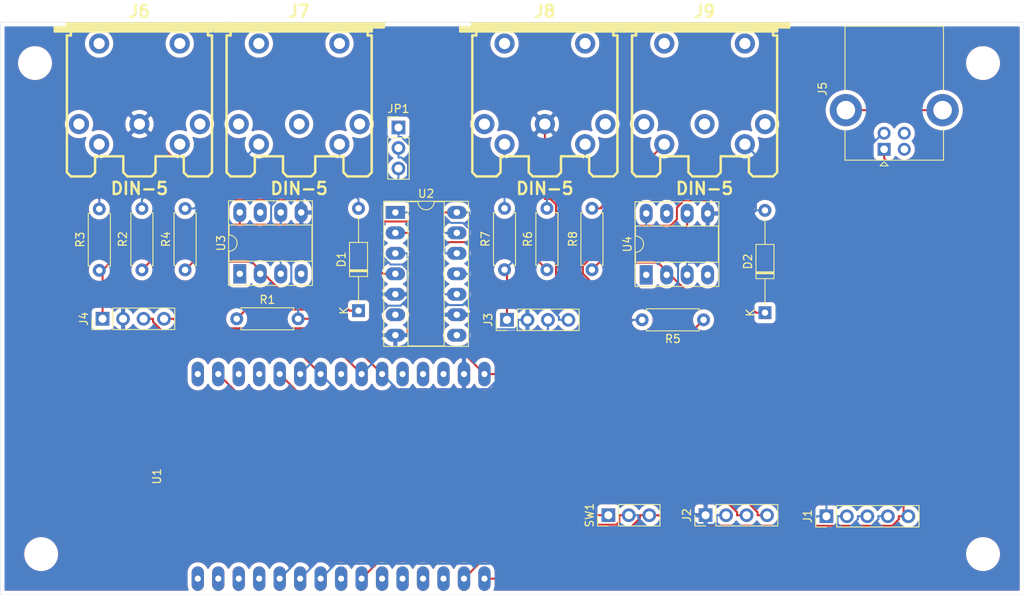
<source format=kicad_pcb>
(kicad_pcb (version 20171130) (host pcbnew 5.1.8-db9833491~87~ubuntu20.04.1)

  (general
    (thickness 1.6)
    (drawings 4)
    (tracks 267)
    (zones 0)
    (modules 29)
    (nets 32)
  )

  (page A4)
  (layers
    (0 F.Cu signal)
    (31 B.Cu signal)
    (32 B.Adhes user)
    (33 F.Adhes user)
    (34 B.Paste user)
    (35 F.Paste user)
    (36 B.SilkS user)
    (37 F.SilkS user)
    (38 B.Mask user)
    (39 F.Mask user)
    (40 Dwgs.User user)
    (41 Cmts.User user)
    (42 Eco1.User user)
    (43 Eco2.User user)
    (44 Edge.Cuts user)
    (45 Margin user)
    (46 B.CrtYd user)
    (47 F.CrtYd user)
    (48 B.Fab user)
    (49 F.Fab user)
  )

  (setup
    (last_trace_width 0.25)
    (trace_clearance 0.2)
    (zone_clearance 0.508)
    (zone_45_only no)
    (trace_min 0.2)
    (via_size 0.8)
    (via_drill 0.4)
    (via_min_size 0.4)
    (via_min_drill 0.3)
    (uvia_size 0.3)
    (uvia_drill 0.1)
    (uvias_allowed no)
    (uvia_min_size 0.2)
    (uvia_min_drill 0.1)
    (edge_width 0.05)
    (segment_width 0.2)
    (pcb_text_width 0.3)
    (pcb_text_size 1.5 1.5)
    (mod_edge_width 0.12)
    (mod_text_size 1 1)
    (mod_text_width 0.15)
    (pad_size 1.524 1.524)
    (pad_drill 0.762)
    (pad_to_mask_clearance 0)
    (aux_axis_origin 0 0)
    (visible_elements FFFFFF7F)
    (pcbplotparams
      (layerselection 0x010fc_ffffffff)
      (usegerberextensions false)
      (usegerberattributes true)
      (usegerberadvancedattributes true)
      (creategerberjobfile true)
      (excludeedgelayer true)
      (linewidth 0.100000)
      (plotframeref false)
      (viasonmask false)
      (mode 1)
      (useauxorigin false)
      (hpglpennumber 1)
      (hpglpenspeed 20)
      (hpglpendiameter 15.000000)
      (psnegative false)
      (psa4output false)
      (plotreference true)
      (plotvalue true)
      (plotinvisibletext false)
      (padsonsilk false)
      (subtractmaskfromsilk false)
      (outputformat 1)
      (mirror false)
      (drillshape 1)
      (scaleselection 1)
      (outputdirectory ""))
  )

  (net 0 "")
  (net 1 GND)
  (net 2 "Net-(J1-Pad2)")
  (net 3 "Net-(J1-Pad3)")
  (net 4 "Net-(J1-Pad4)")
  (net 5 +5V)
  (net 6 "Net-(J2-Pad3)")
  (net 7 "Net-(J2-Pad4)")
  (net 8 "Net-(SW1-Pad1)")
  (net 9 "Net-(D1-Pad2)")
  (net 10 "Net-(D1-Pad1)")
  (net 11 "Net-(D2-Pad1)")
  (net 12 "Net-(D2-Pad2)")
  (net 13 MIDI_OUT1_TTL)
  (net 14 MIDI_IN1_TTL)
  (net 15 MIDI_IN2_TTL)
  (net 16 "Net-(J5-Pad5)")
  (net 17 "Net-(J6-Pad5)")
  (net 18 "Net-(J6-Pad4)")
  (net 19 "Net-(J7-Pad4)")
  (net 20 "Net-(J8-Pad4)")
  (net 21 "Net-(J8-Pad5)")
  (net 22 "Net-(J9-Pad4)")
  (net 23 3.3V)
  (net 24 "Net-(R2-Pad1)")
  (net 25 "Net-(R6-Pad1)")
  (net 26 "Net-(U2-Pad1)")
  (net 27 "Net-(U2-Pad10)")
  (net 28 "Net-(J1-Pad1)")
  (net 29 "Net-(J1-Pad5)")
  (net 30 MIDI_OUT2_TTL)
  (net 31 "Net-(JP1-Pad3)")

  (net_class Default "This is the default net class."
    (clearance 0.2)
    (trace_width 0.25)
    (via_dia 0.8)
    (via_drill 0.4)
    (uvia_dia 0.3)
    (uvia_drill 0.1)
    (add_net +5V)
    (add_net 3.3V)
    (add_net GND)
    (add_net MIDI_IN1_TTL)
    (add_net MIDI_IN2_TTL)
    (add_net MIDI_OUT1_TTL)
    (add_net MIDI_OUT2_TTL)
    (add_net "Net-(D1-Pad1)")
    (add_net "Net-(D1-Pad2)")
    (add_net "Net-(D2-Pad1)")
    (add_net "Net-(D2-Pad2)")
    (add_net "Net-(J1-Pad1)")
    (add_net "Net-(J1-Pad2)")
    (add_net "Net-(J1-Pad3)")
    (add_net "Net-(J1-Pad4)")
    (add_net "Net-(J1-Pad5)")
    (add_net "Net-(J2-Pad3)")
    (add_net "Net-(J2-Pad4)")
    (add_net "Net-(J5-Pad5)")
    (add_net "Net-(J6-Pad4)")
    (add_net "Net-(J6-Pad5)")
    (add_net "Net-(J7-Pad4)")
    (add_net "Net-(J8-Pad4)")
    (add_net "Net-(J8-Pad5)")
    (add_net "Net-(J9-Pad4)")
    (add_net "Net-(JP1-Pad3)")
    (add_net "Net-(R2-Pad1)")
    (add_net "Net-(R6-Pad1)")
    (add_net "Net-(SW1-Pad1)")
    (add_net "Net-(U2-Pad1)")
    (add_net "Net-(U2-Pad10)")
  )

  (module Diode_THT:D_DO-35_SOD27_P12.70mm_Horizontal (layer F.Cu) (tedit 5AE50CD5) (tstamp 5FA03586)
    (at 113.03 101.854 90)
    (descr "Diode, DO-35_SOD27 series, Axial, Horizontal, pin pitch=12.7mm, , length*diameter=4*2mm^2, , http://www.diodes.com/_files/packages/DO-35.pdf")
    (tags "Diode DO-35_SOD27 series Axial Horizontal pin pitch 12.7mm  length 4mm diameter 2mm")
    (path /5FAFB27E)
    (fp_text reference D1 (at 6.35 -2.12 90) (layer F.SilkS)
      (effects (font (size 1 1) (thickness 0.15)))
    )
    (fp_text value 1N4148 (at 6.35 2.12 90) (layer F.Fab)
      (effects (font (size 1 1) (thickness 0.15)))
    )
    (fp_line (start 4.35 -1) (end 4.35 1) (layer F.Fab) (width 0.1))
    (fp_line (start 4.35 1) (end 8.35 1) (layer F.Fab) (width 0.1))
    (fp_line (start 8.35 1) (end 8.35 -1) (layer F.Fab) (width 0.1))
    (fp_line (start 8.35 -1) (end 4.35 -1) (layer F.Fab) (width 0.1))
    (fp_line (start 0 0) (end 4.35 0) (layer F.Fab) (width 0.1))
    (fp_line (start 12.7 0) (end 8.35 0) (layer F.Fab) (width 0.1))
    (fp_line (start 4.95 -1) (end 4.95 1) (layer F.Fab) (width 0.1))
    (fp_line (start 5.05 -1) (end 5.05 1) (layer F.Fab) (width 0.1))
    (fp_line (start 4.85 -1) (end 4.85 1) (layer F.Fab) (width 0.1))
    (fp_line (start 4.23 -1.12) (end 4.23 1.12) (layer F.SilkS) (width 0.12))
    (fp_line (start 4.23 1.12) (end 8.47 1.12) (layer F.SilkS) (width 0.12))
    (fp_line (start 8.47 1.12) (end 8.47 -1.12) (layer F.SilkS) (width 0.12))
    (fp_line (start 8.47 -1.12) (end 4.23 -1.12) (layer F.SilkS) (width 0.12))
    (fp_line (start 1.04 0) (end 4.23 0) (layer F.SilkS) (width 0.12))
    (fp_line (start 11.66 0) (end 8.47 0) (layer F.SilkS) (width 0.12))
    (fp_line (start 4.95 -1.12) (end 4.95 1.12) (layer F.SilkS) (width 0.12))
    (fp_line (start 5.07 -1.12) (end 5.07 1.12) (layer F.SilkS) (width 0.12))
    (fp_line (start 4.83 -1.12) (end 4.83 1.12) (layer F.SilkS) (width 0.12))
    (fp_line (start -1.05 -1.25) (end -1.05 1.25) (layer F.CrtYd) (width 0.05))
    (fp_line (start -1.05 1.25) (end 13.75 1.25) (layer F.CrtYd) (width 0.05))
    (fp_line (start 13.75 1.25) (end 13.75 -1.25) (layer F.CrtYd) (width 0.05))
    (fp_line (start 13.75 -1.25) (end -1.05 -1.25) (layer F.CrtYd) (width 0.05))
    (fp_text user K (at 0 -1.8 90) (layer F.SilkS)
      (effects (font (size 1 1) (thickness 0.15)))
    )
    (fp_text user K (at 0 -1.8 90) (layer F.Fab)
      (effects (font (size 1 1) (thickness 0.15)))
    )
    (fp_text user %R (at 6.65 0 90) (layer F.Fab)
      (effects (font (size 0.8 0.8) (thickness 0.12)))
    )
    (pad 2 thru_hole oval (at 12.7 0 90) (size 1.6 1.6) (drill 0.8) (layers *.Cu *.Mask)
      (net 9 "Net-(D1-Pad2)"))
    (pad 1 thru_hole rect (at 0 0 90) (size 1.6 1.6) (drill 0.8) (layers *.Cu *.Mask)
      (net 10 "Net-(D1-Pad1)"))
    (model ${KISYS3DMOD}/Diode_THT.3dshapes/D_DO-35_SOD27_P12.70mm_Horizontal.wrl
      (at (xyz 0 0 0))
      (scale (xyz 1 1 1))
      (rotate (xyz 0 0 0))
    )
  )

  (module Diode_THT:D_DO-35_SOD27_P12.70mm_Horizontal (layer F.Cu) (tedit 5AE50CD5) (tstamp 5FA035A5)
    (at 163.449 102.108 90)
    (descr "Diode, DO-35_SOD27 series, Axial, Horizontal, pin pitch=12.7mm, , length*diameter=4*2mm^2, , http://www.diodes.com/_files/packages/DO-35.pdf")
    (tags "Diode DO-35_SOD27 series Axial Horizontal pin pitch 12.7mm  length 4mm diameter 2mm")
    (path /5F9CB182)
    (fp_text reference D2 (at 6.35 -2.12 90) (layer F.SilkS)
      (effects (font (size 1 1) (thickness 0.15)))
    )
    (fp_text value 1N4148 (at 6.35 2.12 90) (layer F.Fab)
      (effects (font (size 1 1) (thickness 0.15)))
    )
    (fp_line (start 13.75 -1.25) (end -1.05 -1.25) (layer F.CrtYd) (width 0.05))
    (fp_line (start 13.75 1.25) (end 13.75 -1.25) (layer F.CrtYd) (width 0.05))
    (fp_line (start -1.05 1.25) (end 13.75 1.25) (layer F.CrtYd) (width 0.05))
    (fp_line (start -1.05 -1.25) (end -1.05 1.25) (layer F.CrtYd) (width 0.05))
    (fp_line (start 4.83 -1.12) (end 4.83 1.12) (layer F.SilkS) (width 0.12))
    (fp_line (start 5.07 -1.12) (end 5.07 1.12) (layer F.SilkS) (width 0.12))
    (fp_line (start 4.95 -1.12) (end 4.95 1.12) (layer F.SilkS) (width 0.12))
    (fp_line (start 11.66 0) (end 8.47 0) (layer F.SilkS) (width 0.12))
    (fp_line (start 1.04 0) (end 4.23 0) (layer F.SilkS) (width 0.12))
    (fp_line (start 8.47 -1.12) (end 4.23 -1.12) (layer F.SilkS) (width 0.12))
    (fp_line (start 8.47 1.12) (end 8.47 -1.12) (layer F.SilkS) (width 0.12))
    (fp_line (start 4.23 1.12) (end 8.47 1.12) (layer F.SilkS) (width 0.12))
    (fp_line (start 4.23 -1.12) (end 4.23 1.12) (layer F.SilkS) (width 0.12))
    (fp_line (start 4.85 -1) (end 4.85 1) (layer F.Fab) (width 0.1))
    (fp_line (start 5.05 -1) (end 5.05 1) (layer F.Fab) (width 0.1))
    (fp_line (start 4.95 -1) (end 4.95 1) (layer F.Fab) (width 0.1))
    (fp_line (start 12.7 0) (end 8.35 0) (layer F.Fab) (width 0.1))
    (fp_line (start 0 0) (end 4.35 0) (layer F.Fab) (width 0.1))
    (fp_line (start 8.35 -1) (end 4.35 -1) (layer F.Fab) (width 0.1))
    (fp_line (start 8.35 1) (end 8.35 -1) (layer F.Fab) (width 0.1))
    (fp_line (start 4.35 1) (end 8.35 1) (layer F.Fab) (width 0.1))
    (fp_line (start 4.35 -1) (end 4.35 1) (layer F.Fab) (width 0.1))
    (fp_text user %R (at 6.65 0 90) (layer F.Fab)
      (effects (font (size 0.8 0.8) (thickness 0.12)))
    )
    (fp_text user K (at 0 -1.8 90) (layer F.Fab)
      (effects (font (size 1 1) (thickness 0.15)))
    )
    (fp_text user K (at 0 -1.8 90) (layer F.SilkS)
      (effects (font (size 1 1) (thickness 0.15)))
    )
    (pad 1 thru_hole rect (at 0 0 90) (size 1.6 1.6) (drill 0.8) (layers *.Cu *.Mask)
      (net 11 "Net-(D2-Pad1)"))
    (pad 2 thru_hole oval (at 12.7 0 90) (size 1.6 1.6) (drill 0.8) (layers *.Cu *.Mask)
      (net 12 "Net-(D2-Pad2)"))
    (model ${KISYS3DMOD}/Diode_THT.3dshapes/D_DO-35_SOD27_P12.70mm_Horizontal.wrl
      (at (xyz 0 0 0))
      (scale (xyz 1 1 1))
      (rotate (xyz 0 0 0))
    )
  )

  (module Connector_PinHeader_2.54mm:PinHeader_1x04_P2.54mm_Vertical (layer F.Cu) (tedit 59FED5CC) (tstamp 5FA035D6)
    (at 156.083 127.254 90)
    (descr "Through hole straight pin header, 1x04, 2.54mm pitch, single row")
    (tags "Through hole pin header THT 1x04 2.54mm single row")
    (path /5F9C15D4)
    (fp_text reference J2 (at 0 -2.33 90) (layer F.SilkS)
      (effects (font (size 1 1) (thickness 0.15)))
    )
    (fp_text value LCD (at 0 9.95 90) (layer F.Fab)
      (effects (font (size 1 1) (thickness 0.15)))
    )
    (fp_line (start 1.8 -1.8) (end -1.8 -1.8) (layer F.CrtYd) (width 0.05))
    (fp_line (start 1.8 9.4) (end 1.8 -1.8) (layer F.CrtYd) (width 0.05))
    (fp_line (start -1.8 9.4) (end 1.8 9.4) (layer F.CrtYd) (width 0.05))
    (fp_line (start -1.8 -1.8) (end -1.8 9.4) (layer F.CrtYd) (width 0.05))
    (fp_line (start -1.33 -1.33) (end 0 -1.33) (layer F.SilkS) (width 0.12))
    (fp_line (start -1.33 0) (end -1.33 -1.33) (layer F.SilkS) (width 0.12))
    (fp_line (start -1.33 1.27) (end 1.33 1.27) (layer F.SilkS) (width 0.12))
    (fp_line (start 1.33 1.27) (end 1.33 8.95) (layer F.SilkS) (width 0.12))
    (fp_line (start -1.33 1.27) (end -1.33 8.95) (layer F.SilkS) (width 0.12))
    (fp_line (start -1.33 8.95) (end 1.33 8.95) (layer F.SilkS) (width 0.12))
    (fp_line (start -1.27 -0.635) (end -0.635 -1.27) (layer F.Fab) (width 0.1))
    (fp_line (start -1.27 8.89) (end -1.27 -0.635) (layer F.Fab) (width 0.1))
    (fp_line (start 1.27 8.89) (end -1.27 8.89) (layer F.Fab) (width 0.1))
    (fp_line (start 1.27 -1.27) (end 1.27 8.89) (layer F.Fab) (width 0.1))
    (fp_line (start -0.635 -1.27) (end 1.27 -1.27) (layer F.Fab) (width 0.1))
    (fp_text user %R (at 0 3.81) (layer F.Fab)
      (effects (font (size 1 1) (thickness 0.15)))
    )
    (pad 1 thru_hole rect (at 0 0 90) (size 1.7 1.7) (drill 1) (layers *.Cu *.Mask)
      (net 1 GND))
    (pad 2 thru_hole oval (at 0 2.54 90) (size 1.7 1.7) (drill 1) (layers *.Cu *.Mask)
      (net 5 +5V))
    (pad 3 thru_hole oval (at 0 5.08 90) (size 1.7 1.7) (drill 1) (layers *.Cu *.Mask)
      (net 6 "Net-(J2-Pad3)"))
    (pad 4 thru_hole oval (at 0 7.62 90) (size 1.7 1.7) (drill 1) (layers *.Cu *.Mask)
      (net 7 "Net-(J2-Pad4)"))
    (model ${KISYS3DMOD}/Connector_PinHeader_2.54mm.3dshapes/PinHeader_1x04_P2.54mm_Vertical.wrl
      (at (xyz 0 0 0))
      (scale (xyz 1 1 1))
      (rotate (xyz 0 0 0))
    )
  )

  (module Connector_PinHeader_2.54mm:PinHeader_1x04_P2.54mm_Vertical (layer F.Cu) (tedit 59FED5CC) (tstamp 5FA035EE)
    (at 131.445 102.997 90)
    (descr "Through hole straight pin header, 1x04, 2.54mm pitch, single row")
    (tags "Through hole pin header THT 1x04 2.54mm single row")
    (path /5F9C1A4E)
    (fp_text reference J3 (at 0 -2.33 90) (layer F.SilkS)
      (effects (font (size 1 1) (thickness 0.15)))
    )
    (fp_text value MIDI1 (at 0 9.95 90) (layer F.Fab)
      (effects (font (size 1 1) (thickness 0.15)))
    )
    (fp_line (start -0.635 -1.27) (end 1.27 -1.27) (layer F.Fab) (width 0.1))
    (fp_line (start 1.27 -1.27) (end 1.27 8.89) (layer F.Fab) (width 0.1))
    (fp_line (start 1.27 8.89) (end -1.27 8.89) (layer F.Fab) (width 0.1))
    (fp_line (start -1.27 8.89) (end -1.27 -0.635) (layer F.Fab) (width 0.1))
    (fp_line (start -1.27 -0.635) (end -0.635 -1.27) (layer F.Fab) (width 0.1))
    (fp_line (start -1.33 8.95) (end 1.33 8.95) (layer F.SilkS) (width 0.12))
    (fp_line (start -1.33 1.27) (end -1.33 8.95) (layer F.SilkS) (width 0.12))
    (fp_line (start 1.33 1.27) (end 1.33 8.95) (layer F.SilkS) (width 0.12))
    (fp_line (start -1.33 1.27) (end 1.33 1.27) (layer F.SilkS) (width 0.12))
    (fp_line (start -1.33 0) (end -1.33 -1.33) (layer F.SilkS) (width 0.12))
    (fp_line (start -1.33 -1.33) (end 0 -1.33) (layer F.SilkS) (width 0.12))
    (fp_line (start -1.8 -1.8) (end -1.8 9.4) (layer F.CrtYd) (width 0.05))
    (fp_line (start -1.8 9.4) (end 1.8 9.4) (layer F.CrtYd) (width 0.05))
    (fp_line (start 1.8 9.4) (end 1.8 -1.8) (layer F.CrtYd) (width 0.05))
    (fp_line (start 1.8 -1.8) (end -1.8 -1.8) (layer F.CrtYd) (width 0.05))
    (fp_text user %R (at 0 3.81) (layer F.Fab)
      (effects (font (size 1 1) (thickness 0.15)))
    )
    (pad 4 thru_hole oval (at 0 7.62 90) (size 1.7 1.7) (drill 1) (layers *.Cu *.Mask)
      (net 13 MIDI_OUT1_TTL))
    (pad 3 thru_hole oval (at 0 5.08 90) (size 1.7 1.7) (drill 1) (layers *.Cu *.Mask)
      (net 14 MIDI_IN1_TTL))
    (pad 2 thru_hole oval (at 0 2.54 90) (size 1.7 1.7) (drill 1) (layers *.Cu *.Mask)
      (net 1 GND))
    (pad 1 thru_hole rect (at 0 0 90) (size 1.7 1.7) (drill 1) (layers *.Cu *.Mask)
      (net 5 +5V))
    (model ${KISYS3DMOD}/Connector_PinHeader_2.54mm.3dshapes/PinHeader_1x04_P2.54mm_Vertical.wrl
      (at (xyz 0 0 0))
      (scale (xyz 1 1 1))
      (rotate (xyz 0 0 0))
    )
  )

  (module Connector_PinHeader_2.54mm:PinHeader_1x04_P2.54mm_Vertical (layer F.Cu) (tedit 59FED5CC) (tstamp 5FA03606)
    (at 81.28 102.87 90)
    (descr "Through hole straight pin header, 1x04, 2.54mm pitch, single row")
    (tags "Through hole pin header THT 1x04 2.54mm single row")
    (path /5F9C21C7)
    (fp_text reference J4 (at 0 -2.33 90) (layer F.SilkS)
      (effects (font (size 1 1) (thickness 0.15)))
    )
    (fp_text value MIDI2 (at 0 9.95 90) (layer F.Fab)
      (effects (font (size 1 1) (thickness 0.15)))
    )
    (fp_line (start 1.8 -1.8) (end -1.8 -1.8) (layer F.CrtYd) (width 0.05))
    (fp_line (start 1.8 9.4) (end 1.8 -1.8) (layer F.CrtYd) (width 0.05))
    (fp_line (start -1.8 9.4) (end 1.8 9.4) (layer F.CrtYd) (width 0.05))
    (fp_line (start -1.8 -1.8) (end -1.8 9.4) (layer F.CrtYd) (width 0.05))
    (fp_line (start -1.33 -1.33) (end 0 -1.33) (layer F.SilkS) (width 0.12))
    (fp_line (start -1.33 0) (end -1.33 -1.33) (layer F.SilkS) (width 0.12))
    (fp_line (start -1.33 1.27) (end 1.33 1.27) (layer F.SilkS) (width 0.12))
    (fp_line (start 1.33 1.27) (end 1.33 8.95) (layer F.SilkS) (width 0.12))
    (fp_line (start -1.33 1.27) (end -1.33 8.95) (layer F.SilkS) (width 0.12))
    (fp_line (start -1.33 8.95) (end 1.33 8.95) (layer F.SilkS) (width 0.12))
    (fp_line (start -1.27 -0.635) (end -0.635 -1.27) (layer F.Fab) (width 0.1))
    (fp_line (start -1.27 8.89) (end -1.27 -0.635) (layer F.Fab) (width 0.1))
    (fp_line (start 1.27 8.89) (end -1.27 8.89) (layer F.Fab) (width 0.1))
    (fp_line (start 1.27 -1.27) (end 1.27 8.89) (layer F.Fab) (width 0.1))
    (fp_line (start -0.635 -1.27) (end 1.27 -1.27) (layer F.Fab) (width 0.1))
    (fp_text user %R (at 0 3.81) (layer F.Fab)
      (effects (font (size 1 1) (thickness 0.15)))
    )
    (pad 1 thru_hole rect (at 0 0 90) (size 1.7 1.7) (drill 1) (layers *.Cu *.Mask)
      (net 5 +5V))
    (pad 2 thru_hole oval (at 0 2.54 90) (size 1.7 1.7) (drill 1) (layers *.Cu *.Mask)
      (net 1 GND))
    (pad 3 thru_hole oval (at 0 5.08 90) (size 1.7 1.7) (drill 1) (layers *.Cu *.Mask)
      (net 15 MIDI_IN2_TTL))
    (pad 4 thru_hole oval (at 0 7.62 90) (size 1.7 1.7) (drill 1) (layers *.Cu *.Mask)
      (net 13 MIDI_OUT1_TTL))
    (model ${KISYS3DMOD}/Connector_PinHeader_2.54mm.3dshapes/PinHeader_1x04_P2.54mm_Vertical.wrl
      (at (xyz 0 0 0))
      (scale (xyz 1 1 1))
      (rotate (xyz 0 0 0))
    )
  )

  (module Connector_USB:USB_B_Lumberg_2411_02_Horizontal (layer F.Cu) (tedit 5E6EAC30) (tstamp 5FA03624)
    (at 178.232 81.822 90)
    (descr "USB 2.0 receptacle type B, horizontal version, through-hole, https://downloads.lumberg.com/datenblaetter/en/2411_02.pdf")
    (tags "USB B receptacle horizontal through-hole")
    (path /5FA4CDE2)
    (fp_text reference J5 (at 7.5 -7.65 90) (layer F.SilkS)
      (effects (font (size 1 1) (thickness 0.15)))
    )
    (fp_text value USB_B (at 7.05 10.45 90) (layer F.Fab)
      (effects (font (size 1 1) (thickness 0.15)))
    )
    (fp_line (start -1.74 -7.25) (end -1.74 9.75) (layer F.CrtYd) (width 0.05))
    (fp_line (start 15.66 -7.25) (end -1.74 -7.25) (layer F.CrtYd) (width 0.05))
    (fp_line (start 15.66 9.75) (end 15.66 -7.25) (layer F.CrtYd) (width 0.05))
    (fp_line (start -1.74 9.75) (end 15.66 9.75) (layer F.CrtYd) (width 0.05))
    (fp_line (start -2.05 0.5) (end -1.55 0) (layer F.SilkS) (width 0.12))
    (fp_line (start -2.05 -0.5) (end -2.05 0.5) (layer F.SilkS) (width 0.12))
    (fp_line (start -1.55 0) (end -2.05 -0.5) (layer F.SilkS) (width 0.12))
    (fp_line (start 15.27 7.36) (end 7.3 7.36) (layer F.SilkS) (width 0.12))
    (fp_line (start 15.27 -4.86) (end 7.3 -4.86) (layer F.SilkS) (width 0.12))
    (fp_line (start 15.27 7.36) (end 15.27 -4.86) (layer F.SilkS) (width 0.12))
    (fp_line (start -1.35 -4.86) (end 2.4 -4.86) (layer F.SilkS) (width 0.12))
    (fp_line (start -1.35 7.36) (end 2.4 7.36) (layer F.SilkS) (width 0.12))
    (fp_line (start -1.35 7.36) (end -1.35 -4.86) (layer F.SilkS) (width 0.12))
    (fp_line (start -0.75 0) (end -1.24 -0.49) (layer F.Fab) (width 0.1))
    (fp_line (start -1.24 0.49) (end -0.75 0) (layer F.Fab) (width 0.1))
    (fp_line (start 15.16 7.25) (end -1.24 7.25) (layer F.Fab) (width 0.1))
    (fp_line (start 15.16 -4.75) (end 15.16 7.25) (layer F.Fab) (width 0.1))
    (fp_line (start -1.24 -4.75) (end 15.16 -4.75) (layer F.Fab) (width 0.1))
    (fp_line (start -1.24 7.25) (end -1.24 -4.75) (layer F.Fab) (width 0.1))
    (fp_text user %R (at 7.5 1.25 270) (layer F.Fab)
      (effects (font (size 1 1) (thickness 0.15)))
    )
    (pad 1 thru_hole rect (at 0 0 180) (size 1.6 1.6) (drill 0.95) (layers *.Cu *.Mask)
      (net 29 "Net-(J1-Pad5)"))
    (pad 2 thru_hole circle (at 0 2.5 180) (size 1.6 1.6) (drill 0.95) (layers *.Cu *.Mask))
    (pad 3 thru_hole circle (at 2 2.5 180) (size 1.6 1.6) (drill 0.95) (layers *.Cu *.Mask))
    (pad 4 thru_hole circle (at 2 0 180) (size 1.6 1.6) (drill 0.95) (layers *.Cu *.Mask)
      (net 28 "Net-(J1-Pad1)"))
    (pad 5 thru_hole circle (at 4.86 7.25 180) (size 4 4) (drill 2.3) (layers *.Cu *.Mask)
      (net 16 "Net-(J5-Pad5)"))
    (pad 5 thru_hole circle (at 4.86 -4.75 180) (size 4 4) (drill 2.3) (layers *.Cu *.Mask)
      (net 16 "Net-(J5-Pad5)"))
    (model ${KISYS3DMOD}/Connector_USB.3dshapes/USB_B_Lumberg_2411_02_Horizontal.wrl
      (at (xyz 0 0 0))
      (scale (xyz 1 1 1))
      (rotate (xyz 0 0 0))
    )
  )

  (module w_conn_av:din-5 (layer F.Cu) (tedit 5B4C9AD9) (tstamp 5FA03650)
    (at 85.852 75.692 180)
    (descr "Din 5 (MIDI), Pro Signal P/N PSG03463")
    (path /5FB1B6BE)
    (fp_text reference J6 (at 0 11) (layer F.SilkS)
      (effects (font (size 1.5 1.5) (thickness 0.3)))
    )
    (fp_text value DIN-5 (at 0 -11) (layer F.SilkS)
      (effects (font (size 1.5 1.5) (thickness 0.3)))
    )
    (fp_line (start -8.99922 8.7503) (end 10.50036 8.7503) (layer F.SilkS) (width 0.3048))
    (fp_line (start 8.99922 8.99922) (end -8.99922 8.99922) (layer F.SilkS) (width 0.3048))
    (fp_line (start -10.50036 9.25068) (end 8.99922 9.25068) (layer F.SilkS) (width 0.3048))
    (fp_line (start -8.99922 -8.99922) (end -8.99922 8.001) (layer F.SilkS) (width 0.3048))
    (fp_line (start -8.99922 -8.99922) (end -8.49884 -9.4996) (layer F.SilkS) (width 0.3048))
    (fp_line (start -8.49884 -9.4996) (end -5.99948 -9.4996) (layer F.SilkS) (width 0.3048))
    (fp_line (start -5.99948 -9.4996) (end -5.4991 -8.99922) (layer F.SilkS) (width 0.3048))
    (fp_line (start -5.4991 -8.99922) (end -5.4991 -7.00024) (layer F.SilkS) (width 0.3048))
    (fp_line (start -5.4991 -7.00024) (end -1.99898 -7.00024) (layer F.SilkS) (width 0.3048))
    (fp_line (start 8.99922 -8.99922) (end 8.99922 8.001) (layer F.SilkS) (width 0.3048))
    (fp_line (start 8.99922 -8.99922) (end 8.49884 -9.4996) (layer F.SilkS) (width 0.3048))
    (fp_line (start 8.49884 -9.4996) (end 6.49986 -9.4996) (layer F.SilkS) (width 0.3048))
    (fp_line (start 6.49986 -9.4996) (end 5.99948 -9.4996) (layer F.SilkS) (width 0.3048))
    (fp_line (start 5.99948 -9.4996) (end 5.4991 -8.99922) (layer F.SilkS) (width 0.3048))
    (fp_line (start 5.4991 -8.99922) (end 5.4991 -7.00024) (layer F.SilkS) (width 0.3048))
    (fp_line (start 5.4991 -7.00024) (end 1.99898 -7.00024) (layer F.SilkS) (width 0.3048))
    (fp_line (start -1.50114 -9.4996) (end -1.99898 -8.99922) (layer F.SilkS) (width 0.3048))
    (fp_line (start -1.99898 -8.99922) (end -1.99898 -7.00024) (layer F.SilkS) (width 0.3048))
    (fp_line (start -1.50114 -9.4996) (end 1.50114 -9.4996) (layer F.SilkS) (width 0.3048))
    (fp_line (start 1.50114 -9.4996) (end 1.99898 -8.99922) (layer F.SilkS) (width 0.3048))
    (fp_line (start 1.99898 -8.99922) (end 1.99898 -7.00024) (layer F.SilkS) (width 0.3048))
    (fp_line (start 10.50036 8.99922) (end 8.99922 8.99922) (layer F.SilkS) (width 0.3048))
    (fp_line (start 8.99922 8.99922) (end 8.99922 9.4996) (layer F.SilkS) (width 0.3048))
    (fp_line (start 8.99922 9.4996) (end -10.50036 9.4996) (layer F.SilkS) (width 0.3048))
    (fp_line (start -10.50036 8.99922) (end -8.99922 8.99922) (layer F.SilkS) (width 0.3048))
    (fp_line (start -8.99922 8.99922) (end -8.99922 8.49884) (layer F.SilkS) (width 0.3048))
    (fp_line (start -8.99922 8.49884) (end 10.50036 8.49884) (layer F.SilkS) (width 0.3048))
    (fp_line (start 8.99922 8.001) (end 8.49884 8.001) (layer F.SilkS) (width 0.3048))
    (fp_line (start -8.99922 8.001) (end -8.49884 8.001) (layer F.SilkS) (width 0.3048))
    (fp_line (start 8.49884 8.49884) (end 8.49884 8.001) (layer F.SilkS) (width 0.3048))
    (fp_line (start -8.49884 8.001) (end -8.49884 8.49884) (layer F.SilkS) (width 0.3048))
    (fp_line (start -10.50036 9.4996) (end -10.50036 8.99922) (layer F.SilkS) (width 0.3048))
    (fp_line (start 10.50036 8.49884) (end 10.50036 8.99922) (layer F.SilkS) (width 0.3048))
    (pad 6 thru_hole circle (at -5 7 180) (size 2.5 2.5) (drill 1.4) (layers *.Cu *.Mask))
    (pad 6 thru_hole circle (at 5 7 180) (size 2.5 2.5) (drill 1.4) (layers *.Cu *.Mask))
    (pad 5 thru_hole circle (at -5 -5.5 180) (size 2.5 2.5) (drill 1.4) (layers *.Cu *.Mask)
      (net 17 "Net-(J6-Pad5)"))
    (pad 1 thru_hole circle (at 7.5 -3 180) (size 2.5 2.5) (drill 1.4) (layers *.Cu *.Mask))
    (pad 2 thru_hole circle (at 0 -3 180) (size 2.5 2.5) (drill 1.4) (layers *.Cu *.Mask)
      (net 1 GND))
    (pad 4 thru_hole circle (at 5 -5.5 180) (size 2.5 2.5) (drill 1.4) (layers *.Cu *.Mask)
      (net 18 "Net-(J6-Pad4)"))
    (pad 3 thru_hole circle (at -7.5 -3 180) (size 2.5 2.5) (drill 1.4) (layers *.Cu *.Mask))
    (model walter/conn_av/din-5.wrl
      (at (xyz 0 0 0))
      (scale (xyz 1 1 1))
      (rotate (xyz 0 0 0))
    )
  )

  (module w_conn_av:din-5 (layer F.Cu) (tedit 5B4C9AD9) (tstamp 5FA0367C)
    (at 105.664 75.692 180)
    (descr "Din 5 (MIDI), Pro Signal P/N PSG03463")
    (path /5FAFB272)
    (fp_text reference J7 (at 0 11) (layer F.SilkS)
      (effects (font (size 1.5 1.5) (thickness 0.3)))
    )
    (fp_text value DIN-5 (at 0 -11) (layer F.SilkS)
      (effects (font (size 1.5 1.5) (thickness 0.3)))
    )
    (fp_line (start -8.99922 8.7503) (end 10.50036 8.7503) (layer F.SilkS) (width 0.3048))
    (fp_line (start 8.99922 8.99922) (end -8.99922 8.99922) (layer F.SilkS) (width 0.3048))
    (fp_line (start -10.50036 9.25068) (end 8.99922 9.25068) (layer F.SilkS) (width 0.3048))
    (fp_line (start -8.99922 -8.99922) (end -8.99922 8.001) (layer F.SilkS) (width 0.3048))
    (fp_line (start -8.99922 -8.99922) (end -8.49884 -9.4996) (layer F.SilkS) (width 0.3048))
    (fp_line (start -8.49884 -9.4996) (end -5.99948 -9.4996) (layer F.SilkS) (width 0.3048))
    (fp_line (start -5.99948 -9.4996) (end -5.4991 -8.99922) (layer F.SilkS) (width 0.3048))
    (fp_line (start -5.4991 -8.99922) (end -5.4991 -7.00024) (layer F.SilkS) (width 0.3048))
    (fp_line (start -5.4991 -7.00024) (end -1.99898 -7.00024) (layer F.SilkS) (width 0.3048))
    (fp_line (start 8.99922 -8.99922) (end 8.99922 8.001) (layer F.SilkS) (width 0.3048))
    (fp_line (start 8.99922 -8.99922) (end 8.49884 -9.4996) (layer F.SilkS) (width 0.3048))
    (fp_line (start 8.49884 -9.4996) (end 6.49986 -9.4996) (layer F.SilkS) (width 0.3048))
    (fp_line (start 6.49986 -9.4996) (end 5.99948 -9.4996) (layer F.SilkS) (width 0.3048))
    (fp_line (start 5.99948 -9.4996) (end 5.4991 -8.99922) (layer F.SilkS) (width 0.3048))
    (fp_line (start 5.4991 -8.99922) (end 5.4991 -7.00024) (layer F.SilkS) (width 0.3048))
    (fp_line (start 5.4991 -7.00024) (end 1.99898 -7.00024) (layer F.SilkS) (width 0.3048))
    (fp_line (start -1.50114 -9.4996) (end -1.99898 -8.99922) (layer F.SilkS) (width 0.3048))
    (fp_line (start -1.99898 -8.99922) (end -1.99898 -7.00024) (layer F.SilkS) (width 0.3048))
    (fp_line (start -1.50114 -9.4996) (end 1.50114 -9.4996) (layer F.SilkS) (width 0.3048))
    (fp_line (start 1.50114 -9.4996) (end 1.99898 -8.99922) (layer F.SilkS) (width 0.3048))
    (fp_line (start 1.99898 -8.99922) (end 1.99898 -7.00024) (layer F.SilkS) (width 0.3048))
    (fp_line (start 10.50036 8.99922) (end 8.99922 8.99922) (layer F.SilkS) (width 0.3048))
    (fp_line (start 8.99922 8.99922) (end 8.99922 9.4996) (layer F.SilkS) (width 0.3048))
    (fp_line (start 8.99922 9.4996) (end -10.50036 9.4996) (layer F.SilkS) (width 0.3048))
    (fp_line (start -10.50036 8.99922) (end -8.99922 8.99922) (layer F.SilkS) (width 0.3048))
    (fp_line (start -8.99922 8.99922) (end -8.99922 8.49884) (layer F.SilkS) (width 0.3048))
    (fp_line (start -8.99922 8.49884) (end 10.50036 8.49884) (layer F.SilkS) (width 0.3048))
    (fp_line (start 8.99922 8.001) (end 8.49884 8.001) (layer F.SilkS) (width 0.3048))
    (fp_line (start -8.99922 8.001) (end -8.49884 8.001) (layer F.SilkS) (width 0.3048))
    (fp_line (start 8.49884 8.49884) (end 8.49884 8.001) (layer F.SilkS) (width 0.3048))
    (fp_line (start -8.49884 8.001) (end -8.49884 8.49884) (layer F.SilkS) (width 0.3048))
    (fp_line (start -10.50036 9.4996) (end -10.50036 8.99922) (layer F.SilkS) (width 0.3048))
    (fp_line (start 10.50036 8.49884) (end 10.50036 8.99922) (layer F.SilkS) (width 0.3048))
    (pad 6 thru_hole circle (at -5 7 180) (size 2.5 2.5) (drill 1.4) (layers *.Cu *.Mask))
    (pad 6 thru_hole circle (at 5 7 180) (size 2.5 2.5) (drill 1.4) (layers *.Cu *.Mask))
    (pad 5 thru_hole circle (at -5 -5.5 180) (size 2.5 2.5) (drill 1.4) (layers *.Cu *.Mask)
      (net 9 "Net-(D1-Pad2)"))
    (pad 1 thru_hole circle (at 7.5 -3 180) (size 2.5 2.5) (drill 1.4) (layers *.Cu *.Mask))
    (pad 2 thru_hole circle (at 0 -3 180) (size 2.5 2.5) (drill 1.4) (layers *.Cu *.Mask))
    (pad 4 thru_hole circle (at 5 -5.5 180) (size 2.5 2.5) (drill 1.4) (layers *.Cu *.Mask)
      (net 19 "Net-(J7-Pad4)"))
    (pad 3 thru_hole circle (at -7.5 -3 180) (size 2.5 2.5) (drill 1.4) (layers *.Cu *.Mask))
    (model walter/conn_av/din-5.wrl
      (at (xyz 0 0 0))
      (scale (xyz 1 1 1))
      (rotate (xyz 0 0 0))
    )
  )

  (module w_conn_av:din-5 (layer F.Cu) (tedit 5B4C9AD9) (tstamp 5FA036A8)
    (at 136.144 75.692 180)
    (descr "Din 5 (MIDI), Pro Signal P/N PSG03463")
    (path /5F9C3F0F)
    (fp_text reference J8 (at 0 11) (layer F.SilkS)
      (effects (font (size 1.5 1.5) (thickness 0.3)))
    )
    (fp_text value DIN-5 (at 0 -11) (layer F.SilkS)
      (effects (font (size 1.5 1.5) (thickness 0.3)))
    )
    (fp_line (start 10.50036 8.49884) (end 10.50036 8.99922) (layer F.SilkS) (width 0.3048))
    (fp_line (start -10.50036 9.4996) (end -10.50036 8.99922) (layer F.SilkS) (width 0.3048))
    (fp_line (start -8.49884 8.001) (end -8.49884 8.49884) (layer F.SilkS) (width 0.3048))
    (fp_line (start 8.49884 8.49884) (end 8.49884 8.001) (layer F.SilkS) (width 0.3048))
    (fp_line (start -8.99922 8.001) (end -8.49884 8.001) (layer F.SilkS) (width 0.3048))
    (fp_line (start 8.99922 8.001) (end 8.49884 8.001) (layer F.SilkS) (width 0.3048))
    (fp_line (start -8.99922 8.49884) (end 10.50036 8.49884) (layer F.SilkS) (width 0.3048))
    (fp_line (start -8.99922 8.99922) (end -8.99922 8.49884) (layer F.SilkS) (width 0.3048))
    (fp_line (start -10.50036 8.99922) (end -8.99922 8.99922) (layer F.SilkS) (width 0.3048))
    (fp_line (start 8.99922 9.4996) (end -10.50036 9.4996) (layer F.SilkS) (width 0.3048))
    (fp_line (start 8.99922 8.99922) (end 8.99922 9.4996) (layer F.SilkS) (width 0.3048))
    (fp_line (start 10.50036 8.99922) (end 8.99922 8.99922) (layer F.SilkS) (width 0.3048))
    (fp_line (start 1.99898 -8.99922) (end 1.99898 -7.00024) (layer F.SilkS) (width 0.3048))
    (fp_line (start 1.50114 -9.4996) (end 1.99898 -8.99922) (layer F.SilkS) (width 0.3048))
    (fp_line (start -1.50114 -9.4996) (end 1.50114 -9.4996) (layer F.SilkS) (width 0.3048))
    (fp_line (start -1.99898 -8.99922) (end -1.99898 -7.00024) (layer F.SilkS) (width 0.3048))
    (fp_line (start -1.50114 -9.4996) (end -1.99898 -8.99922) (layer F.SilkS) (width 0.3048))
    (fp_line (start 5.4991 -7.00024) (end 1.99898 -7.00024) (layer F.SilkS) (width 0.3048))
    (fp_line (start 5.4991 -8.99922) (end 5.4991 -7.00024) (layer F.SilkS) (width 0.3048))
    (fp_line (start 5.99948 -9.4996) (end 5.4991 -8.99922) (layer F.SilkS) (width 0.3048))
    (fp_line (start 6.49986 -9.4996) (end 5.99948 -9.4996) (layer F.SilkS) (width 0.3048))
    (fp_line (start 8.49884 -9.4996) (end 6.49986 -9.4996) (layer F.SilkS) (width 0.3048))
    (fp_line (start 8.99922 -8.99922) (end 8.49884 -9.4996) (layer F.SilkS) (width 0.3048))
    (fp_line (start 8.99922 -8.99922) (end 8.99922 8.001) (layer F.SilkS) (width 0.3048))
    (fp_line (start -5.4991 -7.00024) (end -1.99898 -7.00024) (layer F.SilkS) (width 0.3048))
    (fp_line (start -5.4991 -8.99922) (end -5.4991 -7.00024) (layer F.SilkS) (width 0.3048))
    (fp_line (start -5.99948 -9.4996) (end -5.4991 -8.99922) (layer F.SilkS) (width 0.3048))
    (fp_line (start -8.49884 -9.4996) (end -5.99948 -9.4996) (layer F.SilkS) (width 0.3048))
    (fp_line (start -8.99922 -8.99922) (end -8.49884 -9.4996) (layer F.SilkS) (width 0.3048))
    (fp_line (start -8.99922 -8.99922) (end -8.99922 8.001) (layer F.SilkS) (width 0.3048))
    (fp_line (start -10.50036 9.25068) (end 8.99922 9.25068) (layer F.SilkS) (width 0.3048))
    (fp_line (start 8.99922 8.99922) (end -8.99922 8.99922) (layer F.SilkS) (width 0.3048))
    (fp_line (start -8.99922 8.7503) (end 10.50036 8.7503) (layer F.SilkS) (width 0.3048))
    (pad 3 thru_hole circle (at -7.5 -3 180) (size 2.5 2.5) (drill 1.4) (layers *.Cu *.Mask))
    (pad 4 thru_hole circle (at 5 -5.5 180) (size 2.5 2.5) (drill 1.4) (layers *.Cu *.Mask)
      (net 20 "Net-(J8-Pad4)"))
    (pad 2 thru_hole circle (at 0 -3 180) (size 2.5 2.5) (drill 1.4) (layers *.Cu *.Mask)
      (net 1 GND))
    (pad 1 thru_hole circle (at 7.5 -3 180) (size 2.5 2.5) (drill 1.4) (layers *.Cu *.Mask))
    (pad 5 thru_hole circle (at -5 -5.5 180) (size 2.5 2.5) (drill 1.4) (layers *.Cu *.Mask)
      (net 21 "Net-(J8-Pad5)"))
    (pad 6 thru_hole circle (at 5 7 180) (size 2.5 2.5) (drill 1.4) (layers *.Cu *.Mask))
    (pad 6 thru_hole circle (at -5 7 180) (size 2.5 2.5) (drill 1.4) (layers *.Cu *.Mask))
    (model walter/conn_av/din-5.wrl
      (at (xyz 0 0 0))
      (scale (xyz 1 1 1))
      (rotate (xyz 0 0 0))
    )
  )

  (module w_conn_av:din-5 (layer F.Cu) (tedit 5B4C9AD9) (tstamp 5FA036D4)
    (at 155.956 75.692 180)
    (descr "Din 5 (MIDI), Pro Signal P/N PSG03463")
    (path /5F9C5C73)
    (fp_text reference J9 (at 0 11) (layer F.SilkS)
      (effects (font (size 1.5 1.5) (thickness 0.3)))
    )
    (fp_text value DIN-5 (at 0 -11) (layer F.SilkS)
      (effects (font (size 1.5 1.5) (thickness 0.3)))
    )
    (fp_line (start 10.50036 8.49884) (end 10.50036 8.99922) (layer F.SilkS) (width 0.3048))
    (fp_line (start -10.50036 9.4996) (end -10.50036 8.99922) (layer F.SilkS) (width 0.3048))
    (fp_line (start -8.49884 8.001) (end -8.49884 8.49884) (layer F.SilkS) (width 0.3048))
    (fp_line (start 8.49884 8.49884) (end 8.49884 8.001) (layer F.SilkS) (width 0.3048))
    (fp_line (start -8.99922 8.001) (end -8.49884 8.001) (layer F.SilkS) (width 0.3048))
    (fp_line (start 8.99922 8.001) (end 8.49884 8.001) (layer F.SilkS) (width 0.3048))
    (fp_line (start -8.99922 8.49884) (end 10.50036 8.49884) (layer F.SilkS) (width 0.3048))
    (fp_line (start -8.99922 8.99922) (end -8.99922 8.49884) (layer F.SilkS) (width 0.3048))
    (fp_line (start -10.50036 8.99922) (end -8.99922 8.99922) (layer F.SilkS) (width 0.3048))
    (fp_line (start 8.99922 9.4996) (end -10.50036 9.4996) (layer F.SilkS) (width 0.3048))
    (fp_line (start 8.99922 8.99922) (end 8.99922 9.4996) (layer F.SilkS) (width 0.3048))
    (fp_line (start 10.50036 8.99922) (end 8.99922 8.99922) (layer F.SilkS) (width 0.3048))
    (fp_line (start 1.99898 -8.99922) (end 1.99898 -7.00024) (layer F.SilkS) (width 0.3048))
    (fp_line (start 1.50114 -9.4996) (end 1.99898 -8.99922) (layer F.SilkS) (width 0.3048))
    (fp_line (start -1.50114 -9.4996) (end 1.50114 -9.4996) (layer F.SilkS) (width 0.3048))
    (fp_line (start -1.99898 -8.99922) (end -1.99898 -7.00024) (layer F.SilkS) (width 0.3048))
    (fp_line (start -1.50114 -9.4996) (end -1.99898 -8.99922) (layer F.SilkS) (width 0.3048))
    (fp_line (start 5.4991 -7.00024) (end 1.99898 -7.00024) (layer F.SilkS) (width 0.3048))
    (fp_line (start 5.4991 -8.99922) (end 5.4991 -7.00024) (layer F.SilkS) (width 0.3048))
    (fp_line (start 5.99948 -9.4996) (end 5.4991 -8.99922) (layer F.SilkS) (width 0.3048))
    (fp_line (start 6.49986 -9.4996) (end 5.99948 -9.4996) (layer F.SilkS) (width 0.3048))
    (fp_line (start 8.49884 -9.4996) (end 6.49986 -9.4996) (layer F.SilkS) (width 0.3048))
    (fp_line (start 8.99922 -8.99922) (end 8.49884 -9.4996) (layer F.SilkS) (width 0.3048))
    (fp_line (start 8.99922 -8.99922) (end 8.99922 8.001) (layer F.SilkS) (width 0.3048))
    (fp_line (start -5.4991 -7.00024) (end -1.99898 -7.00024) (layer F.SilkS) (width 0.3048))
    (fp_line (start -5.4991 -8.99922) (end -5.4991 -7.00024) (layer F.SilkS) (width 0.3048))
    (fp_line (start -5.99948 -9.4996) (end -5.4991 -8.99922) (layer F.SilkS) (width 0.3048))
    (fp_line (start -8.49884 -9.4996) (end -5.99948 -9.4996) (layer F.SilkS) (width 0.3048))
    (fp_line (start -8.99922 -8.99922) (end -8.49884 -9.4996) (layer F.SilkS) (width 0.3048))
    (fp_line (start -8.99922 -8.99922) (end -8.99922 8.001) (layer F.SilkS) (width 0.3048))
    (fp_line (start -10.50036 9.25068) (end 8.99922 9.25068) (layer F.SilkS) (width 0.3048))
    (fp_line (start 8.99922 8.99922) (end -8.99922 8.99922) (layer F.SilkS) (width 0.3048))
    (fp_line (start -8.99922 8.7503) (end 10.50036 8.7503) (layer F.SilkS) (width 0.3048))
    (pad 3 thru_hole circle (at -7.5 -3 180) (size 2.5 2.5) (drill 1.4) (layers *.Cu *.Mask))
    (pad 4 thru_hole circle (at 5 -5.5 180) (size 2.5 2.5) (drill 1.4) (layers *.Cu *.Mask)
      (net 22 "Net-(J9-Pad4)"))
    (pad 2 thru_hole circle (at 0 -3 180) (size 2.5 2.5) (drill 1.4) (layers *.Cu *.Mask))
    (pad 1 thru_hole circle (at 7.5 -3 180) (size 2.5 2.5) (drill 1.4) (layers *.Cu *.Mask))
    (pad 5 thru_hole circle (at -5 -5.5 180) (size 2.5 2.5) (drill 1.4) (layers *.Cu *.Mask)
      (net 12 "Net-(D2-Pad2)"))
    (pad 6 thru_hole circle (at 5 7 180) (size 2.5 2.5) (drill 1.4) (layers *.Cu *.Mask))
    (pad 6 thru_hole circle (at -5 7 180) (size 2.5 2.5) (drill 1.4) (layers *.Cu *.Mask))
    (model walter/conn_av/din-5.wrl
      (at (xyz 0 0 0))
      (scale (xyz 1 1 1))
      (rotate (xyz 0 0 0))
    )
  )

  (module Resistor_THT:R_Axial_DIN0207_L6.3mm_D2.5mm_P7.62mm_Horizontal (layer F.Cu) (tedit 5AE5139B) (tstamp 5FA036EB)
    (at 97.917 102.87)
    (descr "Resistor, Axial_DIN0207 series, Axial, Horizontal, pin pitch=7.62mm, 0.25W = 1/4W, length*diameter=6.3*2.5mm^2, http://cdn-reichelt.de/documents/datenblatt/B400/1_4W%23YAG.pdf")
    (tags "Resistor Axial_DIN0207 series Axial Horizontal pin pitch 7.62mm 0.25W = 1/4W length 6.3mm diameter 2.5mm")
    (path /5FAFB29E)
    (fp_text reference R1 (at 3.81 -2.37) (layer F.SilkS)
      (effects (font (size 1 1) (thickness 0.15)))
    )
    (fp_text value 470R (at 3.81 2.37) (layer F.Fab)
      (effects (font (size 1 1) (thickness 0.15)))
    )
    (fp_line (start 0.66 -1.25) (end 0.66 1.25) (layer F.Fab) (width 0.1))
    (fp_line (start 0.66 1.25) (end 6.96 1.25) (layer F.Fab) (width 0.1))
    (fp_line (start 6.96 1.25) (end 6.96 -1.25) (layer F.Fab) (width 0.1))
    (fp_line (start 6.96 -1.25) (end 0.66 -1.25) (layer F.Fab) (width 0.1))
    (fp_line (start 0 0) (end 0.66 0) (layer F.Fab) (width 0.1))
    (fp_line (start 7.62 0) (end 6.96 0) (layer F.Fab) (width 0.1))
    (fp_line (start 0.54 -1.04) (end 0.54 -1.37) (layer F.SilkS) (width 0.12))
    (fp_line (start 0.54 -1.37) (end 7.08 -1.37) (layer F.SilkS) (width 0.12))
    (fp_line (start 7.08 -1.37) (end 7.08 -1.04) (layer F.SilkS) (width 0.12))
    (fp_line (start 0.54 1.04) (end 0.54 1.37) (layer F.SilkS) (width 0.12))
    (fp_line (start 0.54 1.37) (end 7.08 1.37) (layer F.SilkS) (width 0.12))
    (fp_line (start 7.08 1.37) (end 7.08 1.04) (layer F.SilkS) (width 0.12))
    (fp_line (start -1.05 -1.5) (end -1.05 1.5) (layer F.CrtYd) (width 0.05))
    (fp_line (start -1.05 1.5) (end 8.67 1.5) (layer F.CrtYd) (width 0.05))
    (fp_line (start 8.67 1.5) (end 8.67 -1.5) (layer F.CrtYd) (width 0.05))
    (fp_line (start 8.67 -1.5) (end -1.05 -1.5) (layer F.CrtYd) (width 0.05))
    (fp_text user %R (at 3.81 0) (layer F.Fab)
      (effects (font (size 1 1) (thickness 0.15)))
    )
    (pad 2 thru_hole oval (at 7.62 0) (size 1.6 1.6) (drill 0.8) (layers *.Cu *.Mask)
      (net 14 MIDI_IN1_TTL))
    (pad 1 thru_hole circle (at 0 0) (size 1.6 1.6) (drill 0.8) (layers *.Cu *.Mask)
      (net 23 3.3V))
    (model ${KISYS3DMOD}/Resistor_THT.3dshapes/R_Axial_DIN0207_L6.3mm_D2.5mm_P7.62mm_Horizontal.wrl
      (at (xyz 0 0 0))
      (scale (xyz 1 1 1))
      (rotate (xyz 0 0 0))
    )
  )

  (module Resistor_THT:R_Axial_DIN0207_L6.3mm_D2.5mm_P7.62mm_Horizontal (layer F.Cu) (tedit 5AE5139B) (tstamp 5FA03702)
    (at 86.1568 96.7994 90)
    (descr "Resistor, Axial_DIN0207 series, Axial, Horizontal, pin pitch=7.62mm, 0.25W = 1/4W, length*diameter=6.3*2.5mm^2, http://cdn-reichelt.de/documents/datenblatt/B400/1_4W%23YAG.pdf")
    (tags "Resistor Axial_DIN0207 series Axial Horizontal pin pitch 7.62mm 0.25W = 1/4W length 6.3mm diameter 2.5mm")
    (path /5FB1B6C8)
    (fp_text reference R2 (at 3.81 -2.37 90) (layer F.SilkS)
      (effects (font (size 1 1) (thickness 0.15)))
    )
    (fp_text value 220R (at 3.81 2.37 90) (layer F.Fab)
      (effects (font (size 1 1) (thickness 0.15)))
    )
    (fp_line (start 8.67 -1.5) (end -1.05 -1.5) (layer F.CrtYd) (width 0.05))
    (fp_line (start 8.67 1.5) (end 8.67 -1.5) (layer F.CrtYd) (width 0.05))
    (fp_line (start -1.05 1.5) (end 8.67 1.5) (layer F.CrtYd) (width 0.05))
    (fp_line (start -1.05 -1.5) (end -1.05 1.5) (layer F.CrtYd) (width 0.05))
    (fp_line (start 7.08 1.37) (end 7.08 1.04) (layer F.SilkS) (width 0.12))
    (fp_line (start 0.54 1.37) (end 7.08 1.37) (layer F.SilkS) (width 0.12))
    (fp_line (start 0.54 1.04) (end 0.54 1.37) (layer F.SilkS) (width 0.12))
    (fp_line (start 7.08 -1.37) (end 7.08 -1.04) (layer F.SilkS) (width 0.12))
    (fp_line (start 0.54 -1.37) (end 7.08 -1.37) (layer F.SilkS) (width 0.12))
    (fp_line (start 0.54 -1.04) (end 0.54 -1.37) (layer F.SilkS) (width 0.12))
    (fp_line (start 7.62 0) (end 6.96 0) (layer F.Fab) (width 0.1))
    (fp_line (start 0 0) (end 0.66 0) (layer F.Fab) (width 0.1))
    (fp_line (start 6.96 -1.25) (end 0.66 -1.25) (layer F.Fab) (width 0.1))
    (fp_line (start 6.96 1.25) (end 6.96 -1.25) (layer F.Fab) (width 0.1))
    (fp_line (start 0.66 1.25) (end 6.96 1.25) (layer F.Fab) (width 0.1))
    (fp_line (start 0.66 -1.25) (end 0.66 1.25) (layer F.Fab) (width 0.1))
    (fp_text user %R (at 3.81 0 90) (layer F.Fab)
      (effects (font (size 1 1) (thickness 0.15)))
    )
    (pad 1 thru_hole circle (at 0 0 90) (size 1.6 1.6) (drill 0.8) (layers *.Cu *.Mask)
      (net 24 "Net-(R2-Pad1)"))
    (pad 2 thru_hole oval (at 7.62 0 90) (size 1.6 1.6) (drill 0.8) (layers *.Cu *.Mask)
      (net 17 "Net-(J6-Pad5)"))
    (model ${KISYS3DMOD}/Resistor_THT.3dshapes/R_Axial_DIN0207_L6.3mm_D2.5mm_P7.62mm_Horizontal.wrl
      (at (xyz 0 0 0))
      (scale (xyz 1 1 1))
      (rotate (xyz 0 0 0))
    )
  )

  (module Resistor_THT:R_Axial_DIN0207_L6.3mm_D2.5mm_P7.62mm_Horizontal (layer F.Cu) (tedit 5AE5139B) (tstamp 5FA03719)
    (at 80.8736 96.8502 90)
    (descr "Resistor, Axial_DIN0207 series, Axial, Horizontal, pin pitch=7.62mm, 0.25W = 1/4W, length*diameter=6.3*2.5mm^2, http://cdn-reichelt.de/documents/datenblatt/B400/1_4W%23YAG.pdf")
    (tags "Resistor Axial_DIN0207 series Axial Horizontal pin pitch 7.62mm 0.25W = 1/4W length 6.3mm diameter 2.5mm")
    (path /5FB1B6D2)
    (fp_text reference R3 (at 3.81 -2.37 90) (layer F.SilkS)
      (effects (font (size 1 1) (thickness 0.15)))
    )
    (fp_text value 220R (at 3.81 2.37 90) (layer F.Fab)
      (effects (font (size 1 1) (thickness 0.15)))
    )
    (fp_line (start 0.66 -1.25) (end 0.66 1.25) (layer F.Fab) (width 0.1))
    (fp_line (start 0.66 1.25) (end 6.96 1.25) (layer F.Fab) (width 0.1))
    (fp_line (start 6.96 1.25) (end 6.96 -1.25) (layer F.Fab) (width 0.1))
    (fp_line (start 6.96 -1.25) (end 0.66 -1.25) (layer F.Fab) (width 0.1))
    (fp_line (start 0 0) (end 0.66 0) (layer F.Fab) (width 0.1))
    (fp_line (start 7.62 0) (end 6.96 0) (layer F.Fab) (width 0.1))
    (fp_line (start 0.54 -1.04) (end 0.54 -1.37) (layer F.SilkS) (width 0.12))
    (fp_line (start 0.54 -1.37) (end 7.08 -1.37) (layer F.SilkS) (width 0.12))
    (fp_line (start 7.08 -1.37) (end 7.08 -1.04) (layer F.SilkS) (width 0.12))
    (fp_line (start 0.54 1.04) (end 0.54 1.37) (layer F.SilkS) (width 0.12))
    (fp_line (start 0.54 1.37) (end 7.08 1.37) (layer F.SilkS) (width 0.12))
    (fp_line (start 7.08 1.37) (end 7.08 1.04) (layer F.SilkS) (width 0.12))
    (fp_line (start -1.05 -1.5) (end -1.05 1.5) (layer F.CrtYd) (width 0.05))
    (fp_line (start -1.05 1.5) (end 8.67 1.5) (layer F.CrtYd) (width 0.05))
    (fp_line (start 8.67 1.5) (end 8.67 -1.5) (layer F.CrtYd) (width 0.05))
    (fp_line (start 8.67 -1.5) (end -1.05 -1.5) (layer F.CrtYd) (width 0.05))
    (fp_text user %R (at 3.81 0 90) (layer F.Fab)
      (effects (font (size 1 1) (thickness 0.15)))
    )
    (pad 2 thru_hole oval (at 7.62 0 90) (size 1.6 1.6) (drill 0.8) (layers *.Cu *.Mask)
      (net 18 "Net-(J6-Pad4)"))
    (pad 1 thru_hole circle (at 0 0 90) (size 1.6 1.6) (drill 0.8) (layers *.Cu *.Mask)
      (net 5 +5V))
    (model ${KISYS3DMOD}/Resistor_THT.3dshapes/R_Axial_DIN0207_L6.3mm_D2.5mm_P7.62mm_Horizontal.wrl
      (at (xyz 0 0 0))
      (scale (xyz 1 1 1))
      (rotate (xyz 0 0 0))
    )
  )

  (module Resistor_THT:R_Axial_DIN0207_L6.3mm_D2.5mm_P7.62mm_Horizontal (layer F.Cu) (tedit 5AE5139B) (tstamp 5FA03730)
    (at 91.5162 96.7994 90)
    (descr "Resistor, Axial_DIN0207 series, Axial, Horizontal, pin pitch=7.62mm, 0.25W = 1/4W, length*diameter=6.3*2.5mm^2, http://cdn-reichelt.de/documents/datenblatt/B400/1_4W%23YAG.pdf")
    (tags "Resistor Axial_DIN0207 series Axial Horizontal pin pitch 7.62mm 0.25W = 1/4W length 6.3mm diameter 2.5mm")
    (path /5FAFB284)
    (fp_text reference R4 (at 3.81 -2.37 90) (layer F.SilkS)
      (effects (font (size 1 1) (thickness 0.15)))
    )
    (fp_text value 220R (at 3.81 2.37 90) (layer F.Fab)
      (effects (font (size 1 1) (thickness 0.15)))
    )
    (fp_line (start 8.67 -1.5) (end -1.05 -1.5) (layer F.CrtYd) (width 0.05))
    (fp_line (start 8.67 1.5) (end 8.67 -1.5) (layer F.CrtYd) (width 0.05))
    (fp_line (start -1.05 1.5) (end 8.67 1.5) (layer F.CrtYd) (width 0.05))
    (fp_line (start -1.05 -1.5) (end -1.05 1.5) (layer F.CrtYd) (width 0.05))
    (fp_line (start 7.08 1.37) (end 7.08 1.04) (layer F.SilkS) (width 0.12))
    (fp_line (start 0.54 1.37) (end 7.08 1.37) (layer F.SilkS) (width 0.12))
    (fp_line (start 0.54 1.04) (end 0.54 1.37) (layer F.SilkS) (width 0.12))
    (fp_line (start 7.08 -1.37) (end 7.08 -1.04) (layer F.SilkS) (width 0.12))
    (fp_line (start 0.54 -1.37) (end 7.08 -1.37) (layer F.SilkS) (width 0.12))
    (fp_line (start 0.54 -1.04) (end 0.54 -1.37) (layer F.SilkS) (width 0.12))
    (fp_line (start 7.62 0) (end 6.96 0) (layer F.Fab) (width 0.1))
    (fp_line (start 0 0) (end 0.66 0) (layer F.Fab) (width 0.1))
    (fp_line (start 6.96 -1.25) (end 0.66 -1.25) (layer F.Fab) (width 0.1))
    (fp_line (start 6.96 1.25) (end 6.96 -1.25) (layer F.Fab) (width 0.1))
    (fp_line (start 0.66 1.25) (end 6.96 1.25) (layer F.Fab) (width 0.1))
    (fp_line (start 0.66 -1.25) (end 0.66 1.25) (layer F.Fab) (width 0.1))
    (fp_text user %R (at 3.81 0 90) (layer F.Fab)
      (effects (font (size 1 1) (thickness 0.15)))
    )
    (pad 1 thru_hole circle (at 0 0 90) (size 1.6 1.6) (drill 0.8) (layers *.Cu *.Mask)
      (net 10 "Net-(D1-Pad1)"))
    (pad 2 thru_hole oval (at 7.62 0 90) (size 1.6 1.6) (drill 0.8) (layers *.Cu *.Mask)
      (net 19 "Net-(J7-Pad4)"))
    (model ${KISYS3DMOD}/Resistor_THT.3dshapes/R_Axial_DIN0207_L6.3mm_D2.5mm_P7.62mm_Horizontal.wrl
      (at (xyz 0 0 0))
      (scale (xyz 1 1 1))
      (rotate (xyz 0 0 0))
    )
  )

  (module Resistor_THT:R_Axial_DIN0207_L6.3mm_D2.5mm_P7.62mm_Horizontal (layer F.Cu) (tedit 5AE5139B) (tstamp 5FA03747)
    (at 155.829 102.997 180)
    (descr "Resistor, Axial_DIN0207 series, Axial, Horizontal, pin pitch=7.62mm, 0.25W = 1/4W, length*diameter=6.3*2.5mm^2, http://cdn-reichelt.de/documents/datenblatt/B400/1_4W%23YAG.pdf")
    (tags "Resistor Axial_DIN0207 series Axial Horizontal pin pitch 7.62mm 0.25W = 1/4W length 6.3mm diameter 2.5mm")
    (path /5F9CE81F)
    (fp_text reference R5 (at 3.81 -2.37) (layer F.SilkS)
      (effects (font (size 1 1) (thickness 0.15)))
    )
    (fp_text value 470R (at 3.81 2.37) (layer F.Fab)
      (effects (font (size 1 1) (thickness 0.15)))
    )
    (fp_line (start 0.66 -1.25) (end 0.66 1.25) (layer F.Fab) (width 0.1))
    (fp_line (start 0.66 1.25) (end 6.96 1.25) (layer F.Fab) (width 0.1))
    (fp_line (start 6.96 1.25) (end 6.96 -1.25) (layer F.Fab) (width 0.1))
    (fp_line (start 6.96 -1.25) (end 0.66 -1.25) (layer F.Fab) (width 0.1))
    (fp_line (start 0 0) (end 0.66 0) (layer F.Fab) (width 0.1))
    (fp_line (start 7.62 0) (end 6.96 0) (layer F.Fab) (width 0.1))
    (fp_line (start 0.54 -1.04) (end 0.54 -1.37) (layer F.SilkS) (width 0.12))
    (fp_line (start 0.54 -1.37) (end 7.08 -1.37) (layer F.SilkS) (width 0.12))
    (fp_line (start 7.08 -1.37) (end 7.08 -1.04) (layer F.SilkS) (width 0.12))
    (fp_line (start 0.54 1.04) (end 0.54 1.37) (layer F.SilkS) (width 0.12))
    (fp_line (start 0.54 1.37) (end 7.08 1.37) (layer F.SilkS) (width 0.12))
    (fp_line (start 7.08 1.37) (end 7.08 1.04) (layer F.SilkS) (width 0.12))
    (fp_line (start -1.05 -1.5) (end -1.05 1.5) (layer F.CrtYd) (width 0.05))
    (fp_line (start -1.05 1.5) (end 8.67 1.5) (layer F.CrtYd) (width 0.05))
    (fp_line (start 8.67 1.5) (end 8.67 -1.5) (layer F.CrtYd) (width 0.05))
    (fp_line (start 8.67 -1.5) (end -1.05 -1.5) (layer F.CrtYd) (width 0.05))
    (fp_text user %R (at 3.81 0) (layer F.Fab)
      (effects (font (size 1 1) (thickness 0.15)))
    )
    (pad 2 thru_hole oval (at 7.62 0 180) (size 1.6 1.6) (drill 0.8) (layers *.Cu *.Mask)
      (net 15 MIDI_IN2_TTL))
    (pad 1 thru_hole circle (at 0 0 180) (size 1.6 1.6) (drill 0.8) (layers *.Cu *.Mask)
      (net 23 3.3V))
    (model ${KISYS3DMOD}/Resistor_THT.3dshapes/R_Axial_DIN0207_L6.3mm_D2.5mm_P7.62mm_Horizontal.wrl
      (at (xyz 0 0 0))
      (scale (xyz 1 1 1))
      (rotate (xyz 0 0 0))
    )
  )

  (module Resistor_THT:R_Axial_DIN0207_L6.3mm_D2.5mm_P7.62mm_Horizontal (layer F.Cu) (tedit 5AE5139B) (tstamp 5FA0375E)
    (at 136.398 96.774 90)
    (descr "Resistor, Axial_DIN0207 series, Axial, Horizontal, pin pitch=7.62mm, 0.25W = 1/4W, length*diameter=6.3*2.5mm^2, http://cdn-reichelt.de/documents/datenblatt/B400/1_4W%23YAG.pdf")
    (tags "Resistor Axial_DIN0207 series Axial Horizontal pin pitch 7.62mm 0.25W = 1/4W length 6.3mm diameter 2.5mm")
    (path /5F9CC5DF)
    (fp_text reference R6 (at 3.81 -2.37 90) (layer F.SilkS)
      (effects (font (size 1 1) (thickness 0.15)))
    )
    (fp_text value 220R (at 3.81 2.37 90) (layer F.Fab)
      (effects (font (size 1 1) (thickness 0.15)))
    )
    (fp_line (start 0.66 -1.25) (end 0.66 1.25) (layer F.Fab) (width 0.1))
    (fp_line (start 0.66 1.25) (end 6.96 1.25) (layer F.Fab) (width 0.1))
    (fp_line (start 6.96 1.25) (end 6.96 -1.25) (layer F.Fab) (width 0.1))
    (fp_line (start 6.96 -1.25) (end 0.66 -1.25) (layer F.Fab) (width 0.1))
    (fp_line (start 0 0) (end 0.66 0) (layer F.Fab) (width 0.1))
    (fp_line (start 7.62 0) (end 6.96 0) (layer F.Fab) (width 0.1))
    (fp_line (start 0.54 -1.04) (end 0.54 -1.37) (layer F.SilkS) (width 0.12))
    (fp_line (start 0.54 -1.37) (end 7.08 -1.37) (layer F.SilkS) (width 0.12))
    (fp_line (start 7.08 -1.37) (end 7.08 -1.04) (layer F.SilkS) (width 0.12))
    (fp_line (start 0.54 1.04) (end 0.54 1.37) (layer F.SilkS) (width 0.12))
    (fp_line (start 0.54 1.37) (end 7.08 1.37) (layer F.SilkS) (width 0.12))
    (fp_line (start 7.08 1.37) (end 7.08 1.04) (layer F.SilkS) (width 0.12))
    (fp_line (start -1.05 -1.5) (end -1.05 1.5) (layer F.CrtYd) (width 0.05))
    (fp_line (start -1.05 1.5) (end 8.67 1.5) (layer F.CrtYd) (width 0.05))
    (fp_line (start 8.67 1.5) (end 8.67 -1.5) (layer F.CrtYd) (width 0.05))
    (fp_line (start 8.67 -1.5) (end -1.05 -1.5) (layer F.CrtYd) (width 0.05))
    (fp_text user %R (at 3.81 0 90) (layer F.Fab)
      (effects (font (size 1 1) (thickness 0.15)))
    )
    (pad 2 thru_hole oval (at 7.62 0 90) (size 1.6 1.6) (drill 0.8) (layers *.Cu *.Mask)
      (net 21 "Net-(J8-Pad5)"))
    (pad 1 thru_hole circle (at 0 0 90) (size 1.6 1.6) (drill 0.8) (layers *.Cu *.Mask)
      (net 25 "Net-(R6-Pad1)"))
    (model ${KISYS3DMOD}/Resistor_THT.3dshapes/R_Axial_DIN0207_L6.3mm_D2.5mm_P7.62mm_Horizontal.wrl
      (at (xyz 0 0 0))
      (scale (xyz 1 1 1))
      (rotate (xyz 0 0 0))
    )
  )

  (module Resistor_THT:R_Axial_DIN0207_L6.3mm_D2.5mm_P7.62mm_Horizontal (layer F.Cu) (tedit 5AE5139B) (tstamp 5FA03775)
    (at 131.14 96.774 90)
    (descr "Resistor, Axial_DIN0207 series, Axial, Horizontal, pin pitch=7.62mm, 0.25W = 1/4W, length*diameter=6.3*2.5mm^2, http://cdn-reichelt.de/documents/datenblatt/B400/1_4W%23YAG.pdf")
    (tags "Resistor Axial_DIN0207 series Axial Horizontal pin pitch 7.62mm 0.25W = 1/4W length 6.3mm diameter 2.5mm")
    (path /5F9CD429)
    (fp_text reference R7 (at 3.81 -2.37 90) (layer F.SilkS)
      (effects (font (size 1 1) (thickness 0.15)))
    )
    (fp_text value 220R (at 3.81 2.37 90) (layer F.Fab)
      (effects (font (size 1 1) (thickness 0.15)))
    )
    (fp_line (start 8.67 -1.5) (end -1.05 -1.5) (layer F.CrtYd) (width 0.05))
    (fp_line (start 8.67 1.5) (end 8.67 -1.5) (layer F.CrtYd) (width 0.05))
    (fp_line (start -1.05 1.5) (end 8.67 1.5) (layer F.CrtYd) (width 0.05))
    (fp_line (start -1.05 -1.5) (end -1.05 1.5) (layer F.CrtYd) (width 0.05))
    (fp_line (start 7.08 1.37) (end 7.08 1.04) (layer F.SilkS) (width 0.12))
    (fp_line (start 0.54 1.37) (end 7.08 1.37) (layer F.SilkS) (width 0.12))
    (fp_line (start 0.54 1.04) (end 0.54 1.37) (layer F.SilkS) (width 0.12))
    (fp_line (start 7.08 -1.37) (end 7.08 -1.04) (layer F.SilkS) (width 0.12))
    (fp_line (start 0.54 -1.37) (end 7.08 -1.37) (layer F.SilkS) (width 0.12))
    (fp_line (start 0.54 -1.04) (end 0.54 -1.37) (layer F.SilkS) (width 0.12))
    (fp_line (start 7.62 0) (end 6.96 0) (layer F.Fab) (width 0.1))
    (fp_line (start 0 0) (end 0.66 0) (layer F.Fab) (width 0.1))
    (fp_line (start 6.96 -1.25) (end 0.66 -1.25) (layer F.Fab) (width 0.1))
    (fp_line (start 6.96 1.25) (end 6.96 -1.25) (layer F.Fab) (width 0.1))
    (fp_line (start 0.66 1.25) (end 6.96 1.25) (layer F.Fab) (width 0.1))
    (fp_line (start 0.66 -1.25) (end 0.66 1.25) (layer F.Fab) (width 0.1))
    (fp_text user %R (at 3.81 0 90) (layer F.Fab)
      (effects (font (size 1 1) (thickness 0.15)))
    )
    (pad 1 thru_hole circle (at 0 0 90) (size 1.6 1.6) (drill 0.8) (layers *.Cu *.Mask)
      (net 5 +5V))
    (pad 2 thru_hole oval (at 7.62 0 90) (size 1.6 1.6) (drill 0.8) (layers *.Cu *.Mask)
      (net 20 "Net-(J8-Pad4)"))
    (model ${KISYS3DMOD}/Resistor_THT.3dshapes/R_Axial_DIN0207_L6.3mm_D2.5mm_P7.62mm_Horizontal.wrl
      (at (xyz 0 0 0))
      (scale (xyz 1 1 1))
      (rotate (xyz 0 0 0))
    )
  )

  (module Resistor_THT:R_Axial_DIN0207_L6.3mm_D2.5mm_P7.62mm_Horizontal (layer F.Cu) (tedit 5AE5139B) (tstamp 5FA0378C)
    (at 141.986 96.774 90)
    (descr "Resistor, Axial_DIN0207 series, Axial, Horizontal, pin pitch=7.62mm, 0.25W = 1/4W, length*diameter=6.3*2.5mm^2, http://cdn-reichelt.de/documents/datenblatt/B400/1_4W%23YAG.pdf")
    (tags "Resistor Axial_DIN0207 series Axial Horizontal pin pitch 7.62mm 0.25W = 1/4W length 6.3mm diameter 2.5mm")
    (path /5F9DC137)
    (fp_text reference R8 (at 3.81 -2.37 90) (layer F.SilkS)
      (effects (font (size 1 1) (thickness 0.15)))
    )
    (fp_text value 220R (at 3.81 2.37 90) (layer F.Fab)
      (effects (font (size 1 1) (thickness 0.15)))
    )
    (fp_line (start 8.67 -1.5) (end -1.05 -1.5) (layer F.CrtYd) (width 0.05))
    (fp_line (start 8.67 1.5) (end 8.67 -1.5) (layer F.CrtYd) (width 0.05))
    (fp_line (start -1.05 1.5) (end 8.67 1.5) (layer F.CrtYd) (width 0.05))
    (fp_line (start -1.05 -1.5) (end -1.05 1.5) (layer F.CrtYd) (width 0.05))
    (fp_line (start 7.08 1.37) (end 7.08 1.04) (layer F.SilkS) (width 0.12))
    (fp_line (start 0.54 1.37) (end 7.08 1.37) (layer F.SilkS) (width 0.12))
    (fp_line (start 0.54 1.04) (end 0.54 1.37) (layer F.SilkS) (width 0.12))
    (fp_line (start 7.08 -1.37) (end 7.08 -1.04) (layer F.SilkS) (width 0.12))
    (fp_line (start 0.54 -1.37) (end 7.08 -1.37) (layer F.SilkS) (width 0.12))
    (fp_line (start 0.54 -1.04) (end 0.54 -1.37) (layer F.SilkS) (width 0.12))
    (fp_line (start 7.62 0) (end 6.96 0) (layer F.Fab) (width 0.1))
    (fp_line (start 0 0) (end 0.66 0) (layer F.Fab) (width 0.1))
    (fp_line (start 6.96 -1.25) (end 0.66 -1.25) (layer F.Fab) (width 0.1))
    (fp_line (start 6.96 1.25) (end 6.96 -1.25) (layer F.Fab) (width 0.1))
    (fp_line (start 0.66 1.25) (end 6.96 1.25) (layer F.Fab) (width 0.1))
    (fp_line (start 0.66 -1.25) (end 0.66 1.25) (layer F.Fab) (width 0.1))
    (fp_text user %R (at 3.81 0 90) (layer F.Fab)
      (effects (font (size 1 1) (thickness 0.15)))
    )
    (pad 1 thru_hole circle (at 0 0 90) (size 1.6 1.6) (drill 0.8) (layers *.Cu *.Mask)
      (net 11 "Net-(D2-Pad1)"))
    (pad 2 thru_hole oval (at 7.62 0 90) (size 1.6 1.6) (drill 0.8) (layers *.Cu *.Mask)
      (net 22 "Net-(J9-Pad4)"))
    (model ${KISYS3DMOD}/Resistor_THT.3dshapes/R_Axial_DIN0207_L6.3mm_D2.5mm_P7.62mm_Horizontal.wrl
      (at (xyz 0 0 0))
      (scale (xyz 1 1 1))
      (rotate (xyz 0 0 0))
    )
  )

  (module parasitStudio:ESP32-Dev-Board-WROOM32 (layer F.Cu) (tedit 5F9BF7C9) (tstamp 5FA037CF)
    (at 110.871 122.428 90)
    (path /5F9C975B)
    (fp_text reference U1 (at 0 -22.86 90) (layer F.SilkS)
      (effects (font (size 1 1) (thickness 0.15)))
    )
    (fp_text value ESP32-Dev-Board-WROOM32 (at 0 0) (layer F.Fab)
      (effects (font (size 1 1) (thickness 0.15)))
    )
    (fp_line (start -11.43 -19.05) (end -13.97 -19.05) (layer F.Fab) (width 0.12))
    (fp_line (start -11.43 19.05) (end -11.43 -19.05) (layer F.Fab) (width 0.12))
    (fp_line (start -13.97 19.05) (end -11.43 19.05) (layer F.Fab) (width 0.12))
    (fp_line (start 11.43 19.05) (end 13.97 19.05) (layer F.Fab) (width 0.12))
    (fp_line (start 11.43 -19.05) (end 11.43 19.05) (layer F.Fab) (width 0.12))
    (fp_line (start 13.97 -19.05) (end 11.43 -19.05) (layer F.Fab) (width 0.12))
    (fp_line (start -13.97 21.59) (end 13.97 21.59) (layer F.Fab) (width 0.12))
    (fp_line (start -13.97 -21.59) (end -13.97 21.59) (layer F.Fab) (width 0.12))
    (fp_line (start 13.97 -21.59) (end -13.97 -21.59) (layer F.Fab) (width 0.12))
    (fp_line (start 13.97 21.59) (end 13.97 -21.59) (layer F.Fab) (width 0.12))
    (pad 16 thru_hole oval (at -12.7 -17.78 90) (size 3.048 1.524) (drill 0.762) (layers *.Cu *.Mask))
    (pad 17 thru_hole oval (at -12.7 -15.24 90) (size 3.048 1.524) (drill 0.762) (layers *.Cu *.Mask))
    (pad 18 thru_hole oval (at -12.7 -12.7 90) (size 3.048 1.524) (drill 0.762) (layers *.Cu *.Mask))
    (pad 19 thru_hole oval (at -12.7 -10.16 90) (size 3.048 1.524) (drill 0.762) (layers *.Cu *.Mask))
    (pad 20 thru_hole oval (at -12.7 -7.62 90) (size 3.048 1.524) (drill 0.762) (layers *.Cu *.Mask)
      (net 2 "Net-(J1-Pad2)"))
    (pad 21 thru_hole oval (at -12.7 -5.08 90) (size 3.048 1.524) (drill 0.762) (layers *.Cu *.Mask)
      (net 3 "Net-(J1-Pad3)"))
    (pad 22 thru_hole oval (at -12.7 -2.54 90) (size 3.048 1.524) (drill 0.762) (layers *.Cu *.Mask)
      (net 4 "Net-(J1-Pad4)"))
    (pad 23 thru_hole oval (at -12.7 0 90) (size 3.048 1.524) (drill 0.762) (layers *.Cu *.Mask))
    (pad 25 thru_hole oval (at -12.7 5.08 90) (size 3.048 1.524) (drill 0.762) (layers *.Cu *.Mask))
    (pad 24 thru_hole oval (at -12.7 2.54 90) (size 3.048 1.524) (drill 0.762) (layers *.Cu *.Mask)
      (net 8 "Net-(SW1-Pad1)"))
    (pad 26 thru_hole oval (at -12.7 7.62 90) (size 3.048 1.524) (drill 0.762) (layers *.Cu *.Mask))
    (pad 27 thru_hole oval (at -12.7 10.16 90) (size 3.048 1.524) (drill 0.762) (layers *.Cu *.Mask))
    (pad 28 thru_hole oval (at -12.7 12.7 90) (size 3.048 1.524) (drill 0.762) (layers *.Cu *.Mask))
    (pad 29 thru_hole oval (at -12.7 15.24 90) (size 3.048 1.524) (drill 0.762) (layers *.Cu *.Mask)
      (net 28 "Net-(J1-Pad1)"))
    (pad 30 thru_hole oval (at -12.7 17.78 90) (size 3.048 1.524) (drill 0.762) (layers *.Cu *.Mask)
      (net 29 "Net-(J1-Pad5)"))
    (pad 15 thru_hole oval (at 12.7 -17.78 90) (size 3.048 1.524) (drill 0.762) (layers *.Cu *.Mask))
    (pad 14 thru_hole oval (at 12.7 -15.24 90) (size 3.048 1.524) (drill 0.762) (layers *.Cu *.Mask)
      (net 6 "Net-(J2-Pad3)"))
    (pad 13 thru_hole oval (at 12.7 -12.7 90) (size 3.048 1.524) (drill 0.762) (layers *.Cu *.Mask))
    (pad 12 thru_hole oval (at 12.7 -10.16 90) (size 3.048 1.524) (drill 0.762) (layers *.Cu *.Mask))
    (pad 11 thru_hole oval (at 12.7 -7.62 90) (size 3.048 1.524) (drill 0.762) (layers *.Cu *.Mask)
      (net 7 "Net-(J2-Pad4)"))
    (pad 10 thru_hole oval (at 12.7 -5.08 90) (size 3.048 1.524) (drill 0.762) (layers *.Cu *.Mask)
      (net 31 "Net-(JP1-Pad3)"))
    (pad 9 thru_hole oval (at 12.7 -2.54 90) (size 3.048 1.524) (drill 0.762) (layers *.Cu *.Mask)
      (net 15 MIDI_IN2_TTL))
    (pad 8 thru_hole oval (at 12.7 0 90) (size 3.048 1.524) (drill 0.762) (layers *.Cu *.Mask))
    (pad 7 thru_hole oval (at 12.7 2.54 90) (size 3.048 1.524) (drill 0.762) (layers *.Cu *.Mask)
      (net 13 MIDI_OUT1_TTL))
    (pad 6 thru_hole oval (at 12.7 5.08 90) (size 3.048 1.524) (drill 0.762) (layers *.Cu *.Mask)
      (net 14 MIDI_IN1_TTL))
    (pad 5 thru_hole oval (at 12.7 7.62 90) (size 3.048 1.524) (drill 0.762) (layers *.Cu *.Mask))
    (pad 4 thru_hole oval (at 12.7 10.16 90) (size 3.048 1.524) (drill 0.762) (layers *.Cu *.Mask))
    (pad 3 thru_hole oval (at 12.7 12.7 90) (size 3.048 1.524) (drill 0.762) (layers *.Cu *.Mask))
    (pad 2 thru_hole oval (at 12.7 15.24 90) (size 3.048 1.524) (drill 0.762) (layers *.Cu *.Mask)
      (net 1 GND))
    (pad 1 thru_hole oval (at 12.7 17.78 90) (size 3.048 1.524) (drill 0.762) (layers *.Cu *.Mask)
      (net 23 3.3V))
  )

  (module Package_DIP:DIP-14_W7.62mm_Socket_LongPads (layer F.Cu) (tedit 5A02E8C5) (tstamp 5FA037F9)
    (at 117.602 89.662)
    (descr "14-lead though-hole mounted DIP package, row spacing 7.62 mm (300 mils), Socket, LongPads")
    (tags "THT DIP DIL PDIP 2.54mm 7.62mm 300mil Socket LongPads")
    (path /5FAC34CF)
    (fp_text reference U2 (at 3.81 -2.33) (layer F.SilkS)
      (effects (font (size 1 1) (thickness 0.15)))
    )
    (fp_text value 74LS14 (at 3.81 17.57) (layer F.Fab)
      (effects (font (size 1 1) (thickness 0.15)))
    )
    (fp_line (start 9.15 -1.6) (end -1.55 -1.6) (layer F.CrtYd) (width 0.05))
    (fp_line (start 9.15 16.85) (end 9.15 -1.6) (layer F.CrtYd) (width 0.05))
    (fp_line (start -1.55 16.85) (end 9.15 16.85) (layer F.CrtYd) (width 0.05))
    (fp_line (start -1.55 -1.6) (end -1.55 16.85) (layer F.CrtYd) (width 0.05))
    (fp_line (start 9.06 -1.39) (end -1.44 -1.39) (layer F.SilkS) (width 0.12))
    (fp_line (start 9.06 16.63) (end 9.06 -1.39) (layer F.SilkS) (width 0.12))
    (fp_line (start -1.44 16.63) (end 9.06 16.63) (layer F.SilkS) (width 0.12))
    (fp_line (start -1.44 -1.39) (end -1.44 16.63) (layer F.SilkS) (width 0.12))
    (fp_line (start 6.06 -1.33) (end 4.81 -1.33) (layer F.SilkS) (width 0.12))
    (fp_line (start 6.06 16.57) (end 6.06 -1.33) (layer F.SilkS) (width 0.12))
    (fp_line (start 1.56 16.57) (end 6.06 16.57) (layer F.SilkS) (width 0.12))
    (fp_line (start 1.56 -1.33) (end 1.56 16.57) (layer F.SilkS) (width 0.12))
    (fp_line (start 2.81 -1.33) (end 1.56 -1.33) (layer F.SilkS) (width 0.12))
    (fp_line (start 8.89 -1.33) (end -1.27 -1.33) (layer F.Fab) (width 0.1))
    (fp_line (start 8.89 16.57) (end 8.89 -1.33) (layer F.Fab) (width 0.1))
    (fp_line (start -1.27 16.57) (end 8.89 16.57) (layer F.Fab) (width 0.1))
    (fp_line (start -1.27 -1.33) (end -1.27 16.57) (layer F.Fab) (width 0.1))
    (fp_line (start 0.635 -0.27) (end 1.635 -1.27) (layer F.Fab) (width 0.1))
    (fp_line (start 0.635 16.51) (end 0.635 -0.27) (layer F.Fab) (width 0.1))
    (fp_line (start 6.985 16.51) (end 0.635 16.51) (layer F.Fab) (width 0.1))
    (fp_line (start 6.985 -1.27) (end 6.985 16.51) (layer F.Fab) (width 0.1))
    (fp_line (start 1.635 -1.27) (end 6.985 -1.27) (layer F.Fab) (width 0.1))
    (fp_arc (start 3.81 -1.33) (end 2.81 -1.33) (angle -180) (layer F.SilkS) (width 0.12))
    (fp_text user %R (at 3.81 7.62) (layer F.Fab)
      (effects (font (size 1 1) (thickness 0.15)))
    )
    (pad 1 thru_hole rect (at 0 0) (size 2.4 1.6) (drill 0.8) (layers *.Cu *.Mask)
      (net 26 "Net-(U2-Pad1)"))
    (pad 8 thru_hole oval (at 7.62 15.24) (size 2.4 1.6) (drill 0.8) (layers *.Cu *.Mask))
    (pad 2 thru_hole oval (at 0 2.54) (size 2.4 1.6) (drill 0.8) (layers *.Cu *.Mask)
      (net 25 "Net-(R6-Pad1)"))
    (pad 9 thru_hole oval (at 7.62 12.7) (size 2.4 1.6) (drill 0.8) (layers *.Cu *.Mask)
      (net 1 GND))
    (pad 3 thru_hole oval (at 0 5.08) (size 2.4 1.6) (drill 0.8) (layers *.Cu *.Mask)
      (net 27 "Net-(U2-Pad10)"))
    (pad 10 thru_hole oval (at 7.62 10.16) (size 2.4 1.6) (drill 0.8) (layers *.Cu *.Mask)
      (net 27 "Net-(U2-Pad10)"))
    (pad 4 thru_hole oval (at 0 7.62) (size 2.4 1.6) (drill 0.8) (layers *.Cu *.Mask)
      (net 24 "Net-(R2-Pad1)"))
    (pad 11 thru_hole oval (at 7.62 7.62) (size 2.4 1.6) (drill 0.8) (layers *.Cu *.Mask)
      (net 13 MIDI_OUT1_TTL))
    (pad 5 thru_hole oval (at 0 10.16) (size 2.4 1.6) (drill 0.8) (layers *.Cu *.Mask)
      (net 1 GND))
    (pad 12 thru_hole oval (at 7.62 5.08) (size 2.4 1.6) (drill 0.8) (layers *.Cu *.Mask)
      (net 26 "Net-(U2-Pad1)"))
    (pad 6 thru_hole oval (at 0 12.7) (size 2.4 1.6) (drill 0.8) (layers *.Cu *.Mask))
    (pad 13 thru_hole oval (at 7.62 2.54) (size 2.4 1.6) (drill 0.8) (layers *.Cu *.Mask)
      (net 30 MIDI_OUT2_TTL))
    (pad 7 thru_hole oval (at 0 15.24) (size 2.4 1.6) (drill 0.8) (layers *.Cu *.Mask)
      (net 1 GND))
    (pad 14 thru_hole oval (at 7.62 0) (size 2.4 1.6) (drill 0.8) (layers *.Cu *.Mask)
      (net 5 +5V))
    (model ${KISYS3DMOD}/Package_DIP.3dshapes/DIP-14_W7.62mm_Socket.wrl
      (at (xyz 0 0 0))
      (scale (xyz 1 1 1))
      (rotate (xyz 0 0 0))
    )
  )

  (module Package_DIP:DIP-8_W7.62mm_Socket_LongPads (layer F.Cu) (tedit 5A02E8C5) (tstamp 5FA0381D)
    (at 98.298 97.282 90)
    (descr "8-lead though-hole mounted DIP package, row spacing 7.62 mm (300 mils), Socket, LongPads")
    (tags "THT DIP DIL PDIP 2.54mm 7.62mm 300mil Socket LongPads")
    (path /5FAFB278)
    (fp_text reference U3 (at 3.81 -2.33 90) (layer F.SilkS)
      (effects (font (size 1 1) (thickness 0.15)))
    )
    (fp_text value 6N138 (at 3.81 9.95 90) (layer F.Fab)
      (effects (font (size 1 1) (thickness 0.15)))
    )
    (fp_line (start 1.635 -1.27) (end 6.985 -1.27) (layer F.Fab) (width 0.1))
    (fp_line (start 6.985 -1.27) (end 6.985 8.89) (layer F.Fab) (width 0.1))
    (fp_line (start 6.985 8.89) (end 0.635 8.89) (layer F.Fab) (width 0.1))
    (fp_line (start 0.635 8.89) (end 0.635 -0.27) (layer F.Fab) (width 0.1))
    (fp_line (start 0.635 -0.27) (end 1.635 -1.27) (layer F.Fab) (width 0.1))
    (fp_line (start -1.27 -1.33) (end -1.27 8.95) (layer F.Fab) (width 0.1))
    (fp_line (start -1.27 8.95) (end 8.89 8.95) (layer F.Fab) (width 0.1))
    (fp_line (start 8.89 8.95) (end 8.89 -1.33) (layer F.Fab) (width 0.1))
    (fp_line (start 8.89 -1.33) (end -1.27 -1.33) (layer F.Fab) (width 0.1))
    (fp_line (start 2.81 -1.33) (end 1.56 -1.33) (layer F.SilkS) (width 0.12))
    (fp_line (start 1.56 -1.33) (end 1.56 8.95) (layer F.SilkS) (width 0.12))
    (fp_line (start 1.56 8.95) (end 6.06 8.95) (layer F.SilkS) (width 0.12))
    (fp_line (start 6.06 8.95) (end 6.06 -1.33) (layer F.SilkS) (width 0.12))
    (fp_line (start 6.06 -1.33) (end 4.81 -1.33) (layer F.SilkS) (width 0.12))
    (fp_line (start -1.44 -1.39) (end -1.44 9.01) (layer F.SilkS) (width 0.12))
    (fp_line (start -1.44 9.01) (end 9.06 9.01) (layer F.SilkS) (width 0.12))
    (fp_line (start 9.06 9.01) (end 9.06 -1.39) (layer F.SilkS) (width 0.12))
    (fp_line (start 9.06 -1.39) (end -1.44 -1.39) (layer F.SilkS) (width 0.12))
    (fp_line (start -1.55 -1.6) (end -1.55 9.2) (layer F.CrtYd) (width 0.05))
    (fp_line (start -1.55 9.2) (end 9.15 9.2) (layer F.CrtYd) (width 0.05))
    (fp_line (start 9.15 9.2) (end 9.15 -1.6) (layer F.CrtYd) (width 0.05))
    (fp_line (start 9.15 -1.6) (end -1.55 -1.6) (layer F.CrtYd) (width 0.05))
    (fp_text user %R (at 3.81 3.81 90) (layer F.Fab)
      (effects (font (size 1 1) (thickness 0.15)))
    )
    (fp_arc (start 3.81 -1.33) (end 2.81 -1.33) (angle -180) (layer F.SilkS) (width 0.12))
    (pad 8 thru_hole oval (at 7.62 0 90) (size 2.4 1.6) (drill 0.8) (layers *.Cu *.Mask)
      (net 5 +5V))
    (pad 4 thru_hole oval (at 0 7.62 90) (size 2.4 1.6) (drill 0.8) (layers *.Cu *.Mask))
    (pad 7 thru_hole oval (at 7.62 2.54 90) (size 2.4 1.6) (drill 0.8) (layers *.Cu *.Mask))
    (pad 3 thru_hole oval (at 0 5.08 90) (size 2.4 1.6) (drill 0.8) (layers *.Cu *.Mask)
      (net 9 "Net-(D1-Pad2)"))
    (pad 6 thru_hole oval (at 7.62 5.08 90) (size 2.4 1.6) (drill 0.8) (layers *.Cu *.Mask)
      (net 14 MIDI_IN1_TTL))
    (pad 2 thru_hole oval (at 0 2.54 90) (size 2.4 1.6) (drill 0.8) (layers *.Cu *.Mask)
      (net 10 "Net-(D1-Pad1)"))
    (pad 5 thru_hole oval (at 7.62 7.62 90) (size 2.4 1.6) (drill 0.8) (layers *.Cu *.Mask)
      (net 1 GND))
    (pad 1 thru_hole rect (at 0 0 90) (size 2.4 1.6) (drill 0.8) (layers *.Cu *.Mask))
    (model ${KISYS3DMOD}/Package_DIP.3dshapes/DIP-8_W7.62mm_Socket.wrl
      (at (xyz 0 0 0))
      (scale (xyz 1 1 1))
      (rotate (xyz 0 0 0))
    )
  )

  (module Package_DIP:DIP-8_W7.62mm_Socket_LongPads (layer F.Cu) (tedit 5A02E8C5) (tstamp 5FA03841)
    (at 148.717 97.409 90)
    (descr "8-lead though-hole mounted DIP package, row spacing 7.62 mm (300 mils), Socket, LongPads")
    (tags "THT DIP DIL PDIP 2.54mm 7.62mm 300mil Socket LongPads")
    (path /5F9C8802)
    (fp_text reference U4 (at 3.81 -2.33 90) (layer F.SilkS)
      (effects (font (size 1 1) (thickness 0.15)))
    )
    (fp_text value 6N138 (at 3.81 9.95 90) (layer F.Fab)
      (effects (font (size 1 1) (thickness 0.15)))
    )
    (fp_line (start 9.15 -1.6) (end -1.55 -1.6) (layer F.CrtYd) (width 0.05))
    (fp_line (start 9.15 9.2) (end 9.15 -1.6) (layer F.CrtYd) (width 0.05))
    (fp_line (start -1.55 9.2) (end 9.15 9.2) (layer F.CrtYd) (width 0.05))
    (fp_line (start -1.55 -1.6) (end -1.55 9.2) (layer F.CrtYd) (width 0.05))
    (fp_line (start 9.06 -1.39) (end -1.44 -1.39) (layer F.SilkS) (width 0.12))
    (fp_line (start 9.06 9.01) (end 9.06 -1.39) (layer F.SilkS) (width 0.12))
    (fp_line (start -1.44 9.01) (end 9.06 9.01) (layer F.SilkS) (width 0.12))
    (fp_line (start -1.44 -1.39) (end -1.44 9.01) (layer F.SilkS) (width 0.12))
    (fp_line (start 6.06 -1.33) (end 4.81 -1.33) (layer F.SilkS) (width 0.12))
    (fp_line (start 6.06 8.95) (end 6.06 -1.33) (layer F.SilkS) (width 0.12))
    (fp_line (start 1.56 8.95) (end 6.06 8.95) (layer F.SilkS) (width 0.12))
    (fp_line (start 1.56 -1.33) (end 1.56 8.95) (layer F.SilkS) (width 0.12))
    (fp_line (start 2.81 -1.33) (end 1.56 -1.33) (layer F.SilkS) (width 0.12))
    (fp_line (start 8.89 -1.33) (end -1.27 -1.33) (layer F.Fab) (width 0.1))
    (fp_line (start 8.89 8.95) (end 8.89 -1.33) (layer F.Fab) (width 0.1))
    (fp_line (start -1.27 8.95) (end 8.89 8.95) (layer F.Fab) (width 0.1))
    (fp_line (start -1.27 -1.33) (end -1.27 8.95) (layer F.Fab) (width 0.1))
    (fp_line (start 0.635 -0.27) (end 1.635 -1.27) (layer F.Fab) (width 0.1))
    (fp_line (start 0.635 8.89) (end 0.635 -0.27) (layer F.Fab) (width 0.1))
    (fp_line (start 6.985 8.89) (end 0.635 8.89) (layer F.Fab) (width 0.1))
    (fp_line (start 6.985 -1.27) (end 6.985 8.89) (layer F.Fab) (width 0.1))
    (fp_line (start 1.635 -1.27) (end 6.985 -1.27) (layer F.Fab) (width 0.1))
    (fp_arc (start 3.81 -1.33) (end 2.81 -1.33) (angle -180) (layer F.SilkS) (width 0.12))
    (fp_text user %R (at 3.81 3.81 90) (layer F.Fab)
      (effects (font (size 1 1) (thickness 0.15)))
    )
    (pad 1 thru_hole rect (at 0 0 90) (size 2.4 1.6) (drill 0.8) (layers *.Cu *.Mask))
    (pad 5 thru_hole oval (at 7.62 7.62 90) (size 2.4 1.6) (drill 0.8) (layers *.Cu *.Mask)
      (net 1 GND))
    (pad 2 thru_hole oval (at 0 2.54 90) (size 2.4 1.6) (drill 0.8) (layers *.Cu *.Mask)
      (net 11 "Net-(D2-Pad1)"))
    (pad 6 thru_hole oval (at 7.62 5.08 90) (size 2.4 1.6) (drill 0.8) (layers *.Cu *.Mask)
      (net 15 MIDI_IN2_TTL))
    (pad 3 thru_hole oval (at 0 5.08 90) (size 2.4 1.6) (drill 0.8) (layers *.Cu *.Mask)
      (net 12 "Net-(D2-Pad2)"))
    (pad 7 thru_hole oval (at 7.62 2.54 90) (size 2.4 1.6) (drill 0.8) (layers *.Cu *.Mask))
    (pad 4 thru_hole oval (at 0 7.62 90) (size 2.4 1.6) (drill 0.8) (layers *.Cu *.Mask))
    (pad 8 thru_hole oval (at 7.62 0 90) (size 2.4 1.6) (drill 0.8) (layers *.Cu *.Mask)
      (net 5 +5V))
    (model ${KISYS3DMOD}/Package_DIP.3dshapes/DIP-8_W7.62mm_Socket.wrl
      (at (xyz 0 0 0))
      (scale (xyz 1 1 1))
      (rotate (xyz 0 0 0))
    )
  )

  (module Connector_PinHeader_2.54mm:PinHeader_1x03_P2.54mm_Vertical (layer F.Cu) (tedit 59FED5CC) (tstamp 5F9FFBF2)
    (at 117.983 79.121)
    (descr "Through hole straight pin header, 1x03, 2.54mm pitch, single row")
    (tags "Through hole pin header THT 1x03 2.54mm single row")
    (path /5FA327F7)
    (fp_text reference JP1 (at 0 -2.33) (layer F.SilkS)
      (effects (font (size 1 1) (thickness 0.15)))
    )
    (fp_text value "Select MIDI2 OUT" (at 0 7.41) (layer F.Fab)
      (effects (font (size 1 1) (thickness 0.15)))
    )
    (fp_line (start -0.635 -1.27) (end 1.27 -1.27) (layer F.Fab) (width 0.1))
    (fp_line (start 1.27 -1.27) (end 1.27 6.35) (layer F.Fab) (width 0.1))
    (fp_line (start 1.27 6.35) (end -1.27 6.35) (layer F.Fab) (width 0.1))
    (fp_line (start -1.27 6.35) (end -1.27 -0.635) (layer F.Fab) (width 0.1))
    (fp_line (start -1.27 -0.635) (end -0.635 -1.27) (layer F.Fab) (width 0.1))
    (fp_line (start -1.33 6.41) (end 1.33 6.41) (layer F.SilkS) (width 0.12))
    (fp_line (start -1.33 1.27) (end -1.33 6.41) (layer F.SilkS) (width 0.12))
    (fp_line (start 1.33 1.27) (end 1.33 6.41) (layer F.SilkS) (width 0.12))
    (fp_line (start -1.33 1.27) (end 1.33 1.27) (layer F.SilkS) (width 0.12))
    (fp_line (start -1.33 0) (end -1.33 -1.33) (layer F.SilkS) (width 0.12))
    (fp_line (start -1.33 -1.33) (end 0 -1.33) (layer F.SilkS) (width 0.12))
    (fp_line (start -1.8 -1.8) (end -1.8 6.85) (layer F.CrtYd) (width 0.05))
    (fp_line (start -1.8 6.85) (end 1.8 6.85) (layer F.CrtYd) (width 0.05))
    (fp_line (start 1.8 6.85) (end 1.8 -1.8) (layer F.CrtYd) (width 0.05))
    (fp_line (start 1.8 -1.8) (end -1.8 -1.8) (layer F.CrtYd) (width 0.05))
    (fp_text user %R (at 0 2.54 90) (layer F.Fab)
      (effects (font (size 1 1) (thickness 0.15)))
    )
    (pad 1 thru_hole rect (at 0 0) (size 1.7 1.7) (drill 1) (layers *.Cu *.Mask)
      (net 13 MIDI_OUT1_TTL))
    (pad 2 thru_hole oval (at 0 2.54) (size 1.7 1.7) (drill 1) (layers *.Cu *.Mask)
      (net 30 MIDI_OUT2_TTL))
    (pad 3 thru_hole oval (at 0 5.08) (size 1.7 1.7) (drill 1) (layers *.Cu *.Mask)
      (net 31 "Net-(JP1-Pad3)"))
    (model ${KISYS3DMOD}/Connector_PinHeader_2.54mm.3dshapes/PinHeader_1x03_P2.54mm_Vertical.wrl
      (at (xyz 0 0 0))
      (scale (xyz 1 1 1))
      (rotate (xyz 0 0 0))
    )
  )

  (module MountingHole:MountingHole_3.2mm_M3 (layer F.Cu) (tedit 56D1B4CB) (tstamp 5F9FFDE1)
    (at 72.898 71.12)
    (descr "Mounting Hole 3.2mm, no annular, M3")
    (tags "mounting hole 3.2mm no annular m3")
    (path /5FAC14B3)
    (attr virtual)
    (fp_text reference H1 (at 0 -4.2) (layer F.SilkS) hide
      (effects (font (size 1 1) (thickness 0.15)))
    )
    (fp_text value MountingHole (at 0 4.2) (layer F.Fab) hide
      (effects (font (size 1 1) (thickness 0.15)))
    )
    (fp_circle (center 0 0) (end 3.2 0) (layer Cmts.User) (width 0.15))
    (fp_circle (center 0 0) (end 3.45 0) (layer F.CrtYd) (width 0.05))
    (fp_text user %R (at 0.3 0) (layer F.Fab)
      (effects (font (size 1 1) (thickness 0.15)))
    )
    (pad 1 np_thru_hole circle (at 0 0) (size 3.2 3.2) (drill 3.2) (layers *.Cu *.Mask))
  )

  (module MountingHole:MountingHole_3.2mm_M3 (layer F.Cu) (tedit 56D1B4CB) (tstamp 5F9FFDE9)
    (at 190.5 132.08)
    (descr "Mounting Hole 3.2mm, no annular, M3")
    (tags "mounting hole 3.2mm no annular m3")
    (path /5FAC45DD)
    (attr virtual)
    (fp_text reference H2 (at 0 -4.2) (layer F.SilkS) hide
      (effects (font (size 1 1) (thickness 0.15)))
    )
    (fp_text value MountingHole (at 0 4.2) (layer F.Fab) hide
      (effects (font (size 1 1) (thickness 0.15)))
    )
    (fp_circle (center 0 0) (end 3.45 0) (layer F.CrtYd) (width 0.05))
    (fp_circle (center 0 0) (end 3.2 0) (layer Cmts.User) (width 0.15))
    (fp_text user %R (at 0.3 0) (layer F.Fab)
      (effects (font (size 1 1) (thickness 0.15)))
    )
    (pad 1 np_thru_hole circle (at 0 0) (size 3.2 3.2) (drill 3.2) (layers *.Cu *.Mask))
  )

  (module MountingHole:MountingHole_3.2mm_M3 (layer F.Cu) (tedit 56D1B4CB) (tstamp 5F9FFDF1)
    (at 73.66 132.08)
    (descr "Mounting Hole 3.2mm, no annular, M3")
    (tags "mounting hole 3.2mm no annular m3")
    (path /5FAC3731)
    (attr virtual)
    (fp_text reference H3 (at 0 -4.2) (layer F.SilkS) hide
      (effects (font (size 1 1) (thickness 0.15)))
    )
    (fp_text value MountingHole (at 0 4.2) (layer F.Fab) hide
      (effects (font (size 1 1) (thickness 0.15)))
    )
    (fp_circle (center 0 0) (end 3.2 0) (layer Cmts.User) (width 0.15))
    (fp_circle (center 0 0) (end 3.45 0) (layer F.CrtYd) (width 0.05))
    (fp_text user %R (at 0.3 0) (layer F.Fab)
      (effects (font (size 1 1) (thickness 0.15)))
    )
    (pad 1 np_thru_hole circle (at 0 0) (size 3.2 3.2) (drill 3.2) (layers *.Cu *.Mask))
  )

  (module MountingHole:MountingHole_3.2mm_M3 (layer F.Cu) (tedit 56D1B4CB) (tstamp 5F9FFDF9)
    (at 190.5 71.12)
    (descr "Mounting Hole 3.2mm, no annular, M3")
    (tags "mounting hole 3.2mm no annular m3")
    (path /5FAC22B3)
    (attr virtual)
    (fp_text reference H4 (at 0 -4.2) (layer F.SilkS) hide
      (effects (font (size 1 1) (thickness 0.15)))
    )
    (fp_text value MountingHole (at 0 4.2) (layer F.Fab) hide
      (effects (font (size 1 1) (thickness 0.15)))
    )
    (fp_circle (center 0 0) (end 3.45 0) (layer F.CrtYd) (width 0.05))
    (fp_circle (center 0 0) (end 3.2 0) (layer Cmts.User) (width 0.15))
    (fp_text user %R (at 0.3 0) (layer F.Fab)
      (effects (font (size 1 1) (thickness 0.15)))
    )
    (pad 1 np_thru_hole circle (at 0 0) (size 3.2 3.2) (drill 3.2) (layers *.Cu *.Mask))
  )

  (module Connector_PinHeader_2.54mm:PinHeader_1x05_P2.54mm_Vertical (layer F.Cu) (tedit 59FED5CC) (tstamp 5FA00693)
    (at 171.069 127.381 90)
    (descr "Through hole straight pin header, 1x05, 2.54mm pitch, single row")
    (tags "Through hole pin header THT 1x05 2.54mm single row")
    (path /5FA05648)
    (fp_text reference J1 (at 0 -2.33 90) (layer F.SilkS)
      (effects (font (size 1 1) (thickness 0.15)))
    )
    (fp_text value Encoder (at 0 12.49 90) (layer F.Fab)
      (effects (font (size 1 1) (thickness 0.15)))
    )
    (fp_line (start 1.8 -1.8) (end -1.8 -1.8) (layer F.CrtYd) (width 0.05))
    (fp_line (start 1.8 11.95) (end 1.8 -1.8) (layer F.CrtYd) (width 0.05))
    (fp_line (start -1.8 11.95) (end 1.8 11.95) (layer F.CrtYd) (width 0.05))
    (fp_line (start -1.8 -1.8) (end -1.8 11.95) (layer F.CrtYd) (width 0.05))
    (fp_line (start -1.33 -1.33) (end 0 -1.33) (layer F.SilkS) (width 0.12))
    (fp_line (start -1.33 0) (end -1.33 -1.33) (layer F.SilkS) (width 0.12))
    (fp_line (start -1.33 1.27) (end 1.33 1.27) (layer F.SilkS) (width 0.12))
    (fp_line (start 1.33 1.27) (end 1.33 11.49) (layer F.SilkS) (width 0.12))
    (fp_line (start -1.33 1.27) (end -1.33 11.49) (layer F.SilkS) (width 0.12))
    (fp_line (start -1.33 11.49) (end 1.33 11.49) (layer F.SilkS) (width 0.12))
    (fp_line (start -1.27 -0.635) (end -0.635 -1.27) (layer F.Fab) (width 0.1))
    (fp_line (start -1.27 11.43) (end -1.27 -0.635) (layer F.Fab) (width 0.1))
    (fp_line (start 1.27 11.43) (end -1.27 11.43) (layer F.Fab) (width 0.1))
    (fp_line (start 1.27 -1.27) (end 1.27 11.43) (layer F.Fab) (width 0.1))
    (fp_line (start -0.635 -1.27) (end 1.27 -1.27) (layer F.Fab) (width 0.1))
    (fp_text user %R (at 0 5.08) (layer F.Fab)
      (effects (font (size 1 1) (thickness 0.15)))
    )
    (pad 1 thru_hole rect (at 0 0 90) (size 1.7 1.7) (drill 1) (layers *.Cu *.Mask)
      (net 28 "Net-(J1-Pad1)"))
    (pad 2 thru_hole oval (at 0 2.54 90) (size 1.7 1.7) (drill 1) (layers *.Cu *.Mask)
      (net 2 "Net-(J1-Pad2)"))
    (pad 3 thru_hole oval (at 0 5.08 90) (size 1.7 1.7) (drill 1) (layers *.Cu *.Mask)
      (net 3 "Net-(J1-Pad3)"))
    (pad 4 thru_hole oval (at 0 7.62 90) (size 1.7 1.7) (drill 1) (layers *.Cu *.Mask)
      (net 4 "Net-(J1-Pad4)"))
    (pad 5 thru_hole oval (at 0 10.16 90) (size 1.7 1.7) (drill 1) (layers *.Cu *.Mask)
      (net 29 "Net-(J1-Pad5)"))
    (model ${KISYS3DMOD}/Connector_PinHeader_2.54mm.3dshapes/PinHeader_1x05_P2.54mm_Vertical.wrl
      (at (xyz 0 0 0))
      (scale (xyz 1 1 1))
      (rotate (xyz 0 0 0))
    )
  )

  (module Connector_PinHeader_2.54mm:PinHeader_1x03_P2.54mm_Vertical (layer F.Cu) (tedit 59FED5CC) (tstamp 5FA006AB)
    (at 144.018 127.254 90)
    (descr "Through hole straight pin header, 1x03, 2.54mm pitch, single row")
    (tags "Through hole pin header THT 1x03 2.54mm single row")
    (path /5F9BF5BF)
    (fp_text reference SW1 (at 0 -2.33 90) (layer F.SilkS)
      (effects (font (size 1 1) (thickness 0.15)))
    )
    (fp_text value HotSpot_ENABLE (at 0 7.41 90) (layer F.Fab)
      (effects (font (size 1 1) (thickness 0.15)))
    )
    (fp_line (start 1.8 -1.8) (end -1.8 -1.8) (layer F.CrtYd) (width 0.05))
    (fp_line (start 1.8 6.85) (end 1.8 -1.8) (layer F.CrtYd) (width 0.05))
    (fp_line (start -1.8 6.85) (end 1.8 6.85) (layer F.CrtYd) (width 0.05))
    (fp_line (start -1.8 -1.8) (end -1.8 6.85) (layer F.CrtYd) (width 0.05))
    (fp_line (start -1.33 -1.33) (end 0 -1.33) (layer F.SilkS) (width 0.12))
    (fp_line (start -1.33 0) (end -1.33 -1.33) (layer F.SilkS) (width 0.12))
    (fp_line (start -1.33 1.27) (end 1.33 1.27) (layer F.SilkS) (width 0.12))
    (fp_line (start 1.33 1.27) (end 1.33 6.41) (layer F.SilkS) (width 0.12))
    (fp_line (start -1.33 1.27) (end -1.33 6.41) (layer F.SilkS) (width 0.12))
    (fp_line (start -1.33 6.41) (end 1.33 6.41) (layer F.SilkS) (width 0.12))
    (fp_line (start -1.27 -0.635) (end -0.635 -1.27) (layer F.Fab) (width 0.1))
    (fp_line (start -1.27 6.35) (end -1.27 -0.635) (layer F.Fab) (width 0.1))
    (fp_line (start 1.27 6.35) (end -1.27 6.35) (layer F.Fab) (width 0.1))
    (fp_line (start 1.27 -1.27) (end 1.27 6.35) (layer F.Fab) (width 0.1))
    (fp_line (start -0.635 -1.27) (end 1.27 -1.27) (layer F.Fab) (width 0.1))
    (fp_text user %R (at 0 2.54) (layer F.Fab)
      (effects (font (size 1 1) (thickness 0.15)))
    )
    (pad 1 thru_hole rect (at 0 0 90) (size 1.7 1.7) (drill 1) (layers *.Cu *.Mask)
      (net 8 "Net-(SW1-Pad1)"))
    (pad 2 thru_hole oval (at 0 2.54 90) (size 1.7 1.7) (drill 1) (layers *.Cu *.Mask)
      (net 28 "Net-(J1-Pad1)"))
    (pad 3 thru_hole oval (at 0 5.08 90) (size 1.7 1.7) (drill 1) (layers *.Cu *.Mask)
      (net 29 "Net-(J1-Pad5)"))
    (model ${KISYS3DMOD}/Connector_PinHeader_2.54mm.3dshapes/PinHeader_1x03_P2.54mm_Vertical.wrl
      (at (xyz 0 0 0))
      (scale (xyz 1 1 1))
      (rotate (xyz 0 0 0))
    )
  )

  (gr_line (start 68.58 66.04) (end 68.58 137.16) (layer Edge.Cuts) (width 0.05) (tstamp 5F9FFF88))
  (gr_line (start 195.58 66.04) (end 68.58 66.04) (layer Edge.Cuts) (width 0.05))
  (gr_line (start 195.58 137.16) (end 195.58 66.04) (layer Edge.Cuts) (width 0.05))
  (gr_line (start 68.58 137.16) (end 195.58 137.16) (layer Edge.Cuts) (width 0.05))

  (segment (start 105.918 89.662) (end 105.918 88.1367) (width 0.25) (layer F.Cu) (net 1) (status 10))
  (segment (start 105.918 88.1367) (end 95.2967 88.1367) (width 0.25) (layer F.Cu) (net 1))
  (segment (start 95.2967 88.1367) (end 85.852 78.692) (width 0.25) (layer F.Cu) (net 1) (status 20))
  (segment (start 105.918 89.662) (end 105.918 91.1873) (width 0.25) (layer B.Cu) (net 1) (status 10))
  (segment (start 117.602 99.822) (end 116.0767 99.822) (width 0.25) (layer B.Cu) (net 1) (status 10))
  (segment (start 116.0767 99.822) (end 107.442 91.1873) (width 0.25) (layer B.Cu) (net 1))
  (segment (start 107.442 91.1873) (end 105.918 91.1873) (width 0.25) (layer B.Cu) (net 1))
  (segment (start 156.083 127.254) (end 156.083 126.0787) (width 0.25) (layer B.Cu) (net 1) (status 10))
  (segment (start 156.337 89.789) (end 156.337 91.3143) (width 0.25) (layer B.Cu) (net 1) (status 10))
  (segment (start 156.337 91.3143) (end 152.6691 94.9822) (width 0.25) (layer B.Cu) (net 1))
  (segment (start 152.6691 94.9822) (end 152.6691 122.6648) (width 0.25) (layer B.Cu) (net 1))
  (segment (start 152.6691 122.6648) (end 156.083 126.0787) (width 0.25) (layer B.Cu) (net 1))
  (segment (start 137.5253 91.3143) (end 137.5253 88.6801) (width 0.25) (layer F.Cu) (net 1))
  (segment (start 137.5253 88.6801) (end 136.8347 87.9895) (width 0.25) (layer F.Cu) (net 1))
  (segment (start 136.8347 87.9895) (end 136.144 87.9895) (width 0.25) (layer F.Cu) (net 1))
  (segment (start 136.144 87.9895) (end 136.144 78.692) (width 0.25) (layer F.Cu) (net 1) (status 20))
  (segment (start 137.5253 91.3143) (end 137.5253 98.2814) (width 0.25) (layer F.Cu) (net 1))
  (segment (start 137.5253 98.2814) (end 133.985 101.8217) (width 0.25) (layer F.Cu) (net 1))
  (segment (start 156.337 88.2637) (end 153.3234 88.2637) (width 0.25) (layer F.Cu) (net 1))
  (segment (start 153.3234 88.2637) (end 152.527 89.0601) (width 0.25) (layer F.Cu) (net 1))
  (segment (start 152.527 89.0601) (end 152.527 90.513) (width 0.25) (layer F.Cu) (net 1))
  (segment (start 152.527 90.513) (end 151.7257 91.3143) (width 0.25) (layer F.Cu) (net 1))
  (segment (start 151.7257 91.3143) (end 137.5253 91.3143) (width 0.25) (layer F.Cu) (net 1))
  (segment (start 117.602 104.902) (end 119.1273 104.902) (width 0.25) (layer F.Cu) (net 1) (status 10))
  (segment (start 120.0294 102.362) (end 120.0294 100.7241) (width 0.25) (layer F.Cu) (net 1))
  (segment (start 120.0294 100.7241) (end 119.1273 99.822) (width 0.25) (layer F.Cu) (net 1))
  (segment (start 119.1273 104.902) (end 119.1273 103.2641) (width 0.25) (layer F.Cu) (net 1))
  (segment (start 119.1273 103.2641) (end 120.0294 102.362) (width 0.25) (layer F.Cu) (net 1))
  (segment (start 120.0294 102.362) (end 123.6967 102.362) (width 0.25) (layer F.Cu) (net 1))
  (segment (start 117.602 99.822) (end 119.1273 99.822) (width 0.25) (layer F.Cu) (net 1) (status 10))
  (segment (start 156.337 89.789) (end 156.337 88.2637) (width 0.25) (layer F.Cu) (net 1) (status 10))
  (segment (start 83.82 102.87) (end 83.82 80.724) (width 0.25) (layer B.Cu) (net 1) (status 10))
  (segment (start 83.82 80.724) (end 85.852 78.692) (width 0.25) (layer B.Cu) (net 1) (status 20))
  (segment (start 133.985 102.997) (end 133.985 101.8217) (width 0.25) (layer F.Cu) (net 1) (status 10))
  (segment (start 125.222 102.362) (end 123.6967 102.362) (width 0.25) (layer F.Cu) (net 1) (status 10))
  (segment (start 126.7473 104.1744) (end 126.7473 102.362) (width 0.25) (layer B.Cu) (net 1))
  (segment (start 126.111 107.8787) (end 126.7473 107.2424) (width 0.25) (layer B.Cu) (net 1))
  (segment (start 126.7473 107.2424) (end 126.7473 104.1744) (width 0.25) (layer B.Cu) (net 1))
  (segment (start 132.8097 102.997) (end 132.8097 103.805) (width 0.25) (layer B.Cu) (net 1))
  (segment (start 132.8097 103.805) (end 132.4403 104.1744) (width 0.25) (layer B.Cu) (net 1))
  (segment (start 132.4403 104.1744) (end 126.7473 104.1744) (width 0.25) (layer B.Cu) (net 1))
  (segment (start 133.985 102.997) (end 132.8097 102.997) (width 0.25) (layer B.Cu) (net 1) (status 10))
  (segment (start 125.222 102.362) (end 126.7473 102.362) (width 0.25) (layer B.Cu) (net 1) (status 10))
  (segment (start 126.111 109.728) (end 126.111 107.8787) (width 0.25) (layer B.Cu) (net 1) (status 10))
  (segment (start 173.609 127.381) (end 172.4337 127.381) (width 0.25) (layer B.Cu) (net 2) (status 10))
  (segment (start 103.251 135.128) (end 108.5383 129.8407) (width 0.25) (layer B.Cu) (net 2) (status 10))
  (segment (start 108.5383 129.8407) (end 170.782 129.8407) (width 0.25) (layer B.Cu) (net 2))
  (segment (start 170.782 129.8407) (end 172.4337 128.189) (width 0.25) (layer B.Cu) (net 2))
  (segment (start 172.4337 128.189) (end 172.4337 127.381) (width 0.25) (layer B.Cu) (net 2))
  (segment (start 174.9737 127.381) (end 174.9737 127.7483) (width 0.25) (layer B.Cu) (net 3))
  (segment (start 174.9737 127.7483) (end 169.8937 132.8283) (width 0.25) (layer B.Cu) (net 3))
  (segment (start 169.8937 132.8283) (end 108.0907 132.8283) (width 0.25) (layer B.Cu) (net 3))
  (segment (start 108.0907 132.8283) (end 105.791 135.128) (width 0.25) (layer B.Cu) (net 3) (status 20))
  (segment (start 176.149 127.381) (end 174.9737 127.381) (width 0.25) (layer B.Cu) (net 3) (status 10))
  (segment (start 178.689 127.381) (end 177.5137 127.381) (width 0.25) (layer B.Cu) (net 4) (status 10))
  (segment (start 108.331 135.128) (end 110.1803 133.2787) (width 0.25) (layer B.Cu) (net 4) (status 10))
  (segment (start 110.1803 133.2787) (end 171.9833 133.2787) (width 0.25) (layer B.Cu) (net 4))
  (segment (start 171.9833 133.2787) (end 177.5137 127.7483) (width 0.25) (layer B.Cu) (net 4))
  (segment (start 177.5137 127.7483) (end 177.5137 127.381) (width 0.25) (layer B.Cu) (net 4))
  (segment (start 158.623 127.254) (end 157.4477 127.254) (width 0.25) (layer B.Cu) (net 5) (status 10))
  (segment (start 145.9861 95.5782) (end 145.9861 97.2008) (width 0.25) (layer B.Cu) (net 5))
  (segment (start 145.9861 97.2008) (end 152.1571 103.3718) (width 0.25) (layer B.Cu) (net 5))
  (segment (start 152.1571 103.3718) (end 152.1571 125.505) (width 0.25) (layer B.Cu) (net 5))
  (segment (start 152.1571 125.505) (end 155.0814 128.4293) (width 0.25) (layer B.Cu) (net 5))
  (segment (start 155.0814 128.4293) (end 157.0805 128.4293) (width 0.25) (layer B.Cu) (net 5))
  (segment (start 157.0805 128.4293) (end 157.4477 128.0621) (width 0.25) (layer B.Cu) (net 5))
  (segment (start 157.4477 128.0621) (end 157.4477 127.254) (width 0.25) (layer B.Cu) (net 5))
  (segment (start 145.9861 95.5782) (end 148.717 92.8473) (width 0.25) (layer B.Cu) (net 5))
  (segment (start 148.717 92.8473) (end 148.717 90.6842) (width 0.25) (layer B.Cu) (net 5) (status 20))
  (segment (start 132.3358 95.5782) (end 145.9861 95.5782) (width 0.25) (layer B.Cu) (net 5))
  (segment (start 125.222 89.662) (end 126.7473 89.662) (width 0.25) (layer B.Cu) (net 5) (status 10))
  (segment (start 132.3358 95.5782) (end 131.14 96.774) (width 0.25) (layer B.Cu) (net 5) (status 20))
  (segment (start 126.7473 89.662) (end 126.7473 89.9897) (width 0.25) (layer B.Cu) (net 5))
  (segment (start 126.7473 89.9897) (end 132.3358 95.5782) (width 0.25) (layer B.Cu) (net 5))
  (segment (start 81.28 96.8502) (end 81.28 102.87) (width 0.25) (layer F.Cu) (net 5) (status 30))
  (segment (start 98.298 91.1873) (end 86.9429 91.1873) (width 0.25) (layer F.Cu) (net 5))
  (segment (start 86.9429 91.1873) (end 81.28 96.8502) (width 0.25) (layer F.Cu) (net 5) (status 20))
  (segment (start 81.28 96.8502) (end 80.8736 96.8502) (width 0.25) (layer F.Cu) (net 5) (status 30))
  (segment (start 148.717 89.789) (end 148.717 90.6842) (width 0.25) (layer B.Cu) (net 5) (status 30))
  (segment (start 125.222 89.662) (end 123.6967 89.662) (width 0.25) (layer F.Cu) (net 5) (status 10))
  (segment (start 98.298 91.1873) (end 111.2794 91.1873) (width 0.25) (layer F.Cu) (net 5))
  (segment (start 111.2794 91.1873) (end 111.6793 90.7874) (width 0.25) (layer F.Cu) (net 5))
  (segment (start 111.6793 90.7874) (end 122.5713 90.7874) (width 0.25) (layer F.Cu) (net 5))
  (segment (start 122.5713 90.7874) (end 123.6967 89.662) (width 0.25) (layer F.Cu) (net 5))
  (segment (start 98.298 91.0747) (end 98.298 91.1873) (width 0.25) (layer F.Cu) (net 5))
  (segment (start 98.298 89.662) (end 98.298 91.0747) (width 0.25) (layer F.Cu) (net 5) (status 10))
  (segment (start 131.445 102.997) (end 131.445 97.079) (width 0.25) (layer F.Cu) (net 5) (status 30))
  (segment (start 131.445 97.079) (end 131.14 96.774) (width 0.25) (layer F.Cu) (net 5) (status 30))
  (segment (start 95.631 109.728) (end 107.3287 121.4257) (width 0.25) (layer F.Cu) (net 6) (status 10))
  (segment (start 107.3287 121.4257) (end 154.5267 121.4257) (width 0.25) (layer F.Cu) (net 6))
  (segment (start 154.5267 121.4257) (end 159.9877 126.8867) (width 0.25) (layer F.Cu) (net 6))
  (segment (start 159.9877 126.8867) (end 159.9877 127.254) (width 0.25) (layer F.Cu) (net 6))
  (segment (start 161.163 127.254) (end 159.9877 127.254) (width 0.25) (layer F.Cu) (net 6) (status 10))
  (segment (start 163.703 127.254) (end 162.5277 127.254) (width 0.25) (layer F.Cu) (net 7) (status 10))
  (segment (start 103.251 109.728) (end 109.7674 116.2444) (width 0.25) (layer F.Cu) (net 7) (status 10))
  (segment (start 109.7674 116.2444) (end 151.8854 116.2444) (width 0.25) (layer F.Cu) (net 7))
  (segment (start 151.8854 116.2444) (end 162.5277 126.8867) (width 0.25) (layer F.Cu) (net 7))
  (segment (start 162.5277 126.8867) (end 162.5277 127.254) (width 0.25) (layer F.Cu) (net 7))
  (segment (start 113.411 135.128) (end 121.285 127.254) (width 0.25) (layer F.Cu) (net 8) (status 10))
  (segment (start 121.285 127.254) (end 144.018 127.254) (width 0.25) (layer F.Cu) (net 8) (status 20))
  (segment (start 103.378 97.282) (end 103.378 95.7567) (width 0.25) (layer B.Cu) (net 9) (status 10))
  (segment (start 110.664 85.6627) (end 110.664 81.192) (width 0.25) (layer B.Cu) (net 9) (status 20))
  (segment (start 113.03 88.0287) (end 110.664 85.6627) (width 0.25) (layer B.Cu) (net 9))
  (segment (start 103.378 95.7567) (end 102.1874 94.5661) (width 0.25) (layer B.Cu) (net 9))
  (segment (start 102.1874 94.5661) (end 102.1874 88.8439) (width 0.25) (layer B.Cu) (net 9))
  (segment (start 102.1874 88.8439) (end 105.3686 85.6627) (width 0.25) (layer B.Cu) (net 9))
  (segment (start 105.3686 85.6627) (end 110.664 85.6627) (width 0.25) (layer B.Cu) (net 9))
  (segment (start 113.03 89.154) (end 113.03 88.0287) (width 0.25) (layer B.Cu) (net 9) (status 10))
  (segment (start 100.838 96.8485) (end 99.7461 95.7566) (width 0.25) (layer F.Cu) (net 10) (status 10))
  (segment (start 99.7461 95.7566) (end 92.559 95.7566) (width 0.25) (layer F.Cu) (net 10))
  (segment (start 92.559 95.7566) (end 91.5162 96.7994) (width 0.25) (layer F.Cu) (net 10) (status 20))
  (segment (start 111.9047 101.854) (end 110.7794 100.7287) (width 0.25) (layer F.Cu) (net 10))
  (segment (start 110.7794 100.7287) (end 104.7182 100.7287) (width 0.25) (layer F.Cu) (net 10))
  (segment (start 104.7182 100.7287) (end 100.838 96.8485) (width 0.25) (layer F.Cu) (net 10) (status 20))
  (segment (start 113.03 101.854) (end 111.9047 101.854) (width 0.25) (layer F.Cu) (net 10) (status 10))
  (segment (start 100.838 97.282) (end 100.838 96.8485) (width 0.25) (layer F.Cu) (net 10) (status 30))
  (segment (start 151.257 96.9755) (end 150.1651 95.8836) (width 0.25) (layer F.Cu) (net 11) (status 10))
  (segment (start 150.1651 95.8836) (end 142.8764 95.8836) (width 0.25) (layer F.Cu) (net 11))
  (segment (start 142.8764 95.8836) (end 141.986 96.774) (width 0.25) (layer F.Cu) (net 11) (status 20))
  (segment (start 162.3237 102.108) (end 161.1984 100.9827) (width 0.25) (layer F.Cu) (net 11))
  (segment (start 161.1984 100.9827) (end 155.2642 100.9827) (width 0.25) (layer F.Cu) (net 11))
  (segment (start 155.2642 100.9827) (end 151.257 96.9755) (width 0.25) (layer F.Cu) (net 11) (status 20))
  (segment (start 163.449 102.108) (end 162.3237 102.108) (width 0.25) (layer F.Cu) (net 11) (status 10))
  (segment (start 151.257 97.409) (end 151.257 96.9755) (width 0.25) (layer F.Cu) (net 11) (status 30))
  (segment (start 160.956 81.192) (end 162.3237 82.5597) (width 0.25) (layer B.Cu) (net 12) (status 10))
  (segment (start 162.3237 82.5597) (end 162.3237 89.408) (width 0.25) (layer B.Cu) (net 12))
  (segment (start 163.449 89.408) (end 162.3237 89.408) (width 0.25) (layer B.Cu) (net 12) (status 10))
  (segment (start 153.797 97.409) (end 153.797 95.8837) (width 0.25) (layer B.Cu) (net 12) (status 10))
  (segment (start 153.797 95.8837) (end 155.848 95.8837) (width 0.25) (layer B.Cu) (net 12))
  (segment (start 155.848 95.8837) (end 162.3237 89.408) (width 0.25) (layer B.Cu) (net 12))
  (segment (start 126.7473 100.3741) (end 126.7473 97.282) (width 0.25) (layer B.Cu) (net 13))
  (segment (start 113.411 109.728) (end 115.8455 107.2935) (width 0.25) (layer B.Cu) (net 13) (status 10))
  (segment (start 115.8455 107.2935) (end 117.64 107.2935) (width 0.25) (layer B.Cu) (net 13))
  (segment (start 117.64 107.2935) (end 123.7676 101.1659) (width 0.25) (layer B.Cu) (net 13))
  (segment (start 123.7676 101.1659) (end 125.9555 101.1659) (width 0.25) (layer B.Cu) (net 13))
  (segment (start 125.9555 101.1659) (end 126.7473 100.3741) (width 0.25) (layer B.Cu) (net 13))
  (segment (start 126.7473 100.3741) (end 135.6342 100.3741) (width 0.25) (layer B.Cu) (net 13))
  (segment (start 135.6342 100.3741) (end 137.8897 102.6296) (width 0.25) (layer B.Cu) (net 13))
  (segment (start 137.8897 102.6296) (end 137.8897 102.997) (width 0.25) (layer B.Cu) (net 13))
  (segment (start 139.065 102.997) (end 137.8897 102.997) (width 0.25) (layer B.Cu) (net 13) (status 10))
  (segment (start 125.222 97.282) (end 126.7473 97.282) (width 0.25) (layer B.Cu) (net 13) (status 10))
  (segment (start 117.983 79.121) (end 117.983 80.2963) (width 0.25) (layer B.Cu) (net 13) (status 10))
  (segment (start 117.983 80.2963) (end 118.3503 80.2963) (width 0.25) (layer B.Cu) (net 13))
  (segment (start 118.3503 80.2963) (end 123.4569 85.4029) (width 0.25) (layer B.Cu) (net 13))
  (segment (start 123.4569 85.4029) (end 123.4569 89.9386) (width 0.25) (layer B.Cu) (net 13))
  (segment (start 123.4569 89.9386) (end 124.4742 90.9559) (width 0.25) (layer B.Cu) (net 13))
  (segment (start 124.4742 90.9559) (end 125.9738 90.9559) (width 0.25) (layer B.Cu) (net 13))
  (segment (start 125.9738 90.9559) (end 126.7473 91.7294) (width 0.25) (layer B.Cu) (net 13))
  (segment (start 126.7473 91.7294) (end 126.7473 97.282) (width 0.25) (layer B.Cu) (net 13))
  (segment (start 88.9 102.87) (end 90.0753 102.87) (width 0.25) (layer F.Cu) (net 13) (status 10))
  (segment (start 90.0753 102.87) (end 91.2506 104.0453) (width 0.25) (layer F.Cu) (net 13))
  (segment (start 91.2506 104.0453) (end 107.7283 104.0453) (width 0.25) (layer F.Cu) (net 13))
  (segment (start 107.7283 104.0453) (end 113.411 109.728) (width 0.25) (layer F.Cu) (net 13) (status 20))
  (segment (start 136.525 102.997) (end 136.525 104.1723) (width 0.25) (layer B.Cu) (net 14) (status 10))
  (segment (start 115.951 109.728) (end 117.8247 111.6017) (width 0.25) (layer B.Cu) (net 14) (status 10))
  (segment (start 117.8247 111.6017) (end 129.0956 111.6017) (width 0.25) (layer B.Cu) (net 14))
  (segment (start 129.0956 111.6017) (end 136.525 104.1723) (width 0.25) (layer B.Cu) (net 14))
  (segment (start 105.537 102.87) (end 105.537 101.7447) (width 0.25) (layer B.Cu) (net 14) (status 10))
  (segment (start 103.378 89.662) (end 103.378 91.1873) (width 0.25) (layer B.Cu) (net 14) (status 10))
  (segment (start 103.378 91.1873) (end 104.6896 92.4989) (width 0.25) (layer B.Cu) (net 14))
  (segment (start 104.6896 92.4989) (end 104.6896 100.8973) (width 0.25) (layer B.Cu) (net 14))
  (segment (start 104.6896 100.8973) (end 105.537 101.7447) (width 0.25) (layer B.Cu) (net 14))
  (segment (start 115.951 109.728) (end 109.093 102.87) (width 0.25) (layer F.Cu) (net 14) (status 10))
  (segment (start 109.093 102.87) (end 105.537 102.87) (width 0.25) (layer F.Cu) (net 14) (status 20))
  (segment (start 148.209 102.997) (end 146.5993 102.997) (width 0.25) (layer F.Cu) (net 15) (status 10))
  (segment (start 146.5993 102.997) (end 140.8607 97.2584) (width 0.25) (layer F.Cu) (net 15))
  (segment (start 140.8607 97.2584) (end 140.8607 96.3009) (width 0.25) (layer F.Cu) (net 15))
  (segment (start 140.8607 96.3009) (end 145.397 91.7646) (width 0.25) (layer F.Cu) (net 15))
  (segment (start 145.397 91.7646) (end 153.3467 91.7646) (width 0.25) (layer F.Cu) (net 15))
  (segment (start 153.3467 91.7646) (end 153.797 91.3143) (width 0.25) (layer F.Cu) (net 15))
  (segment (start 148.209 102.997) (end 147.0837 102.997) (width 0.25) (layer B.Cu) (net 15) (status 10))
  (segment (start 147.0837 102.997) (end 138.0286 112.0521) (width 0.25) (layer B.Cu) (net 15))
  (segment (start 138.0286 112.0521) (end 110.6551 112.0521) (width 0.25) (layer B.Cu) (net 15))
  (segment (start 110.6551 112.0521) (end 108.331 109.728) (width 0.25) (layer B.Cu) (net 15) (status 20))
  (segment (start 153.797 89.789) (end 153.797 91.3143) (width 0.25) (layer F.Cu) (net 15) (status 10))
  (segment (start 86.36 102.87) (end 87.5353 102.87) (width 0.25) (layer F.Cu) (net 15) (status 10))
  (segment (start 108.331 109.728) (end 104.3143 105.7113) (width 0.25) (layer F.Cu) (net 15) (status 10))
  (segment (start 104.3143 105.7113) (end 90.0093 105.7113) (width 0.25) (layer F.Cu) (net 15))
  (segment (start 90.0093 105.7113) (end 87.5353 103.2373) (width 0.25) (layer F.Cu) (net 15))
  (segment (start 87.5353 103.2373) (end 87.5353 102.87) (width 0.25) (layer F.Cu) (net 15))
  (segment (start 173.482 76.962) (end 185.482 76.962) (width 0.25) (layer F.Cu) (net 16) (status 30))
  (segment (start 86.1568 89.1794) (end 86.1568 88.0541) (width 0.25) (layer B.Cu) (net 17) (status 10))
  (segment (start 86.1568 88.0541) (end 90.852 83.3589) (width 0.25) (layer B.Cu) (net 17))
  (segment (start 90.852 83.3589) (end 90.852 81.192) (width 0.25) (layer B.Cu) (net 17) (status 20))
  (segment (start 80.8736 89.2302) (end 80.8736 88.1049) (width 0.25) (layer B.Cu) (net 18) (status 10))
  (segment (start 80.8736 88.1049) (end 80.852 88.0833) (width 0.25) (layer B.Cu) (net 18))
  (segment (start 80.852 88.0833) (end 80.852 81.192) (width 0.25) (layer B.Cu) (net 18) (status 20))
  (segment (start 91.5162 89.1794) (end 92.6415 89.1794) (width 0.25) (layer B.Cu) (net 19) (status 10))
  (segment (start 92.6415 89.1794) (end 100.6289 81.192) (width 0.25) (layer B.Cu) (net 19) (status 20))
  (segment (start 100.6289 81.192) (end 100.664 81.192) (width 0.25) (layer B.Cu) (net 19) (status 30))
  (segment (start 131.14 89.154) (end 131.14 81.196) (width 0.25) (layer B.Cu) (net 20) (status 30))
  (segment (start 131.14 81.196) (end 131.144 81.192) (width 0.25) (layer B.Cu) (net 20) (status 30))
  (segment (start 136.398 89.154) (end 136.398 88.0287) (width 0.25) (layer B.Cu) (net 21) (status 10))
  (segment (start 136.398 88.0287) (end 141.144 83.2827) (width 0.25) (layer B.Cu) (net 21))
  (segment (start 141.144 83.2827) (end 141.144 81.192) (width 0.25) (layer B.Cu) (net 21) (status 20))
  (segment (start 141.986 89.154) (end 143.1113 89.154) (width 0.25) (layer F.Cu) (net 22) (status 10))
  (segment (start 143.1113 89.154) (end 143.1113 89.0367) (width 0.25) (layer F.Cu) (net 22))
  (segment (start 143.1113 89.0367) (end 150.956 81.192) (width 0.25) (layer F.Cu) (net 22) (status 20))
  (segment (start 97.917 102.87) (end 99.0616 101.7254) (width 0.25) (layer F.Cu) (net 23) (status 10))
  (segment (start 99.0616 101.7254) (end 109.327 101.7254) (width 0.25) (layer F.Cu) (net 23))
  (segment (start 109.327 101.7254) (end 114.291 106.6894) (width 0.25) (layer F.Cu) (net 23))
  (segment (start 114.291 106.6894) (end 125.6124 106.6894) (width 0.25) (layer F.Cu) (net 23))
  (segment (start 125.6124 106.6894) (end 128.651 109.728) (width 0.25) (layer F.Cu) (net 23) (status 20))
  (segment (start 128.651 109.728) (end 149.098 109.728) (width 0.25) (layer F.Cu) (net 23) (status 10))
  (segment (start 149.098 109.728) (end 155.829 102.997) (width 0.25) (layer F.Cu) (net 23) (status 20))
  (segment (start 117.602 97.282) (end 116.0767 97.282) (width 0.25) (layer F.Cu) (net 24) (status 10))
  (segment (start 116.0767 97.282) (end 114.0709 95.2762) (width 0.25) (layer F.Cu) (net 24))
  (segment (start 114.0709 95.2762) (end 87.68 95.2762) (width 0.25) (layer F.Cu) (net 24))
  (segment (start 87.68 95.2762) (end 86.1568 96.7994) (width 0.25) (layer F.Cu) (net 24) (status 20))
  (segment (start 117.602 92.202) (end 119.1273 92.202) (width 0.25) (layer F.Cu) (net 25) (status 10))
  (segment (start 119.1273 92.202) (end 120.2702 93.3449) (width 0.25) (layer F.Cu) (net 25))
  (segment (start 120.2702 93.3449) (end 132.9689 93.3449) (width 0.25) (layer F.Cu) (net 25))
  (segment (start 132.9689 93.3449) (end 136.398 96.774) (width 0.25) (layer F.Cu) (net 25) (status 20))
  (segment (start 125.222 94.742) (end 123.6967 94.742) (width 0.25) (layer B.Cu) (net 26) (status 10))
  (segment (start 117.602 89.662) (end 119.1273 89.662) (width 0.25) (layer B.Cu) (net 26) (status 10))
  (segment (start 123.6967 94.742) (end 123.6967 94.2314) (width 0.25) (layer B.Cu) (net 26))
  (segment (start 123.6967 94.2314) (end 119.1273 89.662) (width 0.25) (layer B.Cu) (net 26))
  (segment (start 117.602 94.742) (end 119.1273 94.742) (width 0.25) (layer B.Cu) (net 27) (status 10))
  (segment (start 125.222 99.822) (end 123.6967 99.822) (width 0.25) (layer B.Cu) (net 27) (status 10))
  (segment (start 123.6967 99.822) (end 119.1273 95.2526) (width 0.25) (layer B.Cu) (net 27))
  (segment (start 119.1273 95.2526) (end 119.1273 94.742) (width 0.25) (layer B.Cu) (net 27))
  (segment (start 147.7333 127.254) (end 147.7333 127.6213) (width 0.25) (layer B.Cu) (net 28))
  (segment (start 147.7333 127.6213) (end 149.0131 128.9011) (width 0.25) (layer B.Cu) (net 28))
  (segment (start 149.0131 128.9011) (end 168.3736 128.9011) (width 0.25) (layer B.Cu) (net 28))
  (segment (start 168.3736 128.9011) (end 169.8937 127.381) (width 0.25) (layer B.Cu) (net 28))
  (segment (start 178.232 79.822) (end 178.0912 79.822) (width 0.25) (layer B.Cu) (net 28) (status 30))
  (segment (start 178.0912 79.822) (end 171.069 86.8442) (width 0.25) (layer B.Cu) (net 28) (status 10))
  (segment (start 171.069 86.8442) (end 171.069 127.381) (width 0.25) (layer B.Cu) (net 28) (status 20))
  (segment (start 171.069 127.381) (end 169.8937 127.381) (width 0.25) (layer B.Cu) (net 28) (status 10))
  (segment (start 146.558 127.254) (end 147.7333 127.254) (width 0.25) (layer B.Cu) (net 28) (status 10))
  (segment (start 146.558 127.254) (end 145.3827 127.254) (width 0.25) (layer F.Cu) (net 28) (status 10))
  (segment (start 126.111 135.128) (end 132.8097 128.4293) (width 0.25) (layer F.Cu) (net 28) (status 10))
  (segment (start 132.8097 128.4293) (end 145.0155 128.4293) (width 0.25) (layer F.Cu) (net 28))
  (segment (start 145.0155 128.4293) (end 145.3827 128.0621) (width 0.25) (layer F.Cu) (net 28))
  (segment (start 145.3827 128.0621) (end 145.3827 127.254) (width 0.25) (layer F.Cu) (net 28))
  (segment (start 149.098 127.254) (end 147.9227 127.254) (width 0.25) (layer F.Cu) (net 29) (status 10))
  (segment (start 128.651 135.128) (end 140.416 135.128) (width 0.25) (layer F.Cu) (net 29) (status 10))
  (segment (start 140.416 135.128) (end 147.9227 127.6213) (width 0.25) (layer F.Cu) (net 29))
  (segment (start 147.9227 127.6213) (end 147.9227 127.254) (width 0.25) (layer F.Cu) (net 29))
  (segment (start 178.232 81.822) (end 178.232 82.9473) (width 0.25) (layer F.Cu) (net 29) (status 10))
  (segment (start 180.6414 127.381) (end 180.6414 85.3567) (width 0.25) (layer F.Cu) (net 29) (status 10))
  (segment (start 180.6414 85.3567) (end 178.232 82.9473) (width 0.25) (layer F.Cu) (net 29))
  (segment (start 180.6414 127.381) (end 180.0537 127.381) (width 0.25) (layer F.Cu) (net 29) (status 10))
  (segment (start 181.229 127.381) (end 180.6414 127.381) (width 0.25) (layer F.Cu) (net 29) (status 30))
  (segment (start 149.098 127.254) (end 150.2733 127.254) (width 0.25) (layer F.Cu) (net 29) (status 10))
  (segment (start 150.2733 127.254) (end 151.5854 128.5661) (width 0.25) (layer F.Cu) (net 29))
  (segment (start 151.5854 128.5661) (end 179.2339 128.5661) (width 0.25) (layer F.Cu) (net 29))
  (segment (start 179.2339 128.5661) (end 180.0537 127.7463) (width 0.25) (layer F.Cu) (net 29))
  (segment (start 180.0537 127.7463) (end 180.0537 127.381) (width 0.25) (layer F.Cu) (net 29))
  (segment (start 125.222 92.202) (end 123.6967 92.202) (width 0.25) (layer B.Cu) (net 30) (status 10))
  (segment (start 117.983 81.661) (end 117.983 82.8363) (width 0.25) (layer B.Cu) (net 30) (status 10))
  (segment (start 117.983 82.8363) (end 118.3504 82.8363) (width 0.25) (layer B.Cu) (net 30))
  (segment (start 118.3504 82.8363) (end 119.1583 83.6442) (width 0.25) (layer B.Cu) (net 30))
  (segment (start 119.1583 83.6442) (end 119.1583 87.6636) (width 0.25) (layer B.Cu) (net 30))
  (segment (start 119.1583 87.6636) (end 123.6967 92.202) (width 0.25) (layer B.Cu) (net 30))
  (segment (start 117.983 84.201) (end 117.983 85.3763) (width 0.25) (layer B.Cu) (net 31) (status 10))
  (segment (start 117.983 85.3763) (end 116.0424 87.3169) (width 0.25) (layer B.Cu) (net 31))
  (segment (start 116.0424 87.3169) (end 116.0424 95.1813) (width 0.25) (layer B.Cu) (net 31))
  (segment (start 116.0424 95.1813) (end 116.9885 96.1274) (width 0.25) (layer B.Cu) (net 31))
  (segment (start 116.9885 96.1274) (end 118.4632 96.1274) (width 0.25) (layer B.Cu) (net 31))
  (segment (start 118.4632 96.1274) (end 119.136 96.8002) (width 0.25) (layer B.Cu) (net 31))
  (segment (start 119.136 96.8002) (end 119.136 100.3432) (width 0.25) (layer B.Cu) (net 31))
  (segment (start 119.136 100.3432) (end 118.2426 101.2366) (width 0.25) (layer B.Cu) (net 31))
  (segment (start 118.2426 101.2366) (end 116.7077 101.2366) (width 0.25) (layer B.Cu) (net 31))
  (segment (start 116.7077 101.2366) (end 112.4963 105.448) (width 0.25) (layer B.Cu) (net 31))
  (segment (start 112.4963 105.448) (end 110.071 105.448) (width 0.25) (layer B.Cu) (net 31))
  (segment (start 110.071 105.448) (end 105.791 109.728) (width 0.25) (layer B.Cu) (net 31) (status 20))

  (zone (net 1) (net_name GND) (layer F.Cu) (tstamp 0) (hatch edge 0.508)
    (connect_pads (clearance 0.508))
    (min_thickness 0.254)
    (fill yes (arc_segments 32) (thermal_gap 0.508) (thermal_bridge_width 0.508))
    (polygon
      (pts
        (xy 195.58 137.16) (xy 68.58 137.16) (xy 68.58 66.04) (xy 195.58 66.04)
      )
    )
    (filled_polygon
      (pts
        (xy 194.92 136.5) (xy 129.908989 136.5) (xy 129.947904 136.427195) (xy 130.027786 136.16386) (xy 130.048 135.958625)
        (xy 130.048 134.297375) (xy 130.027786 134.09214) (xy 129.947904 133.828805) (xy 129.818183 133.586113) (xy 129.643607 133.373392)
        (xy 129.430886 133.198817) (xy 129.188194 133.069096) (xy 128.924859 132.989214) (xy 128.651 132.962241) (xy 128.37714 132.989214)
        (xy 128.113805 133.069096) (xy 127.871113 133.198817) (xy 127.658392 133.373393) (xy 127.483817 133.586114) (xy 127.381 133.778471)
        (xy 127.278183 133.586113) (xy 127.103607 133.373392) (xy 126.890886 133.198817) (xy 126.648194 133.069096) (xy 126.384859 132.989214)
        (xy 126.111 132.962241) (xy 125.83714 132.989214) (xy 125.573805 133.069096) (xy 125.331113 133.198817) (xy 125.118392 133.373393)
        (xy 124.943817 133.586114) (xy 124.841 133.778471) (xy 124.738183 133.586113) (xy 124.563607 133.373392) (xy 124.350886 133.198817)
        (xy 124.108194 133.069096) (xy 123.844859 132.989214) (xy 123.571 132.962241) (xy 123.29714 132.989214) (xy 123.033805 133.069096)
        (xy 122.791113 133.198817) (xy 122.578392 133.373393) (xy 122.403817 133.586114) (xy 122.301 133.778471) (xy 122.198183 133.586113)
        (xy 122.023607 133.373392) (xy 121.810886 133.198817) (xy 121.568194 133.069096) (xy 121.304859 132.989214) (xy 121.031 132.962241)
        (xy 120.75714 132.989214) (xy 120.493805 133.069096) (xy 120.251113 133.198817) (xy 120.038392 133.373393) (xy 119.863817 133.586114)
        (xy 119.761 133.778471) (xy 119.658183 133.586113) (xy 119.483607 133.373392) (xy 119.270886 133.198817) (xy 119.028194 133.069096)
        (xy 118.764859 132.989214) (xy 118.491 132.962241) (xy 118.21714 132.989214) (xy 117.953805 133.069096) (xy 117.711113 133.198817)
        (xy 117.498392 133.373393) (xy 117.323817 133.586114) (xy 117.221 133.778471) (xy 117.118183 133.586113) (xy 116.943607 133.373392)
        (xy 116.730886 133.198817) (xy 116.488194 133.069096) (xy 116.224859 132.989214) (xy 115.951 132.962241) (xy 115.67714 132.989214)
        (xy 115.413805 133.069096) (xy 115.171113 133.198817) (xy 114.958392 133.373393) (xy 114.783817 133.586114) (xy 114.681 133.778471)
        (xy 114.578183 133.586113) (xy 114.403607 133.373392) (xy 114.190886 133.198817) (xy 113.948194 133.069096) (xy 113.684859 132.989214)
        (xy 113.411 132.962241) (xy 113.13714 132.989214) (xy 112.873805 133.069096) (xy 112.631113 133.198817) (xy 112.418392 133.373393)
        (xy 112.243817 133.586114) (xy 112.141 133.778471) (xy 112.038183 133.586113) (xy 111.863607 133.373392) (xy 111.650886 133.198817)
        (xy 111.408194 133.069096) (xy 111.144859 132.989214) (xy 110.871 132.962241) (xy 110.59714 132.989214) (xy 110.333805 133.069096)
        (xy 110.091113 133.198817) (xy 109.878392 133.373393) (xy 109.703817 133.586114) (xy 109.601 133.778471) (xy 109.498183 133.586113)
        (xy 109.323607 133.373392) (xy 109.110886 133.198817) (xy 108.868194 133.069096) (xy 108.604859 132.989214) (xy 108.331 132.962241)
        (xy 108.05714 132.989214) (xy 107.793805 133.069096) (xy 107.551113 133.198817) (xy 107.338392 133.373393) (xy 107.163817 133.586114)
        (xy 107.061 133.778471) (xy 106.958183 133.586113) (xy 106.783607 133.373392) (xy 106.570886 133.198817) (xy 106.328194 133.069096)
        (xy 106.064859 132.989214) (xy 105.791 132.962241) (xy 105.51714 132.989214) (xy 105.253805 133.069096) (xy 105.011113 133.198817)
        (xy 104.798392 133.373393) (xy 104.623817 133.586114) (xy 104.521 133.778471) (xy 104.418183 133.586113) (xy 104.243607 133.373392)
        (xy 104.030886 133.198817) (xy 103.788194 133.069096) (xy 103.524859 132.989214) (xy 103.251 132.962241) (xy 102.97714 132.989214)
        (xy 102.713805 133.069096) (xy 102.471113 133.198817) (xy 102.258392 133.373393) (xy 102.083817 133.586114) (xy 101.981 133.778471)
        (xy 101.878183 133.586113) (xy 101.703607 133.373392) (xy 101.490886 133.198817) (xy 101.248194 133.069096) (xy 100.984859 132.989214)
        (xy 100.711 132.962241) (xy 100.43714 132.989214) (xy 100.173805 133.069096) (xy 99.931113 133.198817) (xy 99.718392 133.373393)
        (xy 99.543817 133.586114) (xy 99.441 133.778471) (xy 99.338183 133.586113) (xy 99.163607 133.373392) (xy 98.950886 133.198817)
        (xy 98.708194 133.069096) (xy 98.444859 132.989214) (xy 98.171 132.962241) (xy 97.89714 132.989214) (xy 97.633805 133.069096)
        (xy 97.391113 133.198817) (xy 97.178392 133.373393) (xy 97.003817 133.586114) (xy 96.901 133.778471) (xy 96.798183 133.586113)
        (xy 96.623607 133.373392) (xy 96.410886 133.198817) (xy 96.168194 133.069096) (xy 95.904859 132.989214) (xy 95.631 132.962241)
        (xy 95.35714 132.989214) (xy 95.093805 133.069096) (xy 94.851113 133.198817) (xy 94.638392 133.373393) (xy 94.463817 133.586114)
        (xy 94.361 133.778471) (xy 94.258183 133.586113) (xy 94.083607 133.373392) (xy 93.870886 133.198817) (xy 93.628194 133.069096)
        (xy 93.364859 132.989214) (xy 93.091 132.962241) (xy 92.81714 132.989214) (xy 92.553805 133.069096) (xy 92.311113 133.198817)
        (xy 92.098392 133.373393) (xy 91.923817 133.586114) (xy 91.794096 133.828806) (xy 91.714214 134.092141) (xy 91.694 134.297376)
        (xy 91.694 135.958625) (xy 91.714214 136.16386) (xy 91.794097 136.427195) (xy 91.833012 136.5) (xy 69.24 136.5)
        (xy 69.24 131.859872) (xy 71.425 131.859872) (xy 71.425 132.300128) (xy 71.51089 132.731925) (xy 71.679369 133.138669)
        (xy 71.923962 133.504729) (xy 72.235271 133.816038) (xy 72.601331 134.060631) (xy 73.008075 134.22911) (xy 73.439872 134.315)
        (xy 73.880128 134.315) (xy 74.311925 134.22911) (xy 74.718669 134.060631) (xy 75.084729 133.816038) (xy 75.396038 133.504729)
        (xy 75.640631 133.138669) (xy 75.80911 132.731925) (xy 75.895 132.300128) (xy 75.895 131.859872) (xy 188.265 131.859872)
        (xy 188.265 132.300128) (xy 188.35089 132.731925) (xy 188.519369 133.138669) (xy 188.763962 133.504729) (xy 189.075271 133.816038)
        (xy 189.441331 134.060631) (xy 189.848075 134.22911) (xy 190.279872 134.315) (xy 190.720128 134.315) (xy 191.151925 134.22911)
        (xy 191.558669 134.060631) (xy 191.924729 133.816038) (xy 192.236038 133.504729) (xy 192.480631 133.138669) (xy 192.64911 132.731925)
        (xy 192.735 132.300128) (xy 192.735 131.859872) (xy 192.64911 131.428075) (xy 192.480631 131.021331) (xy 192.236038 130.655271)
        (xy 191.924729 130.343962) (xy 191.558669 130.099369) (xy 191.151925 129.93089) (xy 190.720128 129.845) (xy 190.279872 129.845)
        (xy 189.848075 129.93089) (xy 189.441331 130.099369) (xy 189.075271 130.343962) (xy 188.763962 130.655271) (xy 188.519369 131.021331)
        (xy 188.35089 131.428075) (xy 188.265 131.859872) (xy 75.895 131.859872) (xy 75.80911 131.428075) (xy 75.640631 131.021331)
        (xy 75.396038 130.655271) (xy 75.084729 130.343962) (xy 74.718669 130.099369) (xy 74.311925 129.93089) (xy 73.880128 129.845)
        (xy 73.439872 129.845) (xy 73.008075 129.93089) (xy 72.601331 130.099369) (xy 72.235271 130.343962) (xy 71.923962 130.655271)
        (xy 71.679369 131.021331) (xy 71.51089 131.428075) (xy 71.425 131.859872) (xy 69.24 131.859872) (xy 69.24 126.404)
        (xy 142.529928 126.404) (xy 142.529928 128.104) (xy 142.542188 128.228482) (xy 142.578498 128.34818) (xy 142.637463 128.458494)
        (xy 142.716815 128.555185) (xy 142.813506 128.634537) (xy 142.92382 128.693502) (xy 143.043518 128.729812) (xy 143.168 128.742072)
        (xy 144.868 128.742072) (xy 144.992482 128.729812) (xy 145.11218 128.693502) (xy 145.222494 128.634537) (xy 145.319185 128.555185)
        (xy 145.398537 128.458494) (xy 145.457502 128.34818) (xy 145.479513 128.27562) (xy 145.611368 128.407475) (xy 145.854589 128.56999)
        (xy 146.124842 128.681932) (xy 146.41174 128.739) (xy 146.70426 128.739) (xy 146.991158 128.681932) (xy 147.261411 128.56999)
        (xy 147.504632 128.407475) (xy 147.711475 128.200632) (xy 147.828 128.02624) (xy 147.944525 128.200632) (xy 148.151368 128.407475)
        (xy 148.394589 128.56999) (xy 148.664842 128.681932) (xy 148.95174 128.739) (xy 149.24426 128.739) (xy 149.531158 128.681932)
        (xy 149.801411 128.56999) (xy 150.044632 128.407475) (xy 150.251475 128.200632) (xy 150.316042 128.104) (xy 154.594928 128.104)
        (xy 154.607188 128.228482) (xy 154.643498 128.34818) (xy 154.702463 128.458494) (xy 154.781815 128.555185) (xy 154.878506 128.634537)
        (xy 154.98882 128.693502) (xy 155.108518 128.729812) (xy 155.233 128.742072) (xy 155.79725 128.739) (xy 155.956 128.58025)
        (xy 155.956 127.381) (xy 154.75675 127.381) (xy 154.598 127.53975) (xy 154.594928 128.104) (xy 150.316042 128.104)
        (xy 150.41399 127.957411) (xy 150.525932 127.687158) (xy 150.583 127.40026) (xy 150.583 127.10774) (xy 150.525932 126.820842)
        (xy 150.41399 126.550589) (xy 150.316043 126.404) (xy 154.594928 126.404) (xy 154.598 126.96825) (xy 154.75675 127.127)
        (xy 155.956 127.127) (xy 155.956 125.92775) (xy 156.21 125.92775) (xy 156.21 127.127) (xy 156.23 127.127)
        (xy 156.23 127.381) (xy 156.21 127.381) (xy 156.21 128.58025) (xy 156.36875 128.739) (xy 156.933 128.742072)
        (xy 157.057482 128.729812) (xy 157.17718 128.693502) (xy 157.287494 128.634537) (xy 157.384185 128.555185) (xy 157.463537 128.458494)
        (xy 157.522502 128.34818) (xy 157.544513 128.27562) (xy 157.676368 128.407475) (xy 157.919589 128.56999) (xy 158.189842 128.681932)
        (xy 158.47674 128.739) (xy 158.76926 128.739) (xy 159.056158 128.681932) (xy 159.326411 128.56999) (xy 159.569632 128.407475)
        (xy 159.776475 128.200632) (xy 159.893 128.02624) (xy 160.009525 128.200632) (xy 160.216368 128.407475) (xy 160.459589 128.56999)
        (xy 160.729842 128.681932) (xy 161.01674 128.739) (xy 161.30926 128.739) (xy 161.596158 128.681932) (xy 161.866411 128.56999)
        (xy 162.109632 128.407475) (xy 162.316475 128.200632) (xy 162.433 128.02624) (xy 162.549525 128.200632) (xy 162.756368 128.407475)
        (xy 162.999589 128.56999) (xy 163.269842 128.681932) (xy 163.55674 128.739) (xy 163.84926 128.739) (xy 164.136158 128.681932)
        (xy 164.406411 128.56999) (xy 164.649632 128.407475) (xy 164.856475 128.200632) (xy 165.01899 127.957411) (xy 165.130932 127.687158)
        (xy 165.188 127.40026) (xy 165.188 127.10774) (xy 165.130932 126.820842) (xy 165.01899 126.550589) (xy 165.005902 126.531)
        (xy 169.580928 126.531) (xy 169.580928 128.231) (xy 169.593188 128.355482) (xy 169.629498 128.47518) (xy 169.688463 128.585494)
        (xy 169.767815 128.682185) (xy 169.864506 128.761537) (xy 169.97482 128.820502) (xy 170.094518 128.856812) (xy 170.219 128.869072)
        (xy 171.919 128.869072) (xy 172.043482 128.856812) (xy 172.16318 128.820502) (xy 172.273494 128.761537) (xy 172.370185 128.682185)
        (xy 172.449537 128.585494) (xy 172.508502 128.47518) (xy 172.530513 128.40262) (xy 172.662368 128.534475) (xy 172.905589 128.69699)
        (xy 173.175842 128.808932) (xy 173.46274 128.866) (xy 173.75526 128.866) (xy 174.042158 128.808932) (xy 174.312411 128.69699)
        (xy 174.555632 128.534475) (xy 174.762475 128.327632) (xy 174.879 128.15324) (xy 174.995525 128.327632) (xy 175.202368 128.534475)
        (xy 175.445589 128.69699) (xy 175.715842 128.808932) (xy 176.00274 128.866) (xy 176.29526 128.866) (xy 176.582158 128.808932)
        (xy 176.852411 128.69699) (xy 177.095632 128.534475) (xy 177.302475 128.327632) (xy 177.419 128.15324) (xy 177.535525 128.327632)
        (xy 177.742368 128.534475) (xy 177.985589 128.69699) (xy 178.255842 128.808932) (xy 178.54274 128.866) (xy 178.83526 128.866)
        (xy 179.122158 128.808932) (xy 179.392411 128.69699) (xy 179.635632 128.534475) (xy 179.842475 128.327632) (xy 179.959 128.15324)
        (xy 180.075525 128.327632) (xy 180.282368 128.534475) (xy 180.525589 128.69699) (xy 180.795842 128.808932) (xy 181.08274 128.866)
        (xy 181.37526 128.866) (xy 181.662158 128.808932) (xy 181.932411 128.69699) (xy 182.175632 128.534475) (xy 182.382475 128.327632)
        (xy 182.54499 128.084411) (xy 182.656932 127.814158) (xy 182.714 127.52726) (xy 182.714 127.23474) (xy 182.656932 126.947842)
        (xy 182.54499 126.677589) (xy 182.382475 126.434368) (xy 182.175632 126.227525) (xy 181.932411 126.06501) (xy 181.662158 125.953068)
        (xy 181.37526 125.896) (xy 181.08274 125.896) (xy 180.795842 125.953068) (xy 180.525589 126.06501) (xy 180.282368 126.227525)
        (xy 180.075525 126.434368) (xy 179.959 126.60876) (xy 179.842475 126.434368) (xy 179.635632 126.227525) (xy 179.392411 126.06501)
        (xy 179.122158 125.953068) (xy 178.83526 125.896) (xy 178.54274 125.896) (xy 178.255842 125.953068) (xy 177.985589 126.06501)
        (xy 177.742368 126.227525) (xy 177.535525 126.434368) (xy 177.419 126.60876) (xy 177.302475 126.434368) (xy 177.095632 126.227525)
        (xy 176.852411 126.06501) (xy 176.582158 125.953068) (xy 176.29526 125.896) (xy 176.00274 125.896) (xy 175.715842 125.953068)
        (xy 175.445589 126.06501) (xy 175.202368 126.227525) (xy 174.995525 126.434368) (xy 174.879 126.60876) (xy 174.762475 126.434368)
        (xy 174.555632 126.227525) (xy 174.312411 126.06501) (xy 174.042158 125.953068) (xy 173.75526 125.896) (xy 173.46274 125.896)
        (xy 173.175842 125.953068) (xy 172.905589 126.06501) (xy 172.662368 126.227525) (xy 172.530513 126.35938) (xy 172.508502 126.28682)
        (xy 172.449537 126.176506) (xy 172.370185 126.079815) (xy 172.273494 126.000463) (xy 172.16318 125.941498) (xy 172.043482 125.905188)
        (xy 171.919 125.892928) (xy 170.219 125.892928) (xy 170.094518 125.905188) (xy 169.97482 125.941498) (xy 169.864506 126.000463)
        (xy 169.767815 126.079815) (xy 169.688463 126.176506) (xy 169.629498 126.28682) (xy 169.593188 126.406518) (xy 169.580928 126.531)
        (xy 165.005902 126.531) (xy 164.856475 126.307368) (xy 164.649632 126.100525) (xy 164.406411 125.93801) (xy 164.136158 125.826068)
        (xy 163.84926 125.769) (xy 163.55674 125.769) (xy 163.269842 125.826068) (xy 162.999589 125.93801) (xy 162.756368 126.100525)
        (xy 162.549525 126.307368) (xy 162.433 126.48176) (xy 162.316475 126.307368) (xy 162.109632 126.100525) (xy 161.866411 125.93801)
        (xy 161.596158 125.826068) (xy 161.30926 125.769) (xy 161.01674 125.769) (xy 160.729842 125.826068) (xy 160.459589 125.93801)
        (xy 160.216368 126.100525) (xy 160.009525 126.307368) (xy 159.893 126.48176) (xy 159.776475 126.307368) (xy 159.569632 126.100525)
        (xy 159.326411 125.93801) (xy 159.056158 125.826068) (xy 158.76926 125.769) (xy 158.47674 125.769) (xy 158.189842 125.826068)
        (xy 157.919589 125.93801) (xy 157.676368 126.100525) (xy 157.544513 126.23238) (xy 157.522502 126.15982) (xy 157.463537 126.049506)
        (xy 157.384185 125.952815) (xy 157.287494 125.873463) (xy 157.17718 125.814498) (xy 157.057482 125.778188) (xy 156.933 125.765928)
        (xy 156.36875 125.769) (xy 156.21 125.92775) (xy 155.956 125.92775) (xy 155.79725 125.769) (xy 155.233 125.765928)
        (xy 155.108518 125.778188) (xy 154.98882 125.814498) (xy 154.878506 125.873463) (xy 154.781815 125.952815) (xy 154.702463 126.049506)
        (xy 154.643498 126.15982) (xy 154.607188 126.279518) (xy 154.594928 126.404) (xy 150.316043 126.404) (xy 150.251475 126.307368)
        (xy 150.044632 126.100525) (xy 149.801411 125.93801) (xy 149.531158 125.826068) (xy 149.24426 125.769) (xy 148.95174 125.769)
        (xy 148.664842 125.826068) (xy 148.394589 125.93801) (xy 148.151368 126.100525) (xy 147.944525 126.307368) (xy 147.828 126.48176)
        (xy 147.711475 126.307368) (xy 147.504632 126.100525) (xy 147.261411 125.93801) (xy 146.991158 125.826068) (xy 146.70426 125.769)
        (xy 146.41174 125.769) (xy 146.124842 125.826068) (xy 145.854589 125.93801) (xy 145.611368 126.100525) (xy 145.479513 126.23238)
        (xy 145.457502 126.15982) (xy 145.398537 126.049506) (xy 145.319185 125.952815) (xy 145.222494 125.873463) (xy 145.11218 125.814498)
        (xy 144.992482 125.778188) (xy 144.868 125.765928) (xy 143.168 125.765928) (xy 143.043518 125.778188) (xy 142.92382 125.814498)
        (xy 142.813506 125.873463) (xy 142.716815 125.952815) (xy 142.637463 126.049506) (xy 142.578498 126.15982) (xy 142.542188 126.279518)
        (xy 142.529928 126.404) (xy 69.24 126.404) (xy 69.24 108.897376) (xy 91.694 108.897376) (xy 91.694 110.558625)
        (xy 91.714214 110.76386) (xy 91.794097 111.027195) (xy 91.923818 111.269887) (xy 92.098393 111.482608) (xy 92.311114 111.657183)
        (xy 92.553806 111.786904) (xy 92.817141 111.866786) (xy 93.091 111.893759) (xy 93.36486 111.866786) (xy 93.628195 111.786904)
        (xy 93.870887 111.657183) (xy 94.083608 111.482608) (xy 94.258183 111.269887) (xy 94.361001 111.077528) (xy 94.463818 111.269887)
        (xy 94.638393 111.482608) (xy 94.851114 111.657183) (xy 95.093806 111.786904) (xy 95.357141 111.866786) (xy 95.631 111.893759)
        (xy 95.90486 111.866786) (xy 96.168195 111.786904) (xy 96.410887 111.657183) (xy 96.623608 111.482608) (xy 96.798183 111.269887)
        (xy 96.901001 111.077528) (xy 97.003818 111.269887) (xy 97.178393 111.482608) (xy 97.391114 111.657183) (xy 97.633806 111.786904)
        (xy 97.897141 111.866786) (xy 98.171 111.893759) (xy 98.44486 111.866786) (xy 98.708195 111.786904) (xy 98.950887 111.657183)
        (xy 99.163608 111.482608) (xy 99.338183 111.269887) (xy 99.441001 111.077528) (xy 99.543818 111.269887) (xy 99.718393 111.482608)
        (xy 99.931114 111.657183) (xy 100.173806 111.786904) (xy 100.437141 111.866786) (xy 100.711 111.893759) (xy 100.98486 111.866786)
        (xy 101.248195 111.786904) (xy 101.490887 111.657183) (xy 101.703608 111.482608) (xy 101.878183 111.269887) (xy 101.981001 111.077528)
        (xy 102.083818 111.269887) (xy 102.258393 111.482608) (xy 102.471114 111.657183) (xy 102.713806 111.786904) (xy 102.977141 111.866786)
        (xy 103.251 111.893759) (xy 103.52486 111.866786) (xy 103.788195 111.786904) (xy 104.030887 111.657183) (xy 104.243608 111.482608)
        (xy 104.418183 111.269887) (xy 104.521001 111.077528) (xy 104.623818 111.269887) (xy 104.798393 111.482608) (xy 105.011114 111.657183)
        (xy 105.253806 111.786904) (xy 105.517141 111.866786) (xy 105.791 111.893759) (xy 106.06486 111.866786) (xy 106.328195 111.786904)
        (xy 106.570887 111.657183) (xy 106.783608 111.482608) (xy 106.958183 111.269887) (xy 107.061001 111.077528) (xy 107.163818 111.269887)
        (xy 107.338393 111.482608) (xy 107.551114 111.657183) (xy 107.793806 111.786904) (xy 108.057141 111.866786) (xy 108.331 111.893759)
        (xy 108.60486 111.866786) (xy 108.868195 111.786904) (xy 109.110887 111.657183) (xy 109.323608 111.482608) (xy 109.498183 111.269887)
        (xy 109.601001 111.077528) (xy 109.703818 111.269887) (xy 109.878393 111.482608) (xy 110.091114 111.657183) (xy 110.333806 111.786904)
        (xy 110.597141 111.866786) (xy 110.871 111.893759) (xy 111.14486 111.866786) (xy 111.408195 111.786904) (xy 111.650887 111.657183)
        (xy 111.863608 111.482608) (xy 112.038183 111.269887) (xy 112.141001 111.077528) (xy 112.243818 111.269887) (xy 112.418393 111.482608)
        (xy 112.631114 111.657183) (xy 112.873806 111.786904) (xy 113.137141 111.866786) (xy 113.411 111.893759) (xy 113.68486 111.866786)
        (xy 113.948195 111.786904) (xy 114.190887 111.657183) (xy 114.403608 111.482608) (xy 114.578183 111.269887) (xy 114.681001 111.077528)
        (xy 114.783818 111.269887) (xy 114.958393 111.482608) (xy 115.171114 111.657183) (xy 115.413806 111.786904) (xy 115.677141 111.866786)
        (xy 115.951 111.893759) (xy 116.22486 111.866786) (xy 116.488195 111.786904) (xy 116.730887 111.657183) (xy 116.943608 111.482608)
        (xy 117.118183 111.269887) (xy 117.221001 111.077528) (xy 117.323818 111.269887) (xy 117.498393 111.482608) (xy 117.711114 111.657183)
        (xy 117.953806 111.786904) (xy 118.217141 111.866786) (xy 118.491 111.893759) (xy 118.76486 111.866786) (xy 119.028195 111.786904)
        (xy 119.270887 111.657183) (xy 119.483608 111.482608) (xy 119.658183 111.269887) (xy 119.761001 111.077528) (xy 119.863818 111.269887)
        (xy 120.038393 111.482608) (xy 120.251114 111.657183) (xy 120.493806 111.786904) (xy 120.757141 111.866786) (xy 121.031 111.893759)
        (xy 121.30486 111.866786) (xy 121.568195 111.786904) (xy 121.810887 111.657183) (xy 122.023608 111.482608) (xy 122.198183 111.269887)
        (xy 122.301001 111.077528) (xy 122.403818 111.269887) (xy 122.578393 111.482608) (xy 122.791114 111.657183) (xy 123.033806 111.786904)
        (xy 123.297141 111.866786) (xy 123.571 111.893759) (xy 123.84486 111.866786) (xy 124.108195 111.786904) (xy 124.350887 111.657183)
        (xy 124.563608 111.482608) (xy 124.738183 111.269887) (xy 124.842038 111.075587) (xy 124.868941 111.141942) (xy 125.019994 111.371729)
        (xy 125.212974 111.567632) (xy 125.440465 111.722122) (xy 125.693724 111.829262) (xy 125.76793 111.84422) (xy 125.984 111.72172)
        (xy 125.984 109.855) (xy 125.964 109.855) (xy 125.964 109.601) (xy 125.984 109.601) (xy 125.984 107.73428)
        (xy 126.238 107.73428) (xy 126.238 109.601) (xy 126.258 109.601) (xy 126.258 109.855) (xy 126.238 109.855)
        (xy 126.238 111.72172) (xy 126.45407 111.84422) (xy 126.528276 111.829262) (xy 126.781535 111.722122) (xy 127.009026 111.567632)
        (xy 127.202006 111.371729) (xy 127.353059 111.141942) (xy 127.379962 111.075586) (xy 127.483818 111.269887) (xy 127.658393 111.482608)
        (xy 127.871114 111.657183) (xy 128.113806 111.786904) (xy 128.377141 111.866786) (xy 128.651 111.893759) (xy 128.92486 111.866786)
        (xy 129.188195 111.786904) (xy 129.430887 111.657183) (xy 129.643608 111.482608) (xy 129.818183 111.269887) (xy 129.947904 111.027195)
        (xy 130.027786 110.76386) (xy 130.048 110.558625) (xy 130.048 108.897375) (xy 130.027786 108.69214) (xy 129.947904 108.428805)
        (xy 129.818183 108.186113) (xy 129.643607 107.973392) (xy 129.430886 107.798817) (xy 129.188194 107.669096) (xy 128.924859 107.589214)
        (xy 128.651 107.562241) (xy 128.37714 107.589214) (xy 128.113805 107.669096) (xy 127.871113 107.798817) (xy 127.658392 107.973393)
        (xy 127.483817 108.186114) (xy 127.379962 108.380414) (xy 127.353059 108.314058) (xy 127.202006 108.084271) (xy 127.009026 107.888368)
        (xy 126.781535 107.733878) (xy 126.528276 107.626738) (xy 126.45407 107.61178) (xy 126.238 107.73428) (xy 125.984 107.73428)
        (xy 125.76793 107.61178) (xy 125.693724 107.626738) (xy 125.440465 107.733878) (xy 125.212974 107.888368) (xy 125.019994 108.084271)
        (xy 124.868941 108.314058) (xy 124.842038 108.380413) (xy 124.738183 108.186113) (xy 124.563607 107.973392) (xy 124.350886 107.798817)
        (xy 124.108194 107.669096) (xy 123.844859 107.589214) (xy 123.571 107.562241) (xy 123.29714 107.589214) (xy 123.033805 107.669096)
        (xy 122.791113 107.798817) (xy 122.578392 107.973393) (xy 122.403817 108.186114) (xy 122.301 108.378471) (xy 122.198183 108.186113)
        (xy 122.023607 107.973392) (xy 121.810886 107.798817) (xy 121.568194 107.669096) (xy 121.304859 107.589214) (xy 121.031 107.562241)
        (xy 120.75714 107.589214) (xy 120.493805 107.669096) (xy 120.251113 107.798817) (xy 120.038392 107.973393) (xy 119.863817 108.186114)
        (xy 119.761 108.378471) (xy 119.658183 108.186113) (xy 119.483607 107.973392) (xy 119.270886 107.798817) (xy 119.028194 107.669096)
        (xy 118.764859 107.589214) (xy 118.491 107.562241) (xy 118.21714 107.589214) (xy 117.953805 107.669096) (xy 117.711113 107.798817)
        (xy 117.498392 107.973393) (xy 117.323817 108.186114) (xy 117.221 108.378471) (xy 117.118183 108.186113) (xy 116.943607 107.973392)
        (xy 116.730886 107.798817) (xy 116.488194 107.669096) (xy 116.224859 107.589214) (xy 115.951 107.562241) (xy 115.67714 107.589214)
        (xy 115.413805 107.669096) (xy 115.171113 107.798817) (xy 114.958392 107.973393) (xy 114.783817 108.186114) (xy 114.681 108.378471)
        (xy 114.578183 108.186113) (xy 114.403607 107.973392) (xy 114.190886 107.798817) (xy 113.948194 107.669096) (xy 113.684859 107.589214)
        (xy 113.411 107.562241) (xy 113.13714 107.589214) (xy 112.873805 107.669096) (xy 112.631113 107.798817) (xy 112.418392 107.973393)
        (xy 112.243817 108.186114) (xy 112.141 108.378471) (xy 112.038183 108.186113) (xy 111.863607 107.973392) (xy 111.650886 107.798817)
        (xy 111.408194 107.669096) (xy 111.144859 107.589214) (xy 110.871 107.562241) (xy 110.59714 107.589214) (xy 110.333805 107.669096)
        (xy 110.091113 107.798817) (xy 109.878392 107.973393) (xy 109.703817 108.186114) (xy 109.601 108.378471) (xy 109.498183 108.186113)
        (xy 109.323607 107.973392) (xy 109.110886 107.798817) (xy 108.868194 107.669096) (xy 108.604859 107.589214) (xy 108.331 107.562241)
        (xy 108.05714 107.589214) (xy 107.793805 107.669096) (xy 107.551113 107.798817) (xy 107.338392 107.973393) (xy 107.163817 108.186114)
        (xy 107.061 108.378471) (xy 106.958183 108.186113) (xy 106.783607 107.973392) (xy 106.570886 107.798817) (xy 106.328194 107.669096)
        (xy 106.064859 107.589214) (xy 105.791 107.562241) (xy 105.51714 107.589214) (xy 105.253805 107.669096) (xy 105.011113 107.798817)
        (xy 104.798392 107.973393) (xy 104.623817 108.186114) (xy 104.521 108.378471) (xy 104.418183 108.186113) (xy 104.243607 107.973392)
        (xy 104.030886 107.798817) (xy 103.788194 107.669096) (xy 103.524859 107.589214) (xy 103.251 107.562241) (xy 102.97714 107.589214)
        (xy 102.713805 107.669096) (xy 102.471113 107.798817) (xy 102.258392 107.973393) (xy 102.083817 108.186114) (xy 101.981 108.378471)
        (xy 101.878183 108.186113) (xy 101.703607 107.973392) (xy 101.490886 107.798817) (xy 101.248194 107.669096) (xy 100.984859 107.589214)
        (xy 100.711 107.562241) (xy 100.43714 107.589214) (xy 100.173805 107.669096) (xy 99.931113 107.798817) (xy 99.718392 107.973393)
        (xy 99.543817 108.186114) (xy 99.441 108.378471) (xy 99.338183 108.186113) (xy 99.163607 107.973392) (xy 98.950886 107.798817)
        (xy 98.708194 107.669096) (xy 98.444859 107.589214) (xy 98.171 107.562241) (xy 97.89714 107.589214) (xy 97.633805 107.669096)
        (xy 97.391113 107.798817) (xy 97.178392 107.973393) (xy 97.003817 108.186114) (xy 96.901 108.378471) (xy 96.798183 108.186113)
        (xy 96.623607 107.973392) (xy 96.410886 107.798817) (xy 96.168194 107.669096) (xy 95.904859 107.589214) (xy 95.631 107.562241)
        (xy 95.35714 107.589214) (xy 95.093805 107.669096) (xy 94.851113 107.798817) (xy 94.638392 107.973393) (xy 94.463817 108.186114)
        (xy 94.361 108.378471) (xy 94.258183 108.186113) (xy 94.083607 107.973392) (xy 93.870886 107.798817) (xy 93.628194 107.669096)
        (xy 93.364859 107.589214) (xy 93.091 107.562241) (xy 92.81714 107.589214) (xy 92.553805 107.669096) (xy 92.311113 107.798817)
        (xy 92.098392 107.973393) (xy 91.923817 108.186114) (xy 91.794096 108.428806) (xy 91.714214 108.692141) (xy 91.694 108.897376)
        (xy 69.24 108.897376) (xy 69.24 105.251039) (xy 115.810096 105.251039) (xy 115.827633 105.333818) (xy 115.938285 105.593646)
        (xy 116.0975 105.826895) (xy 116.299161 106.024601) (xy 116.535517 106.179166) (xy 116.797486 106.28465) (xy 117.075 106.337)
        (xy 117.475 106.337) (xy 117.475 105.029) (xy 117.729 105.029) (xy 117.729 106.337) (xy 118.129 106.337)
        (xy 118.406514 106.28465) (xy 118.668483 106.179166) (xy 118.904839 106.024601) (xy 119.1065 105.826895) (xy 119.265715 105.593646)
        (xy 119.376367 105.333818) (xy 119.393904 105.251039) (xy 119.271915 105.029) (xy 117.729 105.029) (xy 117.475 105.029)
        (xy 115.932085 105.029) (xy 115.810096 105.251039) (xy 69.24 105.251039) (xy 69.24 104.902) (xy 123.380057 104.902)
        (xy 123.407764 105.183309) (xy 123.489818 105.453808) (xy 123.623068 105.703101) (xy 123.802392 105.921608) (xy 124.020899 106.100932)
        (xy 124.270192 106.234182) (xy 124.540691 106.316236) (xy 124.751508 106.337) (xy 125.692492 106.337) (xy 125.903309 106.316236)
        (xy 126.173808 106.234182) (xy 126.423101 106.100932) (xy 126.641608 105.921608) (xy 126.820932 105.703101) (xy 126.954182 105.453808)
        (xy 127.036236 105.183309) (xy 127.063943 104.902) (xy 127.036236 104.620691) (xy 126.954182 104.350192) (xy 126.820932 104.100899)
        (xy 126.641608 103.882392) (xy 126.423101 103.703068) (xy 126.295259 103.634735) (xy 126.524839 103.484601) (xy 126.7265 103.286895)
        (xy 126.885715 103.053646) (xy 126.996367 102.793818) (xy 127.013904 102.711039) (xy 126.891915 102.489) (xy 125.349 102.489)
        (xy 125.349 102.509) (xy 125.095 102.509) (xy 125.095 102.489) (xy 123.552085 102.489) (xy 123.430096 102.711039)
        (xy 123.447633 102.793818) (xy 123.558285 103.053646) (xy 123.7175 103.286895) (xy 123.919161 103.484601) (xy 124.148741 103.634735)
        (xy 124.020899 103.703068) (xy 123.802392 103.882392) (xy 123.623068 104.100899) (xy 123.489818 104.350192) (xy 123.407764 104.620691)
        (xy 123.380057 104.902) (xy 69.24 104.902) (xy 69.24 102.02) (xy 79.791928 102.02) (xy 79.791928 103.72)
        (xy 79.804188 103.844482) (xy 79.840498 103.96418) (xy 79.899463 104.074494) (xy 79.978815 104.171185) (xy 80.075506 104.250537)
        (xy 80.18582 104.309502) (xy 80.305518 104.345812) (xy 80.43 104.358072) (xy 82.13 104.358072) (xy 82.254482 104.345812)
        (xy 82.37418 104.309502) (xy 82.484494 104.250537) (xy 82.581185 104.171185) (xy 82.660537 104.074494) (xy 82.719502 103.96418)
        (xy 82.743966 103.883534) (xy 82.819731 103.967588) (xy 83.05308 104.141641) (xy 83.315901 104.266825) (xy 83.46311 104.311476)
        (xy 83.693 104.190155) (xy 83.693 102.997) (xy 83.673 102.997) (xy 83.673 102.743) (xy 83.693 102.743)
        (xy 83.693 101.549845) (xy 83.947 101.549845) (xy 83.947 102.743) (xy 83.967 102.743) (xy 83.967 102.997)
        (xy 83.947 102.997) (xy 83.947 104.190155) (xy 84.17689 104.311476) (xy 84.324099 104.266825) (xy 84.58692 104.141641)
        (xy 84.820269 103.967588) (xy 85.015178 103.751355) (xy 85.084805 103.634466) (xy 85.206525 103.816632) (xy 85.413368 104.023475)
        (xy 85.656589 104.18599) (xy 85.926842 104.297932) (xy 86.21374 104.355) (xy 86.50626 104.355) (xy 86.793158 104.297932)
        (xy 87.063411 104.18599) (xy 87.306632 104.023475) (xy 87.513475 103.816632) (xy 87.63 103.64224) (xy 87.746525 103.816632)
        (xy 87.953368 104.023475) (xy 88.196589 104.18599) (xy 88.466842 104.297932) (xy 88.75374 104.355) (xy 89.04626 104.355)
        (xy 89.333158 104.297932) (xy 89.603411 104.18599) (xy 89.846632 104.023475) (xy 90.053475 103.816632) (xy 90.21599 103.573411)
        (xy 90.327932 103.303158) (xy 90.385 103.01626) (xy 90.385 102.728665) (xy 96.482 102.728665) (xy 96.482 103.011335)
        (xy 96.537147 103.288574) (xy 96.64532 103.549727) (xy 96.802363 103.784759) (xy 97.002241 103.984637) (xy 97.237273 104.14168)
        (xy 97.498426 104.249853) (xy 97.775665 104.305) (xy 98.058335 104.305) (xy 98.335574 104.249853) (xy 98.596727 104.14168)
        (xy 98.831759 103.984637) (xy 99.031637 103.784759) (xy 99.18868 103.549727) (xy 99.296853 103.288574) (xy 99.352 103.011335)
        (xy 99.352 102.728665) (xy 104.102 102.728665) (xy 104.102 103.011335) (xy 104.157147 103.288574) (xy 104.26532 103.549727)
        (xy 104.422363 103.784759) (xy 104.622241 103.984637) (xy 104.857273 104.14168) (xy 105.118426 104.249853) (xy 105.395665 104.305)
        (xy 105.678335 104.305) (xy 105.955574 104.249853) (xy 106.216727 104.14168) (xy 106.451759 103.984637) (xy 106.651637 103.784759)
        (xy 106.80868 103.549727) (xy 106.916853 103.288574) (xy 106.972 103.011335) (xy 106.972 102.728665) (xy 106.916853 102.451426)
        (xy 106.80868 102.190273) (xy 106.651637 101.955241) (xy 106.451759 101.755363) (xy 106.216727 101.59832) (xy 105.955574 101.490147)
        (xy 105.678335 101.435) (xy 105.395665 101.435) (xy 105.118426 101.490147) (xy 104.857273 101.59832) (xy 104.622241 101.755363)
        (xy 104.422363 101.955241) (xy 104.26532 102.190273) (xy 104.157147 102.451426) (xy 104.102 102.728665) (xy 99.352 102.728665)
        (xy 99.296853 102.451426) (xy 99.18868 102.190273) (xy 99.031637 101.955241) (xy 98.831759 101.755363) (xy 98.596727 101.59832)
        (xy 98.335574 101.490147) (xy 98.058335 101.435) (xy 97.775665 101.435) (xy 97.498426 101.490147) (xy 97.237273 101.59832)
        (xy 97.002241 101.755363) (xy 96.802363 101.955241) (xy 96.64532 102.190273) (xy 96.537147 102.451426) (xy 96.482 102.728665)
        (xy 90.385 102.728665) (xy 90.385 102.72374) (xy 90.327932 102.436842) (xy 90.21599 102.166589) (xy 90.053475 101.923368)
        (xy 89.846632 101.716525) (xy 89.603411 101.55401) (xy 89.333158 101.442068) (xy 89.04626 101.385) (xy 88.75374 101.385)
        (xy 88.466842 101.442068) (xy 88.196589 101.55401) (xy 87.953368 101.716525) (xy 87.746525 101.923368) (xy 87.63 102.09776)
        (xy 87.513475 101.923368) (xy 87.306632 101.716525) (xy 87.063411 101.55401) (xy 86.793158 101.442068) (xy 86.50626 101.385)
        (xy 86.21374 101.385) (xy 85.926842 101.442068) (xy 85.656589 101.55401) (xy 85.413368 101.716525) (xy 85.206525 101.923368)
        (xy 85.084805 102.105534) (xy 85.015178 101.988645) (xy 84.820269 101.772412) (xy 84.58692 101.598359) (xy 84.324099 101.473175)
        (xy 84.17689 101.428524) (xy 83.947 101.549845) (xy 83.693 101.549845) (xy 83.46311 101.428524) (xy 83.315901 101.473175)
        (xy 83.05308 101.598359) (xy 82.819731 101.772412) (xy 82.743966 101.856466) (xy 82.719502 101.77582) (xy 82.660537 101.665506)
        (xy 82.581185 101.568815) (xy 82.484494 101.489463) (xy 82.37418 101.430498) (xy 82.254482 101.394188) (xy 82.13 101.381928)
        (xy 80.43 101.381928) (xy 80.305518 101.394188) (xy 80.18582 101.430498) (xy 80.075506 101.489463) (xy 79.978815 101.568815)
        (xy 79.899463 101.665506) (xy 79.840498 101.77582) (xy 79.804188 101.895518) (xy 79.791928 102.02) (xy 69.24 102.02)
        (xy 69.24 101.054) (xy 111.591928 101.054) (xy 111.591928 102.654) (xy 111.604188 102.778482) (xy 111.640498 102.89818)
        (xy 111.699463 103.008494) (xy 111.778815 103.105185) (xy 111.875506 103.184537) (xy 111.98582 103.243502) (xy 112.105518 103.279812)
        (xy 112.23 103.292072) (xy 113.83 103.292072) (xy 113.954482 103.279812) (xy 114.07418 103.243502) (xy 114.184494 103.184537)
        (xy 114.281185 103.105185) (xy 114.360537 103.008494) (xy 114.419502 102.89818) (xy 114.455812 102.778482) (xy 114.468072 102.654)
        (xy 114.468072 102.362) (xy 115.760057 102.362) (xy 115.787764 102.643309) (xy 115.869818 102.913808) (xy 116.003068 103.163101)
        (xy 116.182392 103.381608) (xy 116.400899 103.560932) (xy 116.528741 103.629265) (xy 116.299161 103.779399) (xy 116.0975 103.977105)
        (xy 115.938285 104.210354) (xy 115.827633 104.470182) (xy 115.810096 104.552961) (xy 115.932085 104.775) (xy 117.475 104.775)
        (xy 117.475 104.755) (xy 117.729 104.755) (xy 117.729 104.775) (xy 119.271915 104.775) (xy 119.393904 104.552961)
        (xy 119.376367 104.470182) (xy 119.265715 104.210354) (xy 119.1065 103.977105) (xy 118.904839 103.779399) (xy 118.675259 103.629265)
        (xy 118.803101 103.560932) (xy 119.021608 103.381608) (xy 119.200932 103.163101) (xy 119.334182 102.913808) (xy 119.416236 102.643309)
        (xy 119.443943 102.362) (xy 119.416236 102.080691) (xy 119.334182 101.810192) (xy 119.200932 101.560899) (xy 119.021608 101.342392)
        (xy 118.803101 101.163068) (xy 118.675259 101.094735) (xy 118.904839 100.944601) (xy 119.1065 100.746895) (xy 119.265715 100.513646)
        (xy 119.376367 100.253818) (xy 119.393904 100.171039) (xy 119.271915 99.949) (xy 117.729 99.949) (xy 117.729 99.969)
        (xy 117.475 99.969) (xy 117.475 99.949) (xy 115.932085 99.949) (xy 115.810096 100.171039) (xy 115.827633 100.253818)
        (xy 115.938285 100.513646) (xy 116.0975 100.746895) (xy 116.299161 100.944601) (xy 116.528741 101.094735) (xy 116.400899 101.163068)
        (xy 116.182392 101.342392) (xy 116.003068 101.560899) (xy 115.869818 101.810192) (xy 115.787764 102.080691) (xy 115.760057 102.362)
        (xy 114.468072 102.362) (xy 114.468072 101.054) (xy 114.455812 100.929518) (xy 114.419502 100.80982) (xy 114.360537 100.699506)
        (xy 114.281185 100.602815) (xy 114.184494 100.523463) (xy 114.07418 100.464498) (xy 113.954482 100.428188) (xy 113.83 100.415928)
        (xy 112.23 100.415928) (xy 112.105518 100.428188) (xy 111.98582 100.464498) (xy 111.875506 100.523463) (xy 111.778815 100.602815)
        (xy 111.699463 100.699506) (xy 111.640498 100.80982) (xy 111.604188 100.929518) (xy 111.591928 101.054) (xy 69.24 101.054)
        (xy 69.24 96.708865) (xy 79.4386 96.708865) (xy 79.4386 96.991535) (xy 79.493747 97.268774) (xy 79.60192 97.529927)
        (xy 79.758963 97.764959) (xy 79.958841 97.964837) (xy 80.193873 98.12188) (xy 80.455026 98.230053) (xy 80.732265 98.2852)
        (xy 81.014935 98.2852) (xy 81.292174 98.230053) (xy 81.553327 98.12188) (xy 81.788359 97.964837) (xy 81.988237 97.764959)
        (xy 82.14528 97.529927) (xy 82.253453 97.268774) (xy 82.3086 96.991535) (xy 82.3086 96.708865) (xy 82.298496 96.658065)
        (xy 84.7218 96.658065) (xy 84.7218 96.940735) (xy 84.776947 97.217974) (xy 84.88512 97.479127) (xy 85.042163 97.714159)
        (xy 85.242041 97.914037) (xy 85.477073 98.07108) (xy 85.738226 98.179253) (xy 86.015465 98.2344) (xy 86.298135 98.2344)
        (xy 86.575374 98.179253) (xy 86.836527 98.07108) (xy 87.071559 97.914037) (xy 87.271437 97.714159) (xy 87.42848 97.479127)
        (xy 87.536653 97.217974) (xy 87.5918 96.940735) (xy 87.5918 96.658065) (xy 90.0812 96.658065) (xy 90.0812 96.940735)
        (xy 90.136347 97.217974) (xy 90.24452 97.479127) (xy 90.401563 97.714159) (xy 90.601441 97.914037) (xy 90.836473 98.07108)
        (xy 91.097626 98.179253) (xy 91.374865 98.2344) (xy 91.657535 98.2344) (xy 91.934774 98.179253) (xy 92.195927 98.07108)
        (xy 92.430959 97.914037) (xy 92.630837 97.714159) (xy 92.78788 97.479127) (xy 92.896053 97.217974) (xy 92.9512 96.940735)
        (xy 92.9512 96.658065) (xy 92.896053 96.380826) (xy 92.78788 96.119673) (xy 92.762708 96.082) (xy 96.859928 96.082)
        (xy 96.859928 98.482) (xy 96.872188 98.606482) (xy 96.908498 98.72618) (xy 96.967463 98.836494) (xy 97.046815 98.933185)
        (xy 97.143506 99.012537) (xy 97.25382 99.071502) (xy 97.373518 99.107812) (xy 97.498 99.120072) (xy 99.098 99.120072)
        (xy 99.222482 99.107812) (xy 99.34218 99.071502) (xy 99.452494 99.012537) (xy 99.549185 98.933185) (xy 99.628537 98.836494)
        (xy 99.687502 98.72618) (xy 99.723812 98.606482) (xy 99.725581 98.588517) (xy 99.818393 98.701608) (xy 100.0369 98.880932)
        (xy 100.286193 99.014182) (xy 100.556692 99.096236) (xy 100.838 99.123943) (xy 101.119309 99.096236) (xy 101.389808 99.014182)
        (xy 101.639101 98.880932) (xy 101.857608 98.701608) (xy 102.036932 98.483101) (xy 102.108 98.350142) (xy 102.179068 98.483101)
        (xy 102.358393 98.701608) (xy 102.5769 98.880932) (xy 102.826193 99.014182) (xy 103.096692 99.096236) (xy 103.378 99.123943)
        (xy 103.659309 99.096236) (xy 103.929808 99.014182) (xy 104.179101 98.880932) (xy 104.397608 98.701608) (xy 104.576932 98.483101)
        (xy 104.648 98.350142) (xy 104.719068 98.483101) (xy 104.898393 98.701608) (xy 105.1169 98.880932) (xy 105.366193 99.014182)
        (xy 105.636692 99.096236) (xy 105.918 99.123943) (xy 106.199309 99.096236) (xy 106.469808 99.014182) (xy 106.719101 98.880932)
        (xy 106.937608 98.701608) (xy 107.116932 98.483101) (xy 107.250182 98.233808) (xy 107.332236 97.963309) (xy 107.353 97.752491)
        (xy 107.353 96.811508) (xy 107.332236 96.600691) (xy 107.250182 96.330192) (xy 107.116932 96.080899) (xy 106.937607 95.862392)
        (xy 106.7191 95.683068) (xy 106.469807 95.549818) (xy 106.199308 95.467764) (xy 105.918 95.440057) (xy 105.636691 95.467764)
        (xy 105.366192 95.549818) (xy 105.116899 95.683068) (xy 104.898392 95.862393) (xy 104.719068 96.0809) (xy 104.648 96.213858)
        (xy 104.576932 96.080899) (xy 104.397607 95.862392) (xy 104.1791 95.683068) (xy 103.929807 95.549818) (xy 103.659308 95.467764)
        (xy 103.378 95.440057) (xy 103.096691 95.467764) (xy 102.826192 95.549818) (xy 102.576899 95.683068) (xy 102.358392 95.862393)
        (xy 102.179068 96.0809) (xy 102.108 96.213858) (xy 102.036932 96.080899) (xy 101.857607 95.862392) (xy 101.6391 95.683068)
        (xy 101.389807 95.549818) (xy 101.119308 95.467764) (xy 100.838 95.440057) (xy 100.556691 95.467764) (xy 100.286192 95.549818)
        (xy 100.036899 95.683068) (xy 99.818392 95.862393) (xy 99.725581 95.975483) (xy 99.723812 95.957518) (xy 99.687502 95.83782)
        (xy 99.628537 95.727506) (xy 99.549185 95.630815) (xy 99.452494 95.551463) (xy 99.34218 95.492498) (xy 99.222482 95.456188)
        (xy 99.098 95.443928) (xy 97.498 95.443928) (xy 97.373518 95.456188) (xy 97.25382 95.492498) (xy 97.143506 95.551463)
        (xy 97.046815 95.630815) (xy 96.967463 95.727506) (xy 96.908498 95.83782) (xy 96.872188 95.957518) (xy 96.859928 96.082)
        (xy 92.762708 96.082) (xy 92.630837 95.884641) (xy 92.430959 95.684763) (xy 92.195927 95.52772) (xy 91.934774 95.419547)
        (xy 91.657535 95.3644) (xy 91.374865 95.3644) (xy 91.097626 95.419547) (xy 90.836473 95.52772) (xy 90.601441 95.684763)
        (xy 90.401563 95.884641) (xy 90.24452 96.119673) (xy 90.136347 96.380826) (xy 90.0812 96.658065) (xy 87.5918 96.658065)
        (xy 87.536653 96.380826) (xy 87.42848 96.119673) (xy 87.271437 95.884641) (xy 87.071559 95.684763) (xy 86.836527 95.52772)
        (xy 86.575374 95.419547) (xy 86.298135 95.3644) (xy 86.015465 95.3644) (xy 85.738226 95.419547) (xy 85.477073 95.52772)
        (xy 85.242041 95.684763) (xy 85.042163 95.884641) (xy 84.88512 96.119673) (xy 84.776947 96.380826) (xy 84.7218 96.658065)
        (xy 82.298496 96.658065) (xy 82.253453 96.431626) (xy 82.14528 96.170473) (xy 81.988237 95.935441) (xy 81.788359 95.735563)
        (xy 81.553327 95.57852) (xy 81.292174 95.470347) (xy 81.014935 95.4152) (xy 80.732265 95.4152) (xy 80.455026 95.470347)
        (xy 80.193873 95.57852) (xy 79.958841 95.735563) (xy 79.758963 95.935441) (xy 79.60192 96.170473) (xy 79.493747 96.431626)
        (xy 79.4386 96.708865) (xy 69.24 96.708865) (xy 69.24 92.202) (xy 115.760057 92.202) (xy 115.787764 92.483309)
        (xy 115.869818 92.753808) (xy 116.003068 93.003101) (xy 116.182392 93.221608) (xy 116.400899 93.400932) (xy 116.533858 93.472)
        (xy 116.400899 93.543068) (xy 116.182392 93.722392) (xy 116.003068 93.940899) (xy 115.869818 94.190192) (xy 115.787764 94.460691)
        (xy 115.760057 94.742) (xy 115.787764 95.023309) (xy 115.869818 95.293808) (xy 116.003068 95.543101) (xy 116.182392 95.761608)
        (xy 116.400899 95.940932) (xy 116.533858 96.012) (xy 116.400899 96.083068) (xy 116.182392 96.262392) (xy 116.003068 96.480899)
        (xy 115.869818 96.730192) (xy 115.787764 97.000691) (xy 115.760057 97.282) (xy 115.787764 97.563309) (xy 115.869818 97.833808)
        (xy 116.003068 98.083101) (xy 116.182392 98.301608) (xy 116.400899 98.480932) (xy 116.528741 98.549265) (xy 116.299161 98.699399)
        (xy 116.0975 98.897105) (xy 115.938285 99.130354) (xy 115.827633 99.390182) (xy 115.810096 99.472961) (xy 115.932085 99.695)
        (xy 117.475 99.695) (xy 117.475 99.675) (xy 117.729 99.675) (xy 117.729 99.695) (xy 119.271915 99.695)
        (xy 119.393904 99.472961) (xy 119.376367 99.390182) (xy 119.265715 99.130354) (xy 119.1065 98.897105) (xy 118.904839 98.699399)
        (xy 118.675259 98.549265) (xy 118.803101 98.480932) (xy 119.021608 98.301608) (xy 119.200932 98.083101) (xy 119.334182 97.833808)
        (xy 119.416236 97.563309) (xy 119.443943 97.282) (xy 119.416236 97.000691) (xy 119.334182 96.730192) (xy 119.200932 96.480899)
        (xy 119.021608 96.262392) (xy 118.803101 96.083068) (xy 118.670142 96.012) (xy 118.803101 95.940932) (xy 119.021608 95.761608)
        (xy 119.200932 95.543101) (xy 119.334182 95.293808) (xy 119.416236 95.023309) (xy 119.443943 94.742) (xy 119.416236 94.460691)
        (xy 119.334182 94.190192) (xy 119.200932 93.940899) (xy 119.021608 93.722392) (xy 118.803101 93.543068) (xy 118.670142 93.472)
        (xy 118.803101 93.400932) (xy 119.021608 93.221608) (xy 119.200932 93.003101) (xy 119.334182 92.753808) (xy 119.416236 92.483309)
        (xy 119.443943 92.202) (xy 119.416236 91.920691) (xy 119.334182 91.650192) (xy 119.200932 91.400899) (xy 119.021608 91.182392)
        (xy 118.908518 91.089581) (xy 118.926482 91.087812) (xy 119.04618 91.051502) (xy 119.156494 90.992537) (xy 119.253185 90.913185)
        (xy 119.332537 90.816494) (xy 119.391502 90.70618) (xy 119.427812 90.586482) (xy 119.440072 90.462) (xy 119.440072 89.662)
        (xy 123.380057 89.662) (xy 123.407764 89.943309) (xy 123.489818 90.213808) (xy 123.623068 90.463101) (xy 123.802392 90.681608)
        (xy 124.020899 90.860932) (xy 124.153858 90.932) (xy 124.020899 91.003068) (xy 123.802392 91.182392) (xy 123.623068 91.400899)
        (xy 123.489818 91.650192) (xy 123.407764 91.920691) (xy 123.380057 92.202) (xy 123.407764 92.483309) (xy 123.489818 92.753808)
        (xy 123.623068 93.003101) (xy 123.802392 93.221608) (xy 124.020899 93.400932) (xy 124.153858 93.472) (xy 124.020899 93.543068)
        (xy 123.802392 93.722392) (xy 123.623068 93.940899) (xy 123.489818 94.190192) (xy 123.407764 94.460691) (xy 123.380057 94.742)
        (xy 123.407764 95.023309) (xy 123.489818 95.293808) (xy 123.623068 95.543101) (xy 123.802392 95.761608) (xy 124.020899 95.940932)
        (xy 124.153858 96.012) (xy 124.020899 96.083068) (xy 123.802392 96.262392) (xy 123.623068 96.480899) (xy 123.489818 96.730192)
        (xy 123.407764 97.000691) (xy 123.380057 97.282) (xy 123.407764 97.563309) (xy 123.489818 97.833808) (xy 123.623068 98.083101)
        (xy 123.802392 98.301608) (xy 124.020899 98.480932) (xy 124.153858 98.552) (xy 124.020899 98.623068) (xy 123.802392 98.802392)
        (xy 123.623068 99.020899) (xy 123.489818 99.270192) (xy 123.407764 99.540691) (xy 123.380057 99.822) (xy 123.407764 100.103309)
        (xy 123.489818 100.373808) (xy 123.623068 100.623101) (xy 123.802392 100.841608) (xy 124.020899 101.020932) (xy 124.148741 101.089265)
        (xy 123.919161 101.239399) (xy 123.7175 101.437105) (xy 123.558285 101.670354) (xy 123.447633 101.930182) (xy 123.430096 102.012961)
        (xy 123.552085 102.235) (xy 125.095 102.235) (xy 125.095 102.215) (xy 125.349 102.215) (xy 125.349 102.235)
        (xy 126.891915 102.235) (xy 126.940262 102.147) (xy 129.956928 102.147) (xy 129.956928 103.847) (xy 129.969188 103.971482)
        (xy 130.005498 104.09118) (xy 130.064463 104.201494) (xy 130.143815 104.298185) (xy 130.240506 104.377537) (xy 130.35082 104.436502)
        (xy 130.470518 104.472812) (xy 130.595 104.485072) (xy 132.295 104.485072) (xy 132.419482 104.472812) (xy 132.53918 104.436502)
        (xy 132.649494 104.377537) (xy 132.746185 104.298185) (xy 132.825537 104.201494) (xy 132.884502 104.09118) (xy 132.908966 104.010534)
        (xy 132.984731 104.094588) (xy 133.21808 104.268641) (xy 133.480901 104.393825) (xy 133.62811 104.438476) (xy 133.858 104.317155)
        (xy 133.858 103.124) (xy 133.838 103.124) (xy 133.838 102.87) (xy 133.858 102.87) (xy 133.858 101.676845)
        (xy 134.112 101.676845) (xy 134.112 102.87) (xy 134.132 102.87) (xy 134.132 103.124) (xy 134.112 103.124)
        (xy 134.112 104.317155) (xy 134.34189 104.438476) (xy 134.489099 104.393825) (xy 134.75192 104.268641) (xy 134.985269 104.094588)
        (xy 135.180178 103.878355) (xy 135.249805 103.761466) (xy 135.371525 103.943632) (xy 135.578368 104.150475) (xy 135.821589 104.31299)
        (xy 136.091842 104.424932) (xy 136.37874 104.482) (xy 136.67126 104.482) (xy 136.958158 104.424932) (xy 137.228411 104.31299)
        (xy 137.471632 104.150475) (xy 137.678475 103.943632) (xy 137.795 103.76924) (xy 137.911525 103.943632) (xy 138.118368 104.150475)
        (xy 138.361589 104.31299) (xy 138.631842 104.424932) (xy 138.91874 104.482) (xy 139.21126 104.482) (xy 139.498158 104.424932)
        (xy 139.768411 104.31299) (xy 140.011632 104.150475) (xy 140.218475 103.943632) (xy 140.38099 103.700411) (xy 140.492932 103.430158)
        (xy 140.55 103.14326) (xy 140.55 102.855665) (xy 146.774 102.855665) (xy 146.774 103.138335) (xy 146.829147 103.415574)
        (xy 146.93732 103.676727) (xy 147.094363 103.911759) (xy 147.294241 104.111637) (xy 147.529273 104.26868) (xy 147.790426 104.376853)
        (xy 148.067665 104.432) (xy 148.350335 104.432) (xy 148.627574 104.376853) (xy 148.888727 104.26868) (xy 149.123759 104.111637)
        (xy 149.323637 103.911759) (xy 149.48068 103.676727) (xy 149.588853 103.415574) (xy 149.644 103.138335) (xy 149.644 102.855665)
        (xy 154.394 102.855665) (xy 154.394 103.138335) (xy 154.449147 103.415574) (xy 154.55732 103.676727) (xy 154.714363 103.911759)
        (xy 154.914241 104.111637) (xy 155.149273 104.26868) (xy 155.410426 104.376853) (xy 155.687665 104.432) (xy 155.970335 104.432)
        (xy 156.247574 104.376853) (xy 156.508727 104.26868) (xy 156.743759 104.111637) (xy 156.943637 103.911759) (xy 157.10068 103.676727)
        (xy 157.208853 103.415574) (xy 157.264 103.138335) (xy 157.264 102.855665) (xy 157.208853 102.578426) (xy 157.10068 102.317273)
        (xy 156.943637 102.082241) (xy 156.743759 101.882363) (xy 156.508727 101.72532) (xy 156.247574 101.617147) (xy 155.970335 101.562)
        (xy 155.687665 101.562) (xy 155.410426 101.617147) (xy 155.149273 101.72532) (xy 154.914241 101.882363) (xy 154.714363 102.082241)
        (xy 154.55732 102.317273) (xy 154.449147 102.578426) (xy 154.394 102.855665) (xy 149.644 102.855665) (xy 149.588853 102.578426)
        (xy 149.48068 102.317273) (xy 149.323637 102.082241) (xy 149.123759 101.882363) (xy 148.888727 101.72532) (xy 148.627574 101.617147)
        (xy 148.350335 101.562) (xy 148.067665 101.562) (xy 147.790426 101.617147) (xy 147.529273 101.72532) (xy 147.294241 101.882363)
        (xy 147.094363 102.082241) (xy 146.93732 102.317273) (xy 146.829147 102.578426) (xy 146.774 102.855665) (xy 140.55 102.855665)
        (xy 140.55 102.85074) (xy 140.492932 102.563842) (xy 140.38099 102.293589) (xy 140.218475 102.050368) (xy 140.011632 101.843525)
        (xy 139.768411 101.68101) (xy 139.498158 101.569068) (xy 139.21126 101.512) (xy 138.91874 101.512) (xy 138.631842 101.569068)
        (xy 138.361589 101.68101) (xy 138.118368 101.843525) (xy 137.911525 102.050368) (xy 137.795 102.22476) (xy 137.678475 102.050368)
        (xy 137.471632 101.843525) (xy 137.228411 101.68101) (xy 136.958158 101.569068) (xy 136.67126 101.512) (xy 136.37874 101.512)
        (xy 136.091842 101.569068) (xy 135.821589 101.68101) (xy 135.578368 101.843525) (xy 135.371525 102.050368) (xy 135.249805 102.232534)
        (xy 135.180178 102.115645) (xy 134.985269 101.899412) (xy 134.75192 101.725359) (xy 134.489099 101.600175) (xy 134.34189 101.555524)
        (xy 134.112 101.676845) (xy 133.858 101.676845) (xy 133.62811 101.555524) (xy 133.480901 101.600175) (xy 133.21808 101.725359)
        (xy 132.984731 101.899412) (xy 132.908966 101.983466) (xy 132.884502 101.90282) (xy 132.825537 101.792506) (xy 132.746185 101.695815)
        (xy 132.649494 101.616463) (xy 132.53918 101.557498) (xy 132.419482 101.521188) (xy 132.295 101.508928) (xy 130.595 101.508928)
        (xy 130.470518 101.521188) (xy 130.35082 101.557498) (xy 130.240506 101.616463) (xy 130.143815 101.695815) (xy 130.064463 101.792506)
        (xy 130.005498 101.90282) (xy 129.969188 102.022518) (xy 129.956928 102.147) (xy 126.940262 102.147) (xy 127.013904 102.012961)
        (xy 126.996367 101.930182) (xy 126.885715 101.670354) (xy 126.7265 101.437105) (xy 126.594813 101.308) (xy 162.010928 101.308)
        (xy 162.010928 102.908) (xy 162.023188 103.032482) (xy 162.059498 103.15218) (xy 162.118463 103.262494) (xy 162.197815 103.359185)
        (xy 162.294506 103.438537) (xy 162.40482 103.497502) (xy 162.524518 103.533812) (xy 162.649 103.546072) (xy 164.249 103.546072)
        (xy 164.373482 103.533812) (xy 164.49318 103.497502) (xy 164.603494 103.438537) (xy 164.700185 103.359185) (xy 164.779537 103.262494)
        (xy 164.838502 103.15218) (xy 164.874812 103.032482) (xy 164.887072 102.908) (xy 164.887072 101.308) (xy 164.874812 101.183518)
        (xy 164.838502 101.06382) (xy 164.779537 100.953506) (xy 164.700185 100.856815) (xy 164.603494 100.777463) (xy 164.49318 100.718498)
        (xy 164.373482 100.682188) (xy 164.249 100.669928) (xy 162.649 100.669928) (xy 162.524518 100.682188) (xy 162.40482 100.718498)
        (xy 162.294506 100.777463) (xy 162.197815 100.856815) (xy 162.118463 100.953506) (xy 162.059498 101.06382) (xy 162.023188 101.183518)
        (xy 162.010928 101.308) (xy 126.594813 101.308) (xy 126.524839 101.239399) (xy 126.295259 101.089265) (xy 126.423101 101.020932)
        (xy 126.641608 100.841608) (xy 126.820932 100.623101) (xy 126.954182 100.373808) (xy 127.036236 100.103309) (xy 127.063943 99.822)
        (xy 127.036236 99.540691) (xy 126.954182 99.270192) (xy 126.820932 99.020899) (xy 126.641608 98.802392) (xy 126.423101 98.623068)
        (xy 126.290142 98.552) (xy 126.423101 98.480932) (xy 126.641608 98.301608) (xy 126.820932 98.083101) (xy 126.954182 97.833808)
        (xy 127.036236 97.563309) (xy 127.063943 97.282) (xy 127.036236 97.000691) (xy 126.954182 96.730192) (xy 126.902053 96.632665)
        (xy 129.7052 96.632665) (xy 129.7052 96.915335) (xy 129.760347 97.192574) (xy 129.86852 97.453727) (xy 130.025563 97.688759)
        (xy 130.225441 97.888637) (xy 130.460473 98.04568) (xy 130.721626 98.153853) (xy 130.998865 98.209) (xy 131.281535 98.209)
        (xy 131.558774 98.153853) (xy 131.819927 98.04568) (xy 132.054959 97.888637) (xy 132.254837 97.688759) (xy 132.41188 97.453727)
        (xy 132.520053 97.192574) (xy 132.5752 96.915335) (xy 132.5752 96.632665) (xy 134.963 96.632665) (xy 134.963 96.915335)
        (xy 135.018147 97.192574) (xy 135.12632 97.453727) (xy 135.283363 97.688759) (xy 135.483241 97.888637) (xy 135.718273 98.04568)
        (xy 135.979426 98.153853) (xy 136.256665 98.209) (xy 136.539335 98.209) (xy 136.816574 98.153853) (xy 137.077727 98.04568)
        (xy 137.312759 97.888637) (xy 137.512637 97.688759) (xy 137.66968 97.453727) (xy 137.777853 97.192574) (xy 137.833 96.915335)
        (xy 137.833 96.632665) (xy 140.551 96.632665) (xy 140.551 96.915335) (xy 140.606147 97.192574) (xy 140.71432 97.453727)
        (xy 140.871363 97.688759) (xy 141.071241 97.888637) (xy 141.306273 98.04568) (xy 141.567426 98.153853) (xy 141.844665 98.209)
        (xy 142.127335 98.209) (xy 142.404574 98.153853) (xy 142.665727 98.04568) (xy 142.900759 97.888637) (xy 143.100637 97.688759)
        (xy 143.25768 97.453727) (xy 143.365853 97.192574) (xy 143.421 96.915335) (xy 143.421 96.632665) (xy 143.365853 96.355426)
        (xy 143.305202 96.209) (xy 147.278928 96.209) (xy 147.278928 98.609) (xy 147.291188 98.733482) (xy 147.327498 98.85318)
        (xy 147.386463 98.963494) (xy 147.465815 99.060185) (xy 147.562506 99.139537) (xy 147.67282 99.198502) (xy 147.792518 99.234812)
        (xy 147.917 99.247072) (xy 149.517 99.247072) (xy 149.641482 99.234812) (xy 149.76118 99.198502) (xy 149.871494 99.139537)
        (xy 149.968185 99.060185) (xy 150.047537 98.963494) (xy 150.106502 98.85318) (xy 150.142812 98.733482) (xy 150.144581 98.715517)
        (xy 150.237393 98.828608) (xy 150.4559 99.007932) (xy 150.705193 99.141182) (xy 150.975692 99.223236) (xy 151.257 99.250943)
        (xy 151.538309 99.223236) (xy 151.808808 99.141182) (xy 152.058101 99.007932) (xy 152.276608 98.828608) (xy 152.455932 98.610101)
        (xy 152.527 98.477142) (xy 152.598068 98.610101) (xy 152.777393 98.828608) (xy 152.9959 99.007932) (xy 153.245193 99.141182)
        (xy 153.515692 99.223236) (xy 153.797 99.250943) (xy 154.078309 99.223236) (xy 154.348808 99.141182) (xy 154.598101 99.007932)
        (xy 154.816608 98.828608) (xy 154.995932 98.610101) (xy 155.067 98.477142) (xy 155.138068 98.610101) (xy 155.317393 98.828608)
        (xy 155.5359 99.007932) (xy 155.785193 99.141182) (xy 156.055692 99.223236) (xy 156.337 99.250943) (xy 156.618309 99.223236)
        (xy 156.888808 99.141182) (xy 157.138101 99.007932) (xy 157.356608 98.828608) (xy 157.535932 98.610101) (xy 157.669182 98.360808)
        (xy 157.751236 98.090309) (xy 157.772 97.879491) (xy 157.772 96.938508) (xy 157.751236 96.727691) (xy 157.669182 96.457192)
        (xy 157.535932 96.207899) (xy 157.356607 95.989392) (xy 157.1381 95.810068) (xy 156.888807 95.676818) (xy 156.618308 95.594764)
        (xy 156.337 95.567057) (xy 156.055691 95.594764) (xy 155.785192 95.676818) (xy 155.535899 95.810068) (xy 155.317392 95.989393)
        (xy 155.138068 96.2079) (xy 155.067 96.340858) (xy 154.995932 96.207899) (xy 154.816607 95.989392) (xy 154.5981 95.810068)
        (xy 154.348807 95.676818) (xy 154.078308 95.594764) (xy 153.797 95.567057) (xy 153.515691 95.594764) (xy 153.245192 95.676818)
        (xy 152.995899 95.810068) (xy 152.777392 95.989393) (xy 152.598068 96.2079) (xy 152.527 96.340858) (xy 152.455932 96.207899)
        (xy 152.276607 95.989392) (xy 152.0581 95.810068) (xy 151.808807 95.676818) (xy 151.538308 95.594764) (xy 151.257 95.567057)
        (xy 150.975691 95.594764) (xy 150.705192 95.676818) (xy 150.455899 95.810068) (xy 150.237392 95.989393) (xy 150.144581 96.102483)
        (xy 150.142812 96.084518) (xy 150.106502 95.96482) (xy 150.047537 95.854506) (xy 149.968185 95.757815) (xy 149.871494 95.678463)
        (xy 149.76118 95.619498) (xy 149.641482 95.583188) (xy 149.517 95.570928) (xy 147.917 95.570928) (xy 147.792518 95.583188)
        (xy 147.67282 95.619498) (xy 147.562506 95.678463) (xy 147.465815 95.757815) (xy 147.386463 95.854506) (xy 147.327498 95.96482)
        (xy 147.291188 96.084518) (xy 147.278928 96.209) (xy 143.305202 96.209) (xy 143.25768 96.094273) (xy 143.100637 95.859241)
        (xy 142.900759 95.659363) (xy 142.665727 95.50232) (xy 142.404574 95.394147) (xy 142.127335 95.339) (xy 141.844665 95.339)
        (xy 141.567426 95.394147) (xy 141.306273 95.50232) (xy 141.071241 95.659363) (xy 140.871363 95.859241) (xy 140.71432 96.094273)
        (xy 140.606147 96.355426) (xy 140.551 96.632665) (xy 137.833 96.632665) (xy 137.777853 96.355426) (xy 137.66968 96.094273)
        (xy 137.512637 95.859241) (xy 137.312759 95.659363) (xy 137.077727 95.50232) (xy 136.816574 95.394147) (xy 136.539335 95.339)
        (xy 136.256665 95.339) (xy 135.979426 95.394147) (xy 135.718273 95.50232) (xy 135.483241 95.659363) (xy 135.283363 95.859241)
        (xy 135.12632 96.094273) (xy 135.018147 96.355426) (xy 134.963 96.632665) (xy 132.5752 96.632665) (xy 132.520053 96.355426)
        (xy 132.41188 96.094273) (xy 132.254837 95.859241) (xy 132.054959 95.659363) (xy 131.819927 95.50232) (xy 131.558774 95.394147)
        (xy 131.281535 95.339) (xy 130.998865 95.339) (xy 130.721626 95.394147) (xy 130.460473 95.50232) (xy 130.225441 95.659363)
        (xy 130.025563 95.859241) (xy 129.86852 96.094273) (xy 129.760347 96.355426) (xy 129.7052 96.632665) (xy 126.902053 96.632665)
        (xy 126.820932 96.480899) (xy 126.641608 96.262392) (xy 126.423101 96.083068) (xy 126.290142 96.012) (xy 126.423101 95.940932)
        (xy 126.641608 95.761608) (xy 126.820932 95.543101) (xy 126.954182 95.293808) (xy 127.036236 95.023309) (xy 127.063943 94.742)
        (xy 127.036236 94.460691) (xy 126.954182 94.190192) (xy 126.820932 93.940899) (xy 126.641608 93.722392) (xy 126.423101 93.543068)
        (xy 126.290142 93.472) (xy 126.423101 93.400932) (xy 126.641608 93.221608) (xy 126.820932 93.003101) (xy 126.954182 92.753808)
        (xy 127.036236 92.483309) (xy 127.063943 92.202) (xy 127.036236 91.920691) (xy 126.954182 91.650192) (xy 126.820932 91.400899)
        (xy 126.641608 91.182392) (xy 126.423101 91.003068) (xy 126.290142 90.932) (xy 126.423101 90.860932) (xy 126.641608 90.681608)
        (xy 126.820932 90.463101) (xy 126.954182 90.213808) (xy 127.036236 89.943309) (xy 127.063943 89.662) (xy 127.036236 89.380691)
        (xy 126.954182 89.110192) (xy 126.902053 89.012665) (xy 129.7052 89.012665) (xy 129.7052 89.295335) (xy 129.760347 89.572574)
        (xy 129.86852 89.833727) (xy 130.025563 90.068759) (xy 130.225441 90.268637) (xy 130.460473 90.42568) (xy 130.721626 90.533853)
        (xy 130.998865 90.589) (xy 131.281535 90.589) (xy 131.558774 90.533853) (xy 131.819927 90.42568) (xy 132.054959 90.268637)
        (xy 132.254837 90.068759) (xy 132.41188 89.833727) (xy 132.520053 89.572574) (xy 132.5752 89.295335) (xy 132.5752 89.012665)
        (xy 134.963 89.012665) (xy 134.963 89.295335) (xy 135.018147 89.572574) (xy 135.12632 89.833727) (xy 135.283363 90.068759)
        (xy 135.483241 90.268637) (xy 135.718273 90.42568) (xy 135.979426 90.533853) (xy 136.256665 90.589) (xy 136.539335 90.589)
        (xy 136.816574 90.533853) (xy 137.077727 90.42568) (xy 137.312759 90.268637) (xy 137.512637 90.068759) (xy 137.66968 89.833727)
        (xy 137.777853 89.572574) (xy 137.833 89.295335) (xy 137.833 89.012665) (xy 140.551 89.012665) (xy 140.551 89.295335)
        (xy 140.606147 89.572574) (xy 140.71432 89.833727) (xy 140.871363 90.068759) (xy 141.071241 90.268637) (xy 141.306273 90.42568)
        (xy 141.567426 90.533853) (xy 141.844665 90.589) (xy 142.127335 90.589) (xy 142.404574 90.533853) (xy 142.665727 90.42568)
        (xy 142.900759 90.268637) (xy 143.100637 90.068759) (xy 143.25768 89.833727) (xy 143.365853 89.572574) (xy 143.41639 89.318509)
        (xy 147.282 89.318509) (xy 147.282 90.259492) (xy 147.302764 90.470309) (xy 147.384818 90.740808) (xy 147.518068 90.990101)
        (xy 147.697393 91.208608) (xy 147.9159 91.387932) (xy 148.165193 91.521182) (xy 148.435692 91.603236) (xy 148.717 91.630943)
        (xy 148.998309 91.603236) (xy 149.268808 91.521182) (xy 149.518101 91.387932) (xy 149.736608 91.208608) (xy 149.915932 90.990101)
        (xy 149.987 90.857142) (xy 150.058068 90.990101) (xy 150.237393 91.208608) (xy 150.4559 91.387932) (xy 150.705193 91.521182)
        (xy 150.975692 91.603236) (xy 151.257 91.630943) (xy 151.538309 91.603236) (xy 151.808808 91.521182) (xy 152.058101 91.387932)
        (xy 152.276608 91.208608) (xy 152.455932 90.990101) (xy 152.527 90.857142) (xy 152.598068 90.990101) (xy 152.777393 91.208608)
        (xy 152.9959 91.387932) (xy 153.245193 91.521182) (xy 153.515692 91.603236) (xy 153.797 91.630943) (xy 154.078309 91.603236)
        (xy 154.348808 91.521182) (xy 154.598101 91.387932) (xy 154.816608 91.208608) (xy 154.995932 90.990101) (xy 155.064265 90.862259)
        (xy 155.214399 91.091839) (xy 155.412105 91.2935) (xy 155.645354 91.452715) (xy 155.905182 91.563367) (xy 155.987961 91.580904)
        (xy 156.21 91.458915) (xy 156.21 89.916) (xy 156.464 89.916) (xy 156.464 91.458915) (xy 156.686039 91.580904)
        (xy 156.768818 91.563367) (xy 157.028646 91.452715) (xy 157.261895 91.2935) (xy 157.459601 91.091839) (xy 157.614166 90.855483)
        (xy 157.71965 90.593514) (xy 157.772 90.316) (xy 157.772 89.916) (xy 156.464 89.916) (xy 156.21 89.916)
        (xy 156.19 89.916) (xy 156.19 89.662) (xy 156.21 89.662) (xy 156.21 88.119085) (xy 156.464 88.119085)
        (xy 156.464 89.662) (xy 157.772 89.662) (xy 157.772 89.266665) (xy 162.014 89.266665) (xy 162.014 89.549335)
        (xy 162.069147 89.826574) (xy 162.17732 90.087727) (xy 162.334363 90.322759) (xy 162.534241 90.522637) (xy 162.769273 90.67968)
        (xy 163.030426 90.787853) (xy 163.307665 90.843) (xy 163.590335 90.843) (xy 163.867574 90.787853) (xy 164.128727 90.67968)
        (xy 164.363759 90.522637) (xy 164.563637 90.322759) (xy 164.72068 90.087727) (xy 164.828853 89.826574) (xy 164.884 89.549335)
        (xy 164.884 89.266665) (xy 164.828853 88.989426) (xy 164.72068 88.728273) (xy 164.563637 88.493241) (xy 164.363759 88.293363)
        (xy 164.128727 88.13632) (xy 163.867574 88.028147) (xy 163.590335 87.973) (xy 163.307665 87.973) (xy 163.030426 88.028147)
        (xy 162.769273 88.13632) (xy 162.534241 88.293363) (xy 162.334363 88.493241) (xy 162.17732 88.728273) (xy 162.069147 88.989426)
        (xy 162.014 89.266665) (xy 157.772 89.266665) (xy 157.772 89.262) (xy 157.71965 88.984486) (xy 157.614166 88.722517)
        (xy 157.459601 88.486161) (xy 157.261895 88.2845) (xy 157.028646 88.125285) (xy 156.768818 88.014633) (xy 156.686039 87.997096)
        (xy 156.464 88.119085) (xy 156.21 88.119085) (xy 155.987961 87.997096) (xy 155.905182 88.014633) (xy 155.645354 88.125285)
        (xy 155.412105 88.2845) (xy 155.214399 88.486161) (xy 155.064265 88.715741) (xy 154.995932 88.587899) (xy 154.816607 88.369392)
        (xy 154.5981 88.190068) (xy 154.348807 88.056818) (xy 154.078308 87.974764) (xy 153.797 87.947057) (xy 153.515691 87.974764)
        (xy 153.245192 88.056818) (xy 152.995899 88.190068) (xy 152.777392 88.369393) (xy 152.598068 88.5879) (xy 152.527 88.720858)
        (xy 152.455932 88.587899) (xy 152.276607 88.369392) (xy 152.0581 88.190068) (xy 151.808807 88.056818) (xy 151.538308 87.974764)
        (xy 151.257 87.947057) (xy 150.975691 87.974764) (xy 150.705192 88.056818) (xy 150.455899 88.190068) (xy 150.237392 88.369393)
        (xy 150.058068 88.5879) (xy 149.987 88.720858) (xy 149.915932 88.587899) (xy 149.736607 88.369392) (xy 149.5181 88.190068)
        (xy 149.268807 88.056818) (xy 148.998308 87.974764) (xy 148.717 87.947057) (xy 148.435691 87.974764) (xy 148.165192 88.056818)
        (xy 147.915899 88.190068) (xy 147.697392 88.369393) (xy 147.518068 88.5879) (xy 147.384818 88.837193) (xy 147.302764 89.107692)
        (xy 147.282 89.318509) (xy 143.41639 89.318509) (xy 143.421 89.295335) (xy 143.421 89.012665) (xy 143.365853 88.735426)
        (xy 143.25768 88.474273) (xy 143.100637 88.239241) (xy 142.900759 88.039363) (xy 142.665727 87.88232) (xy 142.404574 87.774147)
        (xy 142.127335 87.719) (xy 141.844665 87.719) (xy 141.567426 87.774147) (xy 141.306273 87.88232) (xy 141.071241 88.039363)
        (xy 140.871363 88.239241) (xy 140.71432 88.474273) (xy 140.606147 88.735426) (xy 140.551 89.012665) (xy 137.833 89.012665)
        (xy 137.777853 88.735426) (xy 137.66968 88.474273) (xy 137.512637 88.239241) (xy 137.312759 88.039363) (xy 137.077727 87.88232)
        (xy 136.816574 87.774147) (xy 136.539335 87.719) (xy 136.256665 87.719) (xy 135.979426 87.774147) (xy 135.718273 87.88232)
        (xy 135.483241 88.039363) (xy 135.283363 88.239241) (xy 135.12632 88.474273) (xy 135.018147 88.735426) (xy 134.963 89.012665)
        (xy 132.5752 89.012665) (xy 132.520053 88.735426) (xy 132.41188 88.474273) (xy 132.254837 88.239241) (xy 132.054959 88.039363)
        (xy 131.819927 87.88232) (xy 131.558774 87.774147) (xy 131.281535 87.719) (xy 130.998865 87.719) (xy 130.721626 87.774147)
        (xy 130.460473 87.88232) (xy 130.225441 88.039363) (xy 130.025563 88.239241) (xy 129.86852 88.474273) (xy 129.760347 88.735426)
        (xy 129.7052 89.012665) (xy 126.902053 89.012665) (xy 126.820932 88.860899) (xy 126.641608 88.642392) (xy 126.423101 88.463068)
        (xy 126.173808 88.329818) (xy 125.903309 88.247764) (xy 125.692492 88.227) (xy 124.751508 88.227) (xy 124.540691 88.247764)
        (xy 124.270192 88.329818) (xy 124.020899 88.463068) (xy 123.802392 88.642392) (xy 123.623068 88.860899) (xy 123.489818 89.110192)
        (xy 123.407764 89.380691) (xy 123.380057 89.662) (xy 119.440072 89.662) (xy 119.440072 88.862) (xy 119.427812 88.737518)
        (xy 119.391502 88.61782) (xy 119.332537 88.507506) (xy 119.253185 88.410815) (xy 119.156494 88.331463) (xy 119.04618 88.272498)
        (xy 118.926482 88.236188) (xy 118.802 88.223928) (xy 116.402 88.223928) (xy 116.277518 88.236188) (xy 116.15782 88.272498)
        (xy 116.047506 88.331463) (xy 115.950815 88.410815) (xy 115.871463 88.507506) (xy 115.812498 88.61782) (xy 115.776188 88.737518)
        (xy 115.763928 88.862) (xy 115.763928 90.462) (xy 115.776188 90.586482) (xy 115.812498 90.70618) (xy 115.871463 90.816494)
        (xy 115.950815 90.913185) (xy 116.047506 90.992537) (xy 116.15782 91.051502) (xy 116.277518 91.087812) (xy 116.295482 91.089581)
        (xy 116.182392 91.182392) (xy 116.003068 91.400899) (xy 115.869818 91.650192) (xy 115.787764 91.920691) (xy 115.760057 92.202)
        (xy 69.24 92.202) (xy 69.24 89.088865) (xy 79.4386 89.088865) (xy 79.4386 89.371535) (xy 79.493747 89.648774)
        (xy 79.60192 89.909927) (xy 79.758963 90.144959) (xy 79.958841 90.344837) (xy 80.193873 90.50188) (xy 80.455026 90.610053)
        (xy 80.732265 90.6652) (xy 81.014935 90.6652) (xy 81.292174 90.610053) (xy 81.553327 90.50188) (xy 81.788359 90.344837)
        (xy 81.988237 90.144959) (xy 82.14528 89.909927) (xy 82.253453 89.648774) (xy 82.3086 89.371535) (xy 82.3086 89.088865)
        (xy 82.298496 89.038065) (xy 84.7218 89.038065) (xy 84.7218 89.320735) (xy 84.776947 89.597974) (xy 84.88512 89.859127)
        (xy 85.042163 90.094159) (xy 85.242041 90.294037) (xy 85.477073 90.45108) (xy 85.738226 90.559253) (xy 86.015465 90.6144)
        (xy 86.298135 90.6144) (xy 86.575374 90.559253) (xy 86.836527 90.45108) (xy 87.071559 90.294037) (xy 87.271437 90.094159)
        (xy 87.42848 89.859127) (xy 87.536653 89.597974) (xy 87.5918 89.320735) (xy 87.5918 89.038065) (xy 90.0812 89.038065)
        (xy 90.0812 89.320735) (xy 90.136347 89.597974) (xy 90.24452 89.859127) (xy 90.401563 90.094159) (xy 90.601441 90.294037)
        (xy 90.836473 90.45108) (xy 91.097626 90.559253) (xy 91.374865 90.6144) (xy 91.657535 90.6144) (xy 91.934774 90.559253)
        (xy 92.195927 90.45108) (xy 92.430959 90.294037) (xy 92.630837 90.094159) (xy 92.78788 89.859127) (xy 92.896053 89.597974)
        (xy 92.9512 89.320735) (xy 92.9512 89.191509) (xy 96.863 89.191509) (xy 96.863 90.132492) (xy 96.883764 90.343309)
        (xy 96.965818 90.613808) (xy 97.099068 90.863101) (xy 97.278393 91.081608) (xy 97.4969 91.260932) (xy 97.746193 91.394182)
        (xy 98.016692 91.476236) (xy 98.298 91.503943) (xy 98.579309 91.476236) (xy 98.849808 91.394182) (xy 99.099101 91.260932)
        (xy 99.317608 91.081608) (xy 99.496932 90.863101) (xy 99.568 90.730142) (xy 99.639068 90.863101) (xy 99.818393 91.081608)
        (xy 100.0369 91.260932) (xy 100.286193 91.394182) (xy 100.556692 91.476236) (xy 100.838 91.503943) (xy 101.119309 91.476236)
        (xy 101.389808 91.394182) (xy 101.639101 91.260932) (xy 101.857608 91.081608) (xy 102.036932 90.863101) (xy 102.108 90.730142)
        (xy 102.179068 90.863101) (xy 102.358393 91.081608) (xy 102.5769 91.260932) (xy 102.826193 91.394182) (xy 103.096692 91.476236)
        (xy 103.378 91.503943) (xy 103.659309 91.476236) (xy 103.929808 91.394182) (xy 104.179101 91.260932) (xy 104.397608 91.081608)
        (xy 104.576932 90.863101) (xy 104.645265 90.735259) (xy 104.795399 90.964839) (xy 104.993105 91.1665) (xy 105.226354 91.325715)
        (xy 105.486182 91.436367) (xy 105.568961 91.453904) (xy 105.791 91.331915) (xy 105.791 89.789) (xy 106.045 89.789)
        (xy 106.045 91.331915) (xy 106.267039 91.453904) (xy 106.349818 91.436367) (xy 106.609646 91.325715) (xy 106.842895 91.1665)
        (xy 107.040601 90.964839) (xy 107.195166 90.728483) (xy 107.30065 90.466514) (xy 107.353 90.189) (xy 107.353 89.789)
        (xy 106.045 89.789) (xy 105.791 89.789) (xy 105.771 89.789) (xy 105.771 89.535) (xy 105.791 89.535)
        (xy 105.791 87.992085) (xy 106.045 87.992085) (xy 106.045 89.535) (xy 107.353 89.535) (xy 107.353 89.135)
        (xy 107.329923 89.012665) (xy 111.595 89.012665) (xy 111.595 89.295335) (xy 111.650147 89.572574) (xy 111.75832 89.833727)
        (xy 111.915363 90.068759) (xy 112.115241 90.268637) (xy 112.350273 90.42568) (xy 112.611426 90.533853) (xy 112.888665 90.589)
        (xy 113.171335 90.589) (xy 113.448574 90.533853) (xy 113.709727 90.42568) (xy 113.944759 90.268637) (xy 114.144637 90.068759)
        (xy 114.30168 89.833727) (xy 114.409853 89.572574) (xy 114.465 89.295335) (xy 114.465 89.012665) (xy 114.409853 88.735426)
        (xy 114.30168 88.474273) (xy 114.144637 88.239241) (xy 113.944759 88.039363) (xy 113.709727 87.88232) (xy 113.448574 87.774147)
        (xy 113.171335 87.719) (xy 112.888665 87.719) (xy 112.611426 87.774147) (xy 112.350273 87.88232) (xy 112.115241 88.039363)
        (xy 111.915363 88.239241) (xy 111.75832 88.474273) (xy 111.650147 88.735426) (xy 111.595 89.012665) (xy 107.329923 89.012665)
        (xy 107.30065 88.857486) (xy 107.195166 88.595517) (xy 107.040601 88.359161) (xy 106.842895 88.1575) (xy 106.609646 87.998285)
        (xy 106.349818 87.887633) (xy 106.267039 87.870096) (xy 106.045 87.992085) (xy 105.791 87.992085) (xy 105.568961 87.870096)
        (xy 105.486182 87.887633) (xy 105.226354 87.998285) (xy 104.993105 88.1575) (xy 104.795399 88.359161) (xy 104.645265 88.588741)
        (xy 104.576932 88.460899) (xy 104.397607 88.242392) (xy 104.1791 88.063068) (xy 103.929807 87.929818) (xy 103.659308 87.847764)
        (xy 103.378 87.820057) (xy 103.096691 87.847764) (xy 102.826192 87.929818) (xy 102.576899 88.063068) (xy 102.358392 88.242393)
        (xy 102.179068 88.4609) (xy 102.108 88.593858) (xy 102.036932 88.460899) (xy 101.857607 88.242392) (xy 101.6391 88.063068)
        (xy 101.389807 87.929818) (xy 101.119308 87.847764) (xy 100.838 87.820057) (xy 100.556691 87.847764) (xy 100.286192 87.929818)
        (xy 100.036899 88.063068) (xy 99.818392 88.242393) (xy 99.639068 88.4609) (xy 99.568 88.593858) (xy 99.496932 88.460899)
        (xy 99.317607 88.242392) (xy 99.0991 88.063068) (xy 98.849807 87.929818) (xy 98.579308 87.847764) (xy 98.298 87.820057)
        (xy 98.016691 87.847764) (xy 97.746192 87.929818) (xy 97.496899 88.063068) (xy 97.278392 88.242393) (xy 97.099068 88.4609)
        (xy 96.965818 88.710193) (xy 96.883764 88.980692) (xy 96.863 89.191509) (xy 92.9512 89.191509) (xy 92.9512 89.038065)
        (xy 92.896053 88.760826) (xy 92.78788 88.499673) (xy 92.630837 88.264641) (xy 92.430959 88.064763) (xy 92.195927 87.90772)
        (xy 91.934774 87.799547) (xy 91.657535 87.7444) (xy 91.374865 87.7444) (xy 91.097626 87.799547) (xy 90.836473 87.90772)
        (xy 90.601441 88.064763) (xy 90.401563 88.264641) (xy 90.24452 88.499673) (xy 90.136347 88.760826) (xy 90.0812 89.038065)
        (xy 87.5918 89.038065) (xy 87.536653 88.760826) (xy 87.42848 88.499673) (xy 87.271437 88.264641) (xy 87.071559 88.064763)
        (xy 86.836527 87.90772) (xy 86.575374 87.799547) (xy 86.298135 87.7444) (xy 86.015465 87.7444) (xy 85.738226 87.799547)
        (xy 85.477073 87.90772) (xy 85.242041 88.064763) (xy 85.042163 88.264641) (xy 84.88512 88.499673) (xy 84.776947 88.760826)
        (xy 84.7218 89.038065) (xy 82.298496 89.038065) (xy 82.253453 88.811626) (xy 82.14528 88.550473) (xy 81.988237 88.315441)
        (xy 81.788359 88.115563) (xy 81.553327 87.95852) (xy 81.292174 87.850347) (xy 81.014935 87.7952) (xy 80.732265 87.7952)
        (xy 80.455026 87.850347) (xy 80.193873 87.95852) (xy 79.958841 88.115563) (xy 79.758963 88.315441) (xy 79.60192 88.550473)
        (xy 79.493747 88.811626) (xy 79.4386 89.088865) (xy 69.24 89.088865) (xy 69.24 78.506344) (xy 76.467 78.506344)
        (xy 76.467 78.877656) (xy 76.539439 79.241834) (xy 76.681534 79.584882) (xy 76.887825 79.893618) (xy 77.150382 80.156175)
        (xy 77.459118 80.362466) (xy 77.802166 80.504561) (xy 78.166344 80.577) (xy 78.537656 80.577) (xy 78.901834 80.504561)
        (xy 79.13674 80.40726) (xy 79.039439 80.642166) (xy 78.967 81.006344) (xy 78.967 81.377656) (xy 79.039439 81.741834)
        (xy 79.181534 82.084882) (xy 79.387825 82.393618) (xy 79.650382 82.656175) (xy 79.959118 82.862466) (xy 80.302166 83.004561)
        (xy 80.666344 83.077) (xy 81.037656 83.077) (xy 81.401834 83.004561) (xy 81.744882 82.862466) (xy 82.053618 82.656175)
        (xy 82.316175 82.393618) (xy 82.522466 82.084882) (xy 82.664561 81.741834) (xy 82.737 81.377656) (xy 82.737 81.006344)
        (xy 88.967 81.006344) (xy 88.967 81.377656) (xy 89.039439 81.741834) (xy 89.181534 82.084882) (xy 89.387825 82.393618)
        (xy 89.650382 82.656175) (xy 89.959118 82.862466) (xy 90.302166 83.004561) (xy 90.666344 83.077) (xy 91.037656 83.077)
        (xy 91.401834 83.004561) (xy 91.744882 82.862466) (xy 92.053618 82.656175) (xy 92.316175 82.393618) (xy 92.522466 82.084882)
        (xy 92.664561 81.741834) (xy 92.737 81.377656) (xy 92.737 81.006344) (xy 92.664561 80.642166) (xy 92.56726 80.40726)
        (xy 92.802166 80.504561) (xy 93.166344 80.577) (xy 93.537656 80.577) (xy 93.901834 80.504561) (xy 94.244882 80.362466)
        (xy 94.553618 80.156175) (xy 94.816175 79.893618) (xy 95.022466 79.584882) (xy 95.164561 79.241834) (xy 95.237 78.877656)
        (xy 95.237 78.506344) (xy 96.279 78.506344) (xy 96.279 78.877656) (xy 96.351439 79.241834) (xy 96.493534 79.584882)
        (xy 96.699825 79.893618) (xy 96.962382 80.156175) (xy 97.271118 80.362466) (xy 97.614166 80.504561) (xy 97.978344 80.577)
        (xy 98.349656 80.577) (xy 98.713834 80.504561) (xy 98.94874 80.40726) (xy 98.851439 80.642166) (xy 98.779 81.006344)
        (xy 98.779 81.377656) (xy 98.851439 81.741834) (xy 98.993534 82.084882) (xy 99.199825 82.393618) (xy 99.462382 82.656175)
        (xy 99.771118 82.862466) (xy 100.114166 83.004561) (xy 100.478344 83.077) (xy 100.849656 83.077) (xy 101.213834 83.004561)
        (xy 101.556882 82.862466) (xy 101.865618 82.656175) (xy 102.128175 82.393618) (xy 102.334466 82.084882) (xy 102.476561 81.741834)
        (xy 102.549 81.377656) (xy 102.549 81.006344) (xy 108.779 81.006344) (xy 108.779 81.377656) (xy 108.851439 81.741834)
        (xy 108.993534 82.084882) (xy 109.199825 82.393618) (xy 109.462382 82.656175) (xy 109.771118 82.862466) (xy 110.114166 83.004561)
        (xy 110.478344 83.077) (xy 110.849656 83.077) (xy 111.213834 83.004561) (xy 111.556882 82.862466) (xy 111.865618 82.656175)
        (xy 112.128175 82.393618) (xy 112.334466 82.084882) (xy 112.476561 81.741834) (xy 112.549 81.377656) (xy 112.549 81.006344)
        (xy 112.476561 80.642166) (xy 112.37926 80.40726) (xy 112.614166 80.504561) (xy 112.978344 80.577) (xy 113.349656 80.577)
        (xy 113.713834 80.504561) (xy 114.056882 80.362466) (xy 114.365618 80.156175) (xy 114.628175 79.893618) (xy 114.834466 79.584882)
        (xy 114.976561 79.241834) (xy 115.049 78.877656) (xy 115.049 78.506344) (xy 115.002188 78.271) (xy 116.494928 78.271)
        (xy 116.494928 79.971) (xy 116.507188 80.095482) (xy 116.543498 80.21518) (xy 116.602463 80.325494) (xy 116.681815 80.422185)
        (xy 116.778506 80.501537) (xy 116.88882 80.560502) (xy 116.96138 80.582513) (xy 116.829525 80.714368) (xy 116.66701 80.957589)
        (xy 116.555068 81.227842) (xy 116.498 81.51474) (xy 116.498 81.80726) (xy 116.555068 82.094158) (xy 116.66701 82.364411)
        (xy 116.829525 82.607632) (xy 117.036368 82.814475) (xy 117.21076 82.931) (xy 117.036368 83.047525) (xy 116.829525 83.254368)
        (xy 116.66701 83.497589) (xy 116.555068 83.767842) (xy 116.498 84.05474) (xy 116.498 84.34726) (xy 116.555068 84.634158)
        (xy 116.66701 84.904411) (xy 116.829525 85.147632) (xy 117.036368 85.354475) (xy 117.279589 85.51699) (xy 117.549842 85.628932)
        (xy 117.83674 85.686) (xy 118.12926 85.686) (xy 118.416158 85.628932) (xy 118.686411 85.51699) (xy 118.929632 85.354475)
        (xy 119.136475 85.147632) (xy 119.29899 84.904411) (xy 119.410932 84.634158) (xy 119.468 84.34726) (xy 119.468 84.05474)
        (xy 119.410932 83.767842) (xy 119.29899 83.497589) (xy 119.136475 83.254368) (xy 118.929632 83.047525) (xy 118.75524 82.931)
        (xy 118.929632 82.814475) (xy 119.136475 82.607632) (xy 119.29899 82.364411) (xy 119.410932 82.094158) (xy 119.468 81.80726)
        (xy 119.468 81.51474) (xy 119.410932 81.227842) (xy 119.29899 80.957589) (xy 119.136475 80.714368) (xy 119.00462 80.582513)
        (xy 119.07718 80.560502) (xy 119.187494 80.501537) (xy 119.284185 80.422185) (xy 119.363537 80.325494) (xy 119.422502 80.21518)
        (xy 119.458812 80.095482) (xy 119.471072 79.971) (xy 119.471072 78.506344) (xy 126.759 78.506344) (xy 126.759 78.877656)
        (xy 126.831439 79.241834) (xy 126.973534 79.584882) (xy 127.179825 79.893618) (xy 127.442382 80.156175) (xy 127.751118 80.362466)
        (xy 128.094166 80.504561) (xy 128.458344 80.577) (xy 128.829656 80.577) (xy 129.193834 80.504561) (xy 129.42874 80.40726)
        (xy 129.331439 80.642166) (xy 129.259 81.006344) (xy 129.259 81.377656) (xy 129.331439 81.741834) (xy 129.473534 82.084882)
        (xy 129.679825 82.393618) (xy 129.942382 82.656175) (xy 130.251118 82.862466) (xy 130.594166 83.004561) (xy 130.958344 83.077)
        (xy 131.329656 83.077) (xy 131.693834 83.004561) (xy 132.036882 82.862466) (xy 132.345618 82.656175) (xy 132.608175 82.393618)
        (xy 132.814466 82.084882) (xy 132.956561 81.741834) (xy 133.029 81.377656) (xy 133.029 81.006344) (xy 139.259 81.006344)
        (xy 139.259 81.377656) (xy 139.331439 81.741834) (xy 139.473534 82.084882) (xy 139.679825 82.393618) (xy 139.942382 82.656175)
        (xy 140.251118 82.862466) (xy 140.594166 83.004561) (xy 140.958344 83.077) (xy 141.329656 83.077) (xy 141.693834 83.004561)
        (xy 142.036882 82.862466) (xy 142.345618 82.656175) (xy 142.608175 82.393618) (xy 142.814466 82.084882) (xy 142.956561 81.741834)
        (xy 143.029 81.377656) (xy 143.029 81.006344) (xy 142.956561 80.642166) (xy 142.85926 80.40726) (xy 143.094166 80.504561)
        (xy 143.458344 80.577) (xy 143.829656 80.577) (xy 144.193834 80.504561) (xy 144.536882 80.362466) (xy 144.845618 80.156175)
        (xy 145.108175 79.893618) (xy 145.314466 79.584882) (xy 145.456561 79.241834) (xy 145.529 78.877656) (xy 145.529 78.506344)
        (xy 146.571 78.506344) (xy 146.571 78.877656) (xy 146.643439 79.241834) (xy 146.785534 79.584882) (xy 146.991825 79.893618)
        (xy 147.254382 80.156175) (xy 147.563118 80.362466) (xy 147.906166 80.504561) (xy 148.270344 80.577) (xy 148.641656 80.577)
        (xy 149.005834 80.504561) (xy 149.24074 80.40726) (xy 149.143439 80.642166) (xy 149.071 81.006344) (xy 149.071 81.377656)
        (xy 149.143439 81.741834) (xy 149.285534 82.084882) (xy 149.491825 82.393618) (xy 149.754382 82.656175) (xy 150.063118 82.862466)
        (xy 150.406166 83.004561) (xy 150.770344 83.077) (xy 151.141656 83.077) (xy 151.505834 83.004561) (xy 151.848882 82.862466)
        (xy 152.157618 82.656175) (xy 152.420175 82.393618) (xy 152.626466 82.084882) (xy 152.768561 81.741834) (xy 152.841 81.377656)
        (xy 152.841 81.006344) (xy 159.071 81.006344) (xy 159.071 81.377656) (xy 159.143439 81.741834) (xy 159.285534 82.084882)
        (xy 159.491825 82.393618) (xy 159.754382 82.656175) (xy 160.063118 82.862466) (xy 160.406166 83.004561) (xy 160.770344 83.077)
        (xy 161.141656 83.077) (xy 161.505834 83.004561) (xy 161.848882 82.862466) (xy 162.157618 82.656175) (xy 162.420175 82.393618)
        (xy 162.626466 82.084882) (xy 162.768561 81.741834) (xy 162.841 81.377656) (xy 162.841 81.022) (xy 176.793928 81.022)
        (xy 176.793928 82.622) (xy 176.806188 82.746482) (xy 176.842498 82.86618) (xy 176.901463 82.976494) (xy 176.980815 83.073185)
        (xy 177.077506 83.152537) (xy 177.18782 83.211502) (xy 177.307518 83.247812) (xy 177.432 83.260072) (xy 179.032 83.260072)
        (xy 179.156482 83.247812) (xy 179.27618 83.211502) (xy 179.386494 83.152537) (xy 179.483185 83.073185) (xy 179.562537 82.976494)
        (xy 179.621502 82.86618) (xy 179.650661 82.770057) (xy 179.817241 82.936637) (xy 180.052273 83.09368) (xy 180.313426 83.201853)
        (xy 180.590665 83.257) (xy 180.873335 83.257) (xy 181.150574 83.201853) (xy 181.411727 83.09368) (xy 181.646759 82.936637)
        (xy 181.846637 82.736759) (xy 182.00368 82.501727) (xy 182.111853 82.240574) (xy 182.167 81.963335) (xy 182.167 81.680665)
        (xy 182.111853 81.403426) (xy 182.00368 81.142273) (xy 181.846637 80.907241) (xy 181.761396 80.822) (xy 181.846637 80.736759)
        (xy 182.00368 80.501727) (xy 182.111853 80.240574) (xy 182.167 79.963335) (xy 182.167 79.680665) (xy 182.111853 79.403426)
        (xy 182.00368 79.142273) (xy 181.846637 78.907241) (xy 181.646759 78.707363) (xy 181.411727 78.55032) (xy 181.150574 78.442147)
        (xy 180.873335 78.387) (xy 180.590665 78.387) (xy 180.313426 78.442147) (xy 180.052273 78.55032) (xy 179.817241 78.707363)
        (xy 179.617363 78.907241) (xy 179.482 79.109827) (xy 179.346637 78.907241) (xy 179.146759 78.707363) (xy 178.911727 78.55032)
        (xy 178.650574 78.442147) (xy 178.373335 78.387) (xy 178.090665 78.387) (xy 177.813426 78.442147) (xy 177.552273 78.55032)
        (xy 177.317241 78.707363) (xy 177.117363 78.907241) (xy 176.96032 79.142273) (xy 176.852147 79.403426) (xy 176.797 79.680665)
        (xy 176.797 79.963335) (xy 176.852147 80.240574) (xy 176.96032 80.501727) (xy 176.997393 80.55721) (xy 176.980815 80.570815)
        (xy 176.901463 80.667506) (xy 176.842498 80.77782) (xy 176.806188 80.897518) (xy 176.793928 81.022) (xy 162.841 81.022)
        (xy 162.841 81.006344) (xy 162.768561 80.642166) (xy 162.67126 80.40726) (xy 162.906166 80.504561) (xy 163.270344 80.577)
        (xy 163.641656 80.577) (xy 164.005834 80.504561) (xy 164.348882 80.362466) (xy 164.657618 80.156175) (xy 164.920175 79.893618)
        (xy 165.126466 79.584882) (xy 165.268561 79.241834) (xy 165.341 78.877656) (xy 165.341 78.506344) (xy 165.268561 78.142166)
        (xy 165.126466 77.799118) (xy 164.920175 77.490382) (xy 164.657618 77.227825) (xy 164.348882 77.021534) (xy 164.005834 76.879439)
        (xy 163.641656 76.807) (xy 163.270344 76.807) (xy 162.906166 76.879439) (xy 162.563118 77.021534) (xy 162.254382 77.227825)
        (xy 161.991825 77.490382) (xy 161.785534 77.799118) (xy 161.643439 78.142166) (xy 161.571 78.506344) (xy 161.571 78.877656)
        (xy 161.643439 79.241834) (xy 161.74074 79.47674) (xy 161.505834 79.379439) (xy 161.141656 79.307) (xy 160.770344 79.307)
        (xy 160.406166 79.379439) (xy 160.063118 79.521534) (xy 159.754382 79.727825) (xy 159.491825 79.990382) (xy 159.285534 80.299118)
        (xy 159.143439 80.642166) (xy 159.071 81.006344) (xy 152.841 81.006344) (xy 152.768561 80.642166) (xy 152.626466 80.299118)
        (xy 152.420175 79.990382) (xy 152.157618 79.727825) (xy 151.848882 79.521534) (xy 151.505834 79.379439) (xy 151.141656 79.307)
        (xy 150.770344 79.307) (xy 150.406166 79.379439) (xy 150.17126 79.47674) (xy 150.268561 79.241834) (xy 150.341 78.877656)
        (xy 150.341 78.506344) (xy 154.071 78.506344) (xy 154.071 78.877656) (xy 154.143439 79.241834) (xy 154.285534 79.584882)
        (xy 154.491825 79.893618) (xy 154.754382 80.156175) (xy 155.063118 80.362466) (xy 155.406166 80.504561) (xy 155.770344 80.577)
        (xy 156.141656 80.577) (xy 156.505834 80.504561) (xy 156.848882 80.362466) (xy 157.157618 80.156175) (xy 157.420175 79.893618)
        (xy 157.626466 79.584882) (xy 157.768561 79.241834) (xy 157.841 78.877656) (xy 157.841 78.506344) (xy 157.768561 78.142166)
        (xy 157.626466 77.799118) (xy 157.420175 77.490382) (xy 157.157618 77.227825) (xy 156.848882 77.021534) (xy 156.505834 76.879439)
        (xy 156.141656 76.807) (xy 155.770344 76.807) (xy 155.406166 76.879439) (xy 155.063118 77.021534) (xy 154.754382 77.227825)
        (xy 154.491825 77.490382) (xy 154.285534 77.799118) (xy 154.143439 78.142166) (xy 154.071 78.506344) (xy 150.341 78.506344)
        (xy 150.268561 78.142166) (xy 150.126466 77.799118) (xy 149.920175 77.490382) (xy 149.657618 77.227825) (xy 149.348882 77.021534)
        (xy 149.005834 76.879439) (xy 148.641656 76.807) (xy 148.270344 76.807) (xy 147.906166 76.879439) (xy 147.563118 77.021534)
        (xy 147.254382 77.227825) (xy 146.991825 77.490382) (xy 146.785534 77.799118) (xy 146.643439 78.142166) (xy 146.571 78.506344)
        (xy 145.529 78.506344) (xy 145.456561 78.142166) (xy 145.314466 77.799118) (xy 145.108175 77.490382) (xy 144.845618 77.227825)
        (xy 144.536882 77.021534) (xy 144.193834 76.879439) (xy 143.829656 76.807) (xy 143.458344 76.807) (xy 143.094166 76.879439)
        (xy 142.751118 77.021534) (xy 142.442382 77.227825) (xy 142.179825 77.490382) (xy 141.973534 77.799118) (xy 141.831439 78.142166)
        (xy 141.759 78.506344) (xy 141.759 78.877656) (xy 141.831439 79.241834) (xy 141.92874 79.47674) (xy 141.693834 79.379439)
        (xy 141.329656 79.307) (xy 140.958344 79.307) (xy 140.594166 79.379439) (xy 140.251118 79.521534) (xy 139.942382 79.727825)
        (xy 139.679825 79.990382) (xy 139.473534 80.299118) (xy 139.331439 80.642166) (xy 139.259 81.006344) (xy 133.029 81.006344)
        (xy 132.956561 80.642166) (xy 132.814466 80.299118) (xy 132.618347 80.005605) (xy 135.01 80.005605) (xy 135.135914 80.295577)
        (xy 135.468126 80.461433) (xy 135.826312 80.55929) (xy 136.196706 80.585389) (xy 136.565075 80.538725) (xy 136.917262 80.421094)
        (xy 137.152086 80.295577) (xy 137.278 80.005605) (xy 136.144 78.871605) (xy 135.01 80.005605) (xy 132.618347 80.005605)
        (xy 132.608175 79.990382) (xy 132.345618 79.727825) (xy 132.036882 79.521534) (xy 131.693834 79.379439) (xy 131.329656 79.307)
        (xy 130.958344 79.307) (xy 130.594166 79.379439) (xy 130.35926 79.47674) (xy 130.456561 79.241834) (xy 130.529 78.877656)
        (xy 130.529 78.744706) (xy 134.250611 78.744706) (xy 134.297275
... [126168 chars truncated]
</source>
